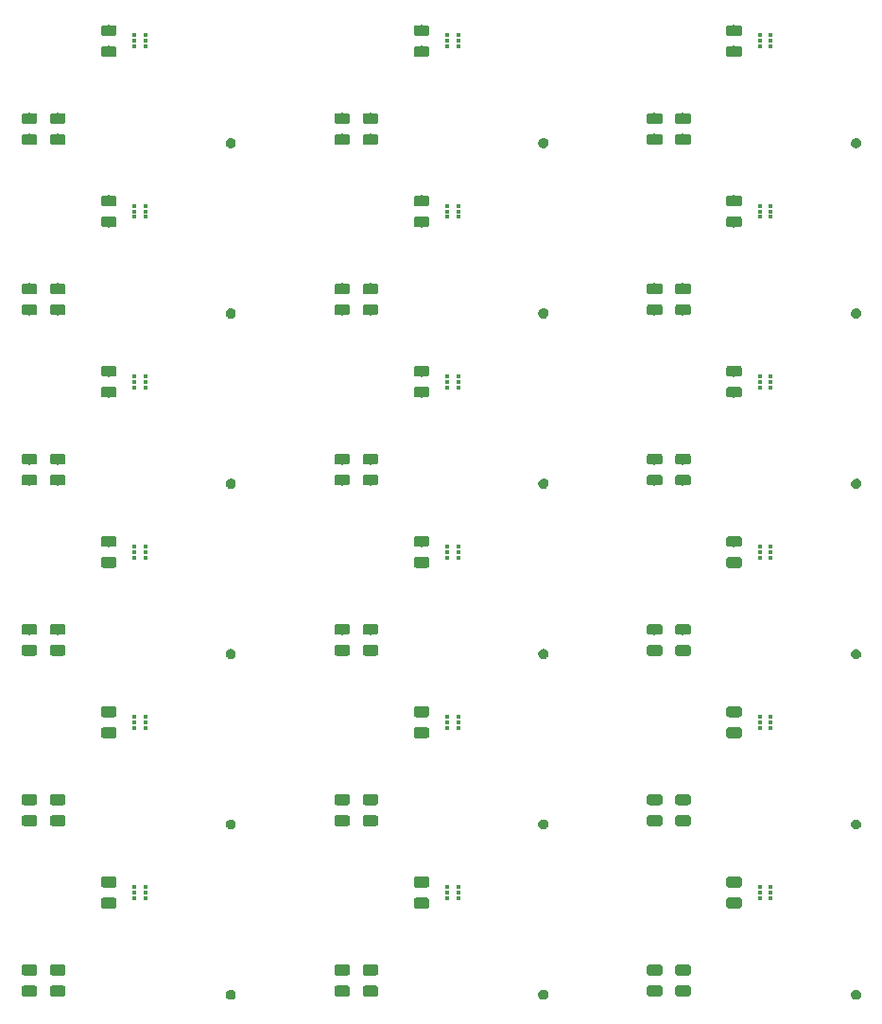
<source format=gbr>
G04 #@! TF.GenerationSoftware,KiCad,Pcbnew,5.0.1*
G04 #@! TF.CreationDate,2019-02-10T16:30:13-05:00*
G04 #@! TF.ProjectId,RevB-Panel,526576422D50616E656C2E6B69636164,rev?*
G04 #@! TF.SameCoordinates,Original*
G04 #@! TF.FileFunction,Paste,Top*
G04 #@! TF.FilePolarity,Positive*
%FSLAX46Y46*%
G04 Gerber Fmt 4.6, Leading zero omitted, Abs format (unit mm)*
G04 Created by KiCad (PCBNEW 5.0.1) date Sun 10 Feb 2019 04:30:13 PM EST*
%MOMM*%
%LPD*%
G01*
G04 APERTURE LIST*
%ADD10C,0.150000*%
%ADD11R,0.300000X0.300000*%
%ADD12C,0.100000*%
%ADD13C,0.975000*%
G04 APERTURE END LIST*
D10*
G36*
X174724000Y-73571700D02*
X174825600Y-73584400D01*
X174914500Y-73622500D01*
X174978000Y-73673300D01*
X175041500Y-73736800D01*
X175079600Y-73838400D01*
X175092300Y-73927300D01*
X175092300Y-74003500D01*
X175066900Y-74092400D01*
X175028800Y-74155900D01*
X174939900Y-74244800D01*
X174876400Y-74282900D01*
X174787500Y-74308300D01*
X174660500Y-74308300D01*
X174571600Y-74282900D01*
X174508100Y-74244800D01*
X174419200Y-74155900D01*
X174368400Y-74054300D01*
X174355700Y-74003500D01*
X174355700Y-73876500D01*
X174393800Y-73762200D01*
X174508100Y-73635200D01*
X174571600Y-73597100D01*
X174660500Y-73571700D01*
X174685900Y-73571700D01*
X174724000Y-73571700D01*
G37*
X174724000Y-73571700D02*
X174825600Y-73584400D01*
X174914500Y-73622500D01*
X174978000Y-73673300D01*
X175041500Y-73736800D01*
X175079600Y-73838400D01*
X175092300Y-73927300D01*
X175092300Y-74003500D01*
X175066900Y-74092400D01*
X175028800Y-74155900D01*
X174939900Y-74244800D01*
X174876400Y-74282900D01*
X174787500Y-74308300D01*
X174660500Y-74308300D01*
X174571600Y-74282900D01*
X174508100Y-74244800D01*
X174419200Y-74155900D01*
X174368400Y-74054300D01*
X174355700Y-74003500D01*
X174355700Y-73876500D01*
X174393800Y-73762200D01*
X174508100Y-73635200D01*
X174571600Y-73597100D01*
X174660500Y-73571700D01*
X174685900Y-73571700D01*
X174724000Y-73571700D01*
G36*
X174724000Y-88821700D02*
X174825600Y-88834400D01*
X174914500Y-88872500D01*
X174978000Y-88923300D01*
X175041500Y-88986800D01*
X175079600Y-89088400D01*
X175092300Y-89177300D01*
X175092300Y-89253500D01*
X175066900Y-89342400D01*
X175028800Y-89405900D01*
X174939900Y-89494800D01*
X174876400Y-89532900D01*
X174787500Y-89558300D01*
X174660500Y-89558300D01*
X174571600Y-89532900D01*
X174508100Y-89494800D01*
X174419200Y-89405900D01*
X174368400Y-89304300D01*
X174355700Y-89253500D01*
X174355700Y-89126500D01*
X174393800Y-89012200D01*
X174508100Y-88885200D01*
X174571600Y-88847100D01*
X174660500Y-88821700D01*
X174685900Y-88821700D01*
X174724000Y-88821700D01*
G37*
X174724000Y-88821700D02*
X174825600Y-88834400D01*
X174914500Y-88872500D01*
X174978000Y-88923300D01*
X175041500Y-88986800D01*
X175079600Y-89088400D01*
X175092300Y-89177300D01*
X175092300Y-89253500D01*
X175066900Y-89342400D01*
X175028800Y-89405900D01*
X174939900Y-89494800D01*
X174876400Y-89532900D01*
X174787500Y-89558300D01*
X174660500Y-89558300D01*
X174571600Y-89532900D01*
X174508100Y-89494800D01*
X174419200Y-89405900D01*
X174368400Y-89304300D01*
X174355700Y-89253500D01*
X174355700Y-89126500D01*
X174393800Y-89012200D01*
X174508100Y-88885200D01*
X174571600Y-88847100D01*
X174660500Y-88821700D01*
X174685900Y-88821700D01*
X174724000Y-88821700D01*
G36*
X174724000Y-104071700D02*
X174825600Y-104084400D01*
X174914500Y-104122500D01*
X174978000Y-104173300D01*
X175041500Y-104236800D01*
X175079600Y-104338400D01*
X175092300Y-104427300D01*
X175092300Y-104503500D01*
X175066900Y-104592400D01*
X175028800Y-104655900D01*
X174939900Y-104744800D01*
X174876400Y-104782900D01*
X174787500Y-104808300D01*
X174660500Y-104808300D01*
X174571600Y-104782900D01*
X174508100Y-104744800D01*
X174419200Y-104655900D01*
X174368400Y-104554300D01*
X174355700Y-104503500D01*
X174355700Y-104376500D01*
X174393800Y-104262200D01*
X174508100Y-104135200D01*
X174571600Y-104097100D01*
X174660500Y-104071700D01*
X174685900Y-104071700D01*
X174724000Y-104071700D01*
G37*
X174724000Y-104071700D02*
X174825600Y-104084400D01*
X174914500Y-104122500D01*
X174978000Y-104173300D01*
X175041500Y-104236800D01*
X175079600Y-104338400D01*
X175092300Y-104427300D01*
X175092300Y-104503500D01*
X175066900Y-104592400D01*
X175028800Y-104655900D01*
X174939900Y-104744800D01*
X174876400Y-104782900D01*
X174787500Y-104808300D01*
X174660500Y-104808300D01*
X174571600Y-104782900D01*
X174508100Y-104744800D01*
X174419200Y-104655900D01*
X174368400Y-104554300D01*
X174355700Y-104503500D01*
X174355700Y-104376500D01*
X174393800Y-104262200D01*
X174508100Y-104135200D01*
X174571600Y-104097100D01*
X174660500Y-104071700D01*
X174685900Y-104071700D01*
X174724000Y-104071700D01*
G36*
X174724000Y-119321700D02*
X174825600Y-119334400D01*
X174914500Y-119372500D01*
X174978000Y-119423300D01*
X175041500Y-119486800D01*
X175079600Y-119588400D01*
X175092300Y-119677300D01*
X175092300Y-119753500D01*
X175066900Y-119842400D01*
X175028800Y-119905900D01*
X174939900Y-119994800D01*
X174876400Y-120032900D01*
X174787500Y-120058300D01*
X174660500Y-120058300D01*
X174571600Y-120032900D01*
X174508100Y-119994800D01*
X174419200Y-119905900D01*
X174368400Y-119804300D01*
X174355700Y-119753500D01*
X174355700Y-119626500D01*
X174393800Y-119512200D01*
X174508100Y-119385200D01*
X174571600Y-119347100D01*
X174660500Y-119321700D01*
X174685900Y-119321700D01*
X174724000Y-119321700D01*
G37*
X174724000Y-119321700D02*
X174825600Y-119334400D01*
X174914500Y-119372500D01*
X174978000Y-119423300D01*
X175041500Y-119486800D01*
X175079600Y-119588400D01*
X175092300Y-119677300D01*
X175092300Y-119753500D01*
X175066900Y-119842400D01*
X175028800Y-119905900D01*
X174939900Y-119994800D01*
X174876400Y-120032900D01*
X174787500Y-120058300D01*
X174660500Y-120058300D01*
X174571600Y-120032900D01*
X174508100Y-119994800D01*
X174419200Y-119905900D01*
X174368400Y-119804300D01*
X174355700Y-119753500D01*
X174355700Y-119626500D01*
X174393800Y-119512200D01*
X174508100Y-119385200D01*
X174571600Y-119347100D01*
X174660500Y-119321700D01*
X174685900Y-119321700D01*
X174724000Y-119321700D01*
G36*
X174724000Y-134571700D02*
X174825600Y-134584400D01*
X174914500Y-134622500D01*
X174978000Y-134673300D01*
X175041500Y-134736800D01*
X175079600Y-134838400D01*
X175092300Y-134927300D01*
X175092300Y-135003500D01*
X175066900Y-135092400D01*
X175028800Y-135155900D01*
X174939900Y-135244800D01*
X174876400Y-135282900D01*
X174787500Y-135308300D01*
X174660500Y-135308300D01*
X174571600Y-135282900D01*
X174508100Y-135244800D01*
X174419200Y-135155900D01*
X174368400Y-135054300D01*
X174355700Y-135003500D01*
X174355700Y-134876500D01*
X174393800Y-134762200D01*
X174508100Y-134635200D01*
X174571600Y-134597100D01*
X174660500Y-134571700D01*
X174685900Y-134571700D01*
X174724000Y-134571700D01*
G37*
X174724000Y-134571700D02*
X174825600Y-134584400D01*
X174914500Y-134622500D01*
X174978000Y-134673300D01*
X175041500Y-134736800D01*
X175079600Y-134838400D01*
X175092300Y-134927300D01*
X175092300Y-135003500D01*
X175066900Y-135092400D01*
X175028800Y-135155900D01*
X174939900Y-135244800D01*
X174876400Y-135282900D01*
X174787500Y-135308300D01*
X174660500Y-135308300D01*
X174571600Y-135282900D01*
X174508100Y-135244800D01*
X174419200Y-135155900D01*
X174368400Y-135054300D01*
X174355700Y-135003500D01*
X174355700Y-134876500D01*
X174393800Y-134762200D01*
X174508100Y-134635200D01*
X174571600Y-134597100D01*
X174660500Y-134571700D01*
X174685900Y-134571700D01*
X174724000Y-134571700D01*
G36*
X174724000Y-149821700D02*
X174825600Y-149834400D01*
X174914500Y-149872500D01*
X174978000Y-149923300D01*
X175041500Y-149986800D01*
X175079600Y-150088400D01*
X175092300Y-150177300D01*
X175092300Y-150253500D01*
X175066900Y-150342400D01*
X175028800Y-150405900D01*
X174939900Y-150494800D01*
X174876400Y-150532900D01*
X174787500Y-150558300D01*
X174660500Y-150558300D01*
X174571600Y-150532900D01*
X174508100Y-150494800D01*
X174419200Y-150405900D01*
X174368400Y-150304300D01*
X174355700Y-150253500D01*
X174355700Y-150126500D01*
X174393800Y-150012200D01*
X174508100Y-149885200D01*
X174571600Y-149847100D01*
X174660500Y-149821700D01*
X174685900Y-149821700D01*
X174724000Y-149821700D01*
G37*
X174724000Y-149821700D02*
X174825600Y-149834400D01*
X174914500Y-149872500D01*
X174978000Y-149923300D01*
X175041500Y-149986800D01*
X175079600Y-150088400D01*
X175092300Y-150177300D01*
X175092300Y-150253500D01*
X175066900Y-150342400D01*
X175028800Y-150405900D01*
X174939900Y-150494800D01*
X174876400Y-150532900D01*
X174787500Y-150558300D01*
X174660500Y-150558300D01*
X174571600Y-150532900D01*
X174508100Y-150494800D01*
X174419200Y-150405900D01*
X174368400Y-150304300D01*
X174355700Y-150253500D01*
X174355700Y-150126500D01*
X174393800Y-150012200D01*
X174508100Y-149885200D01*
X174571600Y-149847100D01*
X174660500Y-149821700D01*
X174685900Y-149821700D01*
X174724000Y-149821700D01*
G36*
X202724000Y-149821700D02*
X202825600Y-149834400D01*
X202914500Y-149872500D01*
X202978000Y-149923300D01*
X203041500Y-149986800D01*
X203079600Y-150088400D01*
X203092300Y-150177300D01*
X203092300Y-150253500D01*
X203066900Y-150342400D01*
X203028800Y-150405900D01*
X202939900Y-150494800D01*
X202876400Y-150532900D01*
X202787500Y-150558300D01*
X202660500Y-150558300D01*
X202571600Y-150532900D01*
X202508100Y-150494800D01*
X202419200Y-150405900D01*
X202368400Y-150304300D01*
X202355700Y-150253500D01*
X202355700Y-150126500D01*
X202393800Y-150012200D01*
X202508100Y-149885200D01*
X202571600Y-149847100D01*
X202660500Y-149821700D01*
X202685900Y-149821700D01*
X202724000Y-149821700D01*
G37*
X202724000Y-149821700D02*
X202825600Y-149834400D01*
X202914500Y-149872500D01*
X202978000Y-149923300D01*
X203041500Y-149986800D01*
X203079600Y-150088400D01*
X203092300Y-150177300D01*
X203092300Y-150253500D01*
X203066900Y-150342400D01*
X203028800Y-150405900D01*
X202939900Y-150494800D01*
X202876400Y-150532900D01*
X202787500Y-150558300D01*
X202660500Y-150558300D01*
X202571600Y-150532900D01*
X202508100Y-150494800D01*
X202419200Y-150405900D01*
X202368400Y-150304300D01*
X202355700Y-150253500D01*
X202355700Y-150126500D01*
X202393800Y-150012200D01*
X202508100Y-149885200D01*
X202571600Y-149847100D01*
X202660500Y-149821700D01*
X202685900Y-149821700D01*
X202724000Y-149821700D01*
G36*
X202724000Y-134571700D02*
X202825600Y-134584400D01*
X202914500Y-134622500D01*
X202978000Y-134673300D01*
X203041500Y-134736800D01*
X203079600Y-134838400D01*
X203092300Y-134927300D01*
X203092300Y-135003500D01*
X203066900Y-135092400D01*
X203028800Y-135155900D01*
X202939900Y-135244800D01*
X202876400Y-135282900D01*
X202787500Y-135308300D01*
X202660500Y-135308300D01*
X202571600Y-135282900D01*
X202508100Y-135244800D01*
X202419200Y-135155900D01*
X202368400Y-135054300D01*
X202355700Y-135003500D01*
X202355700Y-134876500D01*
X202393800Y-134762200D01*
X202508100Y-134635200D01*
X202571600Y-134597100D01*
X202660500Y-134571700D01*
X202685900Y-134571700D01*
X202724000Y-134571700D01*
G37*
X202724000Y-134571700D02*
X202825600Y-134584400D01*
X202914500Y-134622500D01*
X202978000Y-134673300D01*
X203041500Y-134736800D01*
X203079600Y-134838400D01*
X203092300Y-134927300D01*
X203092300Y-135003500D01*
X203066900Y-135092400D01*
X203028800Y-135155900D01*
X202939900Y-135244800D01*
X202876400Y-135282900D01*
X202787500Y-135308300D01*
X202660500Y-135308300D01*
X202571600Y-135282900D01*
X202508100Y-135244800D01*
X202419200Y-135155900D01*
X202368400Y-135054300D01*
X202355700Y-135003500D01*
X202355700Y-134876500D01*
X202393800Y-134762200D01*
X202508100Y-134635200D01*
X202571600Y-134597100D01*
X202660500Y-134571700D01*
X202685900Y-134571700D01*
X202724000Y-134571700D01*
G36*
X202724000Y-119321700D02*
X202825600Y-119334400D01*
X202914500Y-119372500D01*
X202978000Y-119423300D01*
X203041500Y-119486800D01*
X203079600Y-119588400D01*
X203092300Y-119677300D01*
X203092300Y-119753500D01*
X203066900Y-119842400D01*
X203028800Y-119905900D01*
X202939900Y-119994800D01*
X202876400Y-120032900D01*
X202787500Y-120058300D01*
X202660500Y-120058300D01*
X202571600Y-120032900D01*
X202508100Y-119994800D01*
X202419200Y-119905900D01*
X202368400Y-119804300D01*
X202355700Y-119753500D01*
X202355700Y-119626500D01*
X202393800Y-119512200D01*
X202508100Y-119385200D01*
X202571600Y-119347100D01*
X202660500Y-119321700D01*
X202685900Y-119321700D01*
X202724000Y-119321700D01*
G37*
X202724000Y-119321700D02*
X202825600Y-119334400D01*
X202914500Y-119372500D01*
X202978000Y-119423300D01*
X203041500Y-119486800D01*
X203079600Y-119588400D01*
X203092300Y-119677300D01*
X203092300Y-119753500D01*
X203066900Y-119842400D01*
X203028800Y-119905900D01*
X202939900Y-119994800D01*
X202876400Y-120032900D01*
X202787500Y-120058300D01*
X202660500Y-120058300D01*
X202571600Y-120032900D01*
X202508100Y-119994800D01*
X202419200Y-119905900D01*
X202368400Y-119804300D01*
X202355700Y-119753500D01*
X202355700Y-119626500D01*
X202393800Y-119512200D01*
X202508100Y-119385200D01*
X202571600Y-119347100D01*
X202660500Y-119321700D01*
X202685900Y-119321700D01*
X202724000Y-119321700D01*
G36*
X202724000Y-104071700D02*
X202825600Y-104084400D01*
X202914500Y-104122500D01*
X202978000Y-104173300D01*
X203041500Y-104236800D01*
X203079600Y-104338400D01*
X203092300Y-104427300D01*
X203092300Y-104503500D01*
X203066900Y-104592400D01*
X203028800Y-104655900D01*
X202939900Y-104744800D01*
X202876400Y-104782900D01*
X202787500Y-104808300D01*
X202660500Y-104808300D01*
X202571600Y-104782900D01*
X202508100Y-104744800D01*
X202419200Y-104655900D01*
X202368400Y-104554300D01*
X202355700Y-104503500D01*
X202355700Y-104376500D01*
X202393800Y-104262200D01*
X202508100Y-104135200D01*
X202571600Y-104097100D01*
X202660500Y-104071700D01*
X202685900Y-104071700D01*
X202724000Y-104071700D01*
G37*
X202724000Y-104071700D02*
X202825600Y-104084400D01*
X202914500Y-104122500D01*
X202978000Y-104173300D01*
X203041500Y-104236800D01*
X203079600Y-104338400D01*
X203092300Y-104427300D01*
X203092300Y-104503500D01*
X203066900Y-104592400D01*
X203028800Y-104655900D01*
X202939900Y-104744800D01*
X202876400Y-104782900D01*
X202787500Y-104808300D01*
X202660500Y-104808300D01*
X202571600Y-104782900D01*
X202508100Y-104744800D01*
X202419200Y-104655900D01*
X202368400Y-104554300D01*
X202355700Y-104503500D01*
X202355700Y-104376500D01*
X202393800Y-104262200D01*
X202508100Y-104135200D01*
X202571600Y-104097100D01*
X202660500Y-104071700D01*
X202685900Y-104071700D01*
X202724000Y-104071700D01*
G36*
X202724000Y-88821700D02*
X202825600Y-88834400D01*
X202914500Y-88872500D01*
X202978000Y-88923300D01*
X203041500Y-88986800D01*
X203079600Y-89088400D01*
X203092300Y-89177300D01*
X203092300Y-89253500D01*
X203066900Y-89342400D01*
X203028800Y-89405900D01*
X202939900Y-89494800D01*
X202876400Y-89532900D01*
X202787500Y-89558300D01*
X202660500Y-89558300D01*
X202571600Y-89532900D01*
X202508100Y-89494800D01*
X202419200Y-89405900D01*
X202368400Y-89304300D01*
X202355700Y-89253500D01*
X202355700Y-89126500D01*
X202393800Y-89012200D01*
X202508100Y-88885200D01*
X202571600Y-88847100D01*
X202660500Y-88821700D01*
X202685900Y-88821700D01*
X202724000Y-88821700D01*
G37*
X202724000Y-88821700D02*
X202825600Y-88834400D01*
X202914500Y-88872500D01*
X202978000Y-88923300D01*
X203041500Y-88986800D01*
X203079600Y-89088400D01*
X203092300Y-89177300D01*
X203092300Y-89253500D01*
X203066900Y-89342400D01*
X203028800Y-89405900D01*
X202939900Y-89494800D01*
X202876400Y-89532900D01*
X202787500Y-89558300D01*
X202660500Y-89558300D01*
X202571600Y-89532900D01*
X202508100Y-89494800D01*
X202419200Y-89405900D01*
X202368400Y-89304300D01*
X202355700Y-89253500D01*
X202355700Y-89126500D01*
X202393800Y-89012200D01*
X202508100Y-88885200D01*
X202571600Y-88847100D01*
X202660500Y-88821700D01*
X202685900Y-88821700D01*
X202724000Y-88821700D01*
G36*
X202724000Y-73571700D02*
X202825600Y-73584400D01*
X202914500Y-73622500D01*
X202978000Y-73673300D01*
X203041500Y-73736800D01*
X203079600Y-73838400D01*
X203092300Y-73927300D01*
X203092300Y-74003500D01*
X203066900Y-74092400D01*
X203028800Y-74155900D01*
X202939900Y-74244800D01*
X202876400Y-74282900D01*
X202787500Y-74308300D01*
X202660500Y-74308300D01*
X202571600Y-74282900D01*
X202508100Y-74244800D01*
X202419200Y-74155900D01*
X202368400Y-74054300D01*
X202355700Y-74003500D01*
X202355700Y-73876500D01*
X202393800Y-73762200D01*
X202508100Y-73635200D01*
X202571600Y-73597100D01*
X202660500Y-73571700D01*
X202685900Y-73571700D01*
X202724000Y-73571700D01*
G37*
X202724000Y-73571700D02*
X202825600Y-73584400D01*
X202914500Y-73622500D01*
X202978000Y-73673300D01*
X203041500Y-73736800D01*
X203079600Y-73838400D01*
X203092300Y-73927300D01*
X203092300Y-74003500D01*
X203066900Y-74092400D01*
X203028800Y-74155900D01*
X202939900Y-74244800D01*
X202876400Y-74282900D01*
X202787500Y-74308300D01*
X202660500Y-74308300D01*
X202571600Y-74282900D01*
X202508100Y-74244800D01*
X202419200Y-74155900D01*
X202368400Y-74054300D01*
X202355700Y-74003500D01*
X202355700Y-73876500D01*
X202393800Y-73762200D01*
X202508100Y-73635200D01*
X202571600Y-73597100D01*
X202660500Y-73571700D01*
X202685900Y-73571700D01*
X202724000Y-73571700D01*
G36*
X230724000Y-73571700D02*
X230825600Y-73584400D01*
X230914500Y-73622500D01*
X230978000Y-73673300D01*
X231041500Y-73736800D01*
X231079600Y-73838400D01*
X231092300Y-73927300D01*
X231092300Y-74003500D01*
X231066900Y-74092400D01*
X231028800Y-74155900D01*
X230939900Y-74244800D01*
X230876400Y-74282900D01*
X230787500Y-74308300D01*
X230660500Y-74308300D01*
X230571600Y-74282900D01*
X230508100Y-74244800D01*
X230419200Y-74155900D01*
X230368400Y-74054300D01*
X230355700Y-74003500D01*
X230355700Y-73876500D01*
X230393800Y-73762200D01*
X230508100Y-73635200D01*
X230571600Y-73597100D01*
X230660500Y-73571700D01*
X230685900Y-73571700D01*
X230724000Y-73571700D01*
G37*
X230724000Y-73571700D02*
X230825600Y-73584400D01*
X230914500Y-73622500D01*
X230978000Y-73673300D01*
X231041500Y-73736800D01*
X231079600Y-73838400D01*
X231092300Y-73927300D01*
X231092300Y-74003500D01*
X231066900Y-74092400D01*
X231028800Y-74155900D01*
X230939900Y-74244800D01*
X230876400Y-74282900D01*
X230787500Y-74308300D01*
X230660500Y-74308300D01*
X230571600Y-74282900D01*
X230508100Y-74244800D01*
X230419200Y-74155900D01*
X230368400Y-74054300D01*
X230355700Y-74003500D01*
X230355700Y-73876500D01*
X230393800Y-73762200D01*
X230508100Y-73635200D01*
X230571600Y-73597100D01*
X230660500Y-73571700D01*
X230685900Y-73571700D01*
X230724000Y-73571700D01*
G36*
X230724000Y-88821700D02*
X230825600Y-88834400D01*
X230914500Y-88872500D01*
X230978000Y-88923300D01*
X231041500Y-88986800D01*
X231079600Y-89088400D01*
X231092300Y-89177300D01*
X231092300Y-89253500D01*
X231066900Y-89342400D01*
X231028800Y-89405900D01*
X230939900Y-89494800D01*
X230876400Y-89532900D01*
X230787500Y-89558300D01*
X230660500Y-89558300D01*
X230571600Y-89532900D01*
X230508100Y-89494800D01*
X230419200Y-89405900D01*
X230368400Y-89304300D01*
X230355700Y-89253500D01*
X230355700Y-89126500D01*
X230393800Y-89012200D01*
X230508100Y-88885200D01*
X230571600Y-88847100D01*
X230660500Y-88821700D01*
X230685900Y-88821700D01*
X230724000Y-88821700D01*
G37*
X230724000Y-88821700D02*
X230825600Y-88834400D01*
X230914500Y-88872500D01*
X230978000Y-88923300D01*
X231041500Y-88986800D01*
X231079600Y-89088400D01*
X231092300Y-89177300D01*
X231092300Y-89253500D01*
X231066900Y-89342400D01*
X231028800Y-89405900D01*
X230939900Y-89494800D01*
X230876400Y-89532900D01*
X230787500Y-89558300D01*
X230660500Y-89558300D01*
X230571600Y-89532900D01*
X230508100Y-89494800D01*
X230419200Y-89405900D01*
X230368400Y-89304300D01*
X230355700Y-89253500D01*
X230355700Y-89126500D01*
X230393800Y-89012200D01*
X230508100Y-88885200D01*
X230571600Y-88847100D01*
X230660500Y-88821700D01*
X230685900Y-88821700D01*
X230724000Y-88821700D01*
G36*
X230724000Y-149821700D02*
X230825600Y-149834400D01*
X230914500Y-149872500D01*
X230978000Y-149923300D01*
X231041500Y-149986800D01*
X231079600Y-150088400D01*
X231092300Y-150177300D01*
X231092300Y-150253500D01*
X231066900Y-150342400D01*
X231028800Y-150405900D01*
X230939900Y-150494800D01*
X230876400Y-150532900D01*
X230787500Y-150558300D01*
X230660500Y-150558300D01*
X230571600Y-150532900D01*
X230508100Y-150494800D01*
X230419200Y-150405900D01*
X230368400Y-150304300D01*
X230355700Y-150253500D01*
X230355700Y-150126500D01*
X230393800Y-150012200D01*
X230508100Y-149885200D01*
X230571600Y-149847100D01*
X230660500Y-149821700D01*
X230685900Y-149821700D01*
X230724000Y-149821700D01*
G37*
X230724000Y-149821700D02*
X230825600Y-149834400D01*
X230914500Y-149872500D01*
X230978000Y-149923300D01*
X231041500Y-149986800D01*
X231079600Y-150088400D01*
X231092300Y-150177300D01*
X231092300Y-150253500D01*
X231066900Y-150342400D01*
X231028800Y-150405900D01*
X230939900Y-150494800D01*
X230876400Y-150532900D01*
X230787500Y-150558300D01*
X230660500Y-150558300D01*
X230571600Y-150532900D01*
X230508100Y-150494800D01*
X230419200Y-150405900D01*
X230368400Y-150304300D01*
X230355700Y-150253500D01*
X230355700Y-150126500D01*
X230393800Y-150012200D01*
X230508100Y-149885200D01*
X230571600Y-149847100D01*
X230660500Y-149821700D01*
X230685900Y-149821700D01*
X230724000Y-149821700D01*
G36*
X230724000Y-134571700D02*
X230825600Y-134584400D01*
X230914500Y-134622500D01*
X230978000Y-134673300D01*
X231041500Y-134736800D01*
X231079600Y-134838400D01*
X231092300Y-134927300D01*
X231092300Y-135003500D01*
X231066900Y-135092400D01*
X231028800Y-135155900D01*
X230939900Y-135244800D01*
X230876400Y-135282900D01*
X230787500Y-135308300D01*
X230660500Y-135308300D01*
X230571600Y-135282900D01*
X230508100Y-135244800D01*
X230419200Y-135155900D01*
X230368400Y-135054300D01*
X230355700Y-135003500D01*
X230355700Y-134876500D01*
X230393800Y-134762200D01*
X230508100Y-134635200D01*
X230571600Y-134597100D01*
X230660500Y-134571700D01*
X230685900Y-134571700D01*
X230724000Y-134571700D01*
G37*
X230724000Y-134571700D02*
X230825600Y-134584400D01*
X230914500Y-134622500D01*
X230978000Y-134673300D01*
X231041500Y-134736800D01*
X231079600Y-134838400D01*
X231092300Y-134927300D01*
X231092300Y-135003500D01*
X231066900Y-135092400D01*
X231028800Y-135155900D01*
X230939900Y-135244800D01*
X230876400Y-135282900D01*
X230787500Y-135308300D01*
X230660500Y-135308300D01*
X230571600Y-135282900D01*
X230508100Y-135244800D01*
X230419200Y-135155900D01*
X230368400Y-135054300D01*
X230355700Y-135003500D01*
X230355700Y-134876500D01*
X230393800Y-134762200D01*
X230508100Y-134635200D01*
X230571600Y-134597100D01*
X230660500Y-134571700D01*
X230685900Y-134571700D01*
X230724000Y-134571700D01*
G36*
X230724000Y-119321700D02*
X230825600Y-119334400D01*
X230914500Y-119372500D01*
X230978000Y-119423300D01*
X231041500Y-119486800D01*
X231079600Y-119588400D01*
X231092300Y-119677300D01*
X231092300Y-119753500D01*
X231066900Y-119842400D01*
X231028800Y-119905900D01*
X230939900Y-119994800D01*
X230876400Y-120032900D01*
X230787500Y-120058300D01*
X230660500Y-120058300D01*
X230571600Y-120032900D01*
X230508100Y-119994800D01*
X230419200Y-119905900D01*
X230368400Y-119804300D01*
X230355700Y-119753500D01*
X230355700Y-119626500D01*
X230393800Y-119512200D01*
X230508100Y-119385200D01*
X230571600Y-119347100D01*
X230660500Y-119321700D01*
X230685900Y-119321700D01*
X230724000Y-119321700D01*
G37*
X230724000Y-119321700D02*
X230825600Y-119334400D01*
X230914500Y-119372500D01*
X230978000Y-119423300D01*
X231041500Y-119486800D01*
X231079600Y-119588400D01*
X231092300Y-119677300D01*
X231092300Y-119753500D01*
X231066900Y-119842400D01*
X231028800Y-119905900D01*
X230939900Y-119994800D01*
X230876400Y-120032900D01*
X230787500Y-120058300D01*
X230660500Y-120058300D01*
X230571600Y-120032900D01*
X230508100Y-119994800D01*
X230419200Y-119905900D01*
X230368400Y-119804300D01*
X230355700Y-119753500D01*
X230355700Y-119626500D01*
X230393800Y-119512200D01*
X230508100Y-119385200D01*
X230571600Y-119347100D01*
X230660500Y-119321700D01*
X230685900Y-119321700D01*
X230724000Y-119321700D01*
G36*
X230724000Y-104071700D02*
X230825600Y-104084400D01*
X230914500Y-104122500D01*
X230978000Y-104173300D01*
X231041500Y-104236800D01*
X231079600Y-104338400D01*
X231092300Y-104427300D01*
X231092300Y-104503500D01*
X231066900Y-104592400D01*
X231028800Y-104655900D01*
X230939900Y-104744800D01*
X230876400Y-104782900D01*
X230787500Y-104808300D01*
X230660500Y-104808300D01*
X230571600Y-104782900D01*
X230508100Y-104744800D01*
X230419200Y-104655900D01*
X230368400Y-104554300D01*
X230355700Y-104503500D01*
X230355700Y-104376500D01*
X230393800Y-104262200D01*
X230508100Y-104135200D01*
X230571600Y-104097100D01*
X230660500Y-104071700D01*
X230685900Y-104071700D01*
X230724000Y-104071700D01*
G37*
X230724000Y-104071700D02*
X230825600Y-104084400D01*
X230914500Y-104122500D01*
X230978000Y-104173300D01*
X231041500Y-104236800D01*
X231079600Y-104338400D01*
X231092300Y-104427300D01*
X231092300Y-104503500D01*
X231066900Y-104592400D01*
X231028800Y-104655900D01*
X230939900Y-104744800D01*
X230876400Y-104782900D01*
X230787500Y-104808300D01*
X230660500Y-104808300D01*
X230571600Y-104782900D01*
X230508100Y-104744800D01*
X230419200Y-104655900D01*
X230368400Y-104554300D01*
X230355700Y-104503500D01*
X230355700Y-104376500D01*
X230393800Y-104262200D01*
X230508100Y-104135200D01*
X230571600Y-104097100D01*
X230660500Y-104071700D01*
X230685900Y-104071700D01*
X230724000Y-104071700D01*
D11*
G04 #@! TO.C,U1*
X167092000Y-64796000D03*
X166092000Y-64796000D03*
X166092000Y-64296000D03*
X167092000Y-64296000D03*
X167092000Y-65296000D03*
X166092000Y-65296000D03*
G04 #@! TD*
D12*
G04 #@! TO.C,C1*
G36*
X164282142Y-65247174D02*
X164305803Y-65250684D01*
X164329007Y-65256496D01*
X164351529Y-65264554D01*
X164373153Y-65274782D01*
X164393670Y-65287079D01*
X164412883Y-65301329D01*
X164430607Y-65317393D01*
X164446671Y-65335117D01*
X164460921Y-65354330D01*
X164473218Y-65374847D01*
X164483446Y-65396471D01*
X164491504Y-65418993D01*
X164497316Y-65442197D01*
X164500826Y-65465858D01*
X164502000Y-65489750D01*
X164502000Y-65977250D01*
X164500826Y-66001142D01*
X164497316Y-66024803D01*
X164491504Y-66048007D01*
X164483446Y-66070529D01*
X164473218Y-66092153D01*
X164460921Y-66112670D01*
X164446671Y-66131883D01*
X164430607Y-66149607D01*
X164412883Y-66165671D01*
X164393670Y-66179921D01*
X164373153Y-66192218D01*
X164351529Y-66202446D01*
X164329007Y-66210504D01*
X164305803Y-66216316D01*
X164282142Y-66219826D01*
X164258250Y-66221000D01*
X163345750Y-66221000D01*
X163321858Y-66219826D01*
X163298197Y-66216316D01*
X163274993Y-66210504D01*
X163252471Y-66202446D01*
X163230847Y-66192218D01*
X163210330Y-66179921D01*
X163191117Y-66165671D01*
X163173393Y-66149607D01*
X163157329Y-66131883D01*
X163143079Y-66112670D01*
X163130782Y-66092153D01*
X163120554Y-66070529D01*
X163112496Y-66048007D01*
X163106684Y-66024803D01*
X163103174Y-66001142D01*
X163102000Y-65977250D01*
X163102000Y-65489750D01*
X163103174Y-65465858D01*
X163106684Y-65442197D01*
X163112496Y-65418993D01*
X163120554Y-65396471D01*
X163130782Y-65374847D01*
X163143079Y-65354330D01*
X163157329Y-65335117D01*
X163173393Y-65317393D01*
X163191117Y-65301329D01*
X163210330Y-65287079D01*
X163230847Y-65274782D01*
X163252471Y-65264554D01*
X163274993Y-65256496D01*
X163298197Y-65250684D01*
X163321858Y-65247174D01*
X163345750Y-65246000D01*
X164258250Y-65246000D01*
X164282142Y-65247174D01*
X164282142Y-65247174D01*
G37*
D13*
X163802000Y-65733500D03*
D12*
G36*
X164282142Y-63372174D02*
X164305803Y-63375684D01*
X164329007Y-63381496D01*
X164351529Y-63389554D01*
X164373153Y-63399782D01*
X164393670Y-63412079D01*
X164412883Y-63426329D01*
X164430607Y-63442393D01*
X164446671Y-63460117D01*
X164460921Y-63479330D01*
X164473218Y-63499847D01*
X164483446Y-63521471D01*
X164491504Y-63543993D01*
X164497316Y-63567197D01*
X164500826Y-63590858D01*
X164502000Y-63614750D01*
X164502000Y-64102250D01*
X164500826Y-64126142D01*
X164497316Y-64149803D01*
X164491504Y-64173007D01*
X164483446Y-64195529D01*
X164473218Y-64217153D01*
X164460921Y-64237670D01*
X164446671Y-64256883D01*
X164430607Y-64274607D01*
X164412883Y-64290671D01*
X164393670Y-64304921D01*
X164373153Y-64317218D01*
X164351529Y-64327446D01*
X164329007Y-64335504D01*
X164305803Y-64341316D01*
X164282142Y-64344826D01*
X164258250Y-64346000D01*
X163345750Y-64346000D01*
X163321858Y-64344826D01*
X163298197Y-64341316D01*
X163274993Y-64335504D01*
X163252471Y-64327446D01*
X163230847Y-64317218D01*
X163210330Y-64304921D01*
X163191117Y-64290671D01*
X163173393Y-64274607D01*
X163157329Y-64256883D01*
X163143079Y-64237670D01*
X163130782Y-64217153D01*
X163120554Y-64195529D01*
X163112496Y-64173007D01*
X163106684Y-64149803D01*
X163103174Y-64126142D01*
X163102000Y-64102250D01*
X163102000Y-63614750D01*
X163103174Y-63590858D01*
X163106684Y-63567197D01*
X163112496Y-63543993D01*
X163120554Y-63521471D01*
X163130782Y-63499847D01*
X163143079Y-63479330D01*
X163157329Y-63460117D01*
X163173393Y-63442393D01*
X163191117Y-63426329D01*
X163210330Y-63412079D01*
X163230847Y-63399782D01*
X163252471Y-63389554D01*
X163274993Y-63381496D01*
X163298197Y-63375684D01*
X163321858Y-63372174D01*
X163345750Y-63371000D01*
X164258250Y-63371000D01*
X164282142Y-63372174D01*
X164282142Y-63372174D01*
G37*
D13*
X163802000Y-63858500D03*
G04 #@! TD*
D12*
G04 #@! TO.C,R2*
G36*
X159710142Y-73121174D02*
X159733803Y-73124684D01*
X159757007Y-73130496D01*
X159779529Y-73138554D01*
X159801153Y-73148782D01*
X159821670Y-73161079D01*
X159840883Y-73175329D01*
X159858607Y-73191393D01*
X159874671Y-73209117D01*
X159888921Y-73228330D01*
X159901218Y-73248847D01*
X159911446Y-73270471D01*
X159919504Y-73292993D01*
X159925316Y-73316197D01*
X159928826Y-73339858D01*
X159930000Y-73363750D01*
X159930000Y-73851250D01*
X159928826Y-73875142D01*
X159925316Y-73898803D01*
X159919504Y-73922007D01*
X159911446Y-73944529D01*
X159901218Y-73966153D01*
X159888921Y-73986670D01*
X159874671Y-74005883D01*
X159858607Y-74023607D01*
X159840883Y-74039671D01*
X159821670Y-74053921D01*
X159801153Y-74066218D01*
X159779529Y-74076446D01*
X159757007Y-74084504D01*
X159733803Y-74090316D01*
X159710142Y-74093826D01*
X159686250Y-74095000D01*
X158773750Y-74095000D01*
X158749858Y-74093826D01*
X158726197Y-74090316D01*
X158702993Y-74084504D01*
X158680471Y-74076446D01*
X158658847Y-74066218D01*
X158638330Y-74053921D01*
X158619117Y-74039671D01*
X158601393Y-74023607D01*
X158585329Y-74005883D01*
X158571079Y-73986670D01*
X158558782Y-73966153D01*
X158548554Y-73944529D01*
X158540496Y-73922007D01*
X158534684Y-73898803D01*
X158531174Y-73875142D01*
X158530000Y-73851250D01*
X158530000Y-73363750D01*
X158531174Y-73339858D01*
X158534684Y-73316197D01*
X158540496Y-73292993D01*
X158548554Y-73270471D01*
X158558782Y-73248847D01*
X158571079Y-73228330D01*
X158585329Y-73209117D01*
X158601393Y-73191393D01*
X158619117Y-73175329D01*
X158638330Y-73161079D01*
X158658847Y-73148782D01*
X158680471Y-73138554D01*
X158702993Y-73130496D01*
X158726197Y-73124684D01*
X158749858Y-73121174D01*
X158773750Y-73120000D01*
X159686250Y-73120000D01*
X159710142Y-73121174D01*
X159710142Y-73121174D01*
G37*
D13*
X159230000Y-73607500D03*
D12*
G36*
X159710142Y-71246174D02*
X159733803Y-71249684D01*
X159757007Y-71255496D01*
X159779529Y-71263554D01*
X159801153Y-71273782D01*
X159821670Y-71286079D01*
X159840883Y-71300329D01*
X159858607Y-71316393D01*
X159874671Y-71334117D01*
X159888921Y-71353330D01*
X159901218Y-71373847D01*
X159911446Y-71395471D01*
X159919504Y-71417993D01*
X159925316Y-71441197D01*
X159928826Y-71464858D01*
X159930000Y-71488750D01*
X159930000Y-71976250D01*
X159928826Y-72000142D01*
X159925316Y-72023803D01*
X159919504Y-72047007D01*
X159911446Y-72069529D01*
X159901218Y-72091153D01*
X159888921Y-72111670D01*
X159874671Y-72130883D01*
X159858607Y-72148607D01*
X159840883Y-72164671D01*
X159821670Y-72178921D01*
X159801153Y-72191218D01*
X159779529Y-72201446D01*
X159757007Y-72209504D01*
X159733803Y-72215316D01*
X159710142Y-72218826D01*
X159686250Y-72220000D01*
X158773750Y-72220000D01*
X158749858Y-72218826D01*
X158726197Y-72215316D01*
X158702993Y-72209504D01*
X158680471Y-72201446D01*
X158658847Y-72191218D01*
X158638330Y-72178921D01*
X158619117Y-72164671D01*
X158601393Y-72148607D01*
X158585329Y-72130883D01*
X158571079Y-72111670D01*
X158558782Y-72091153D01*
X158548554Y-72069529D01*
X158540496Y-72047007D01*
X158534684Y-72023803D01*
X158531174Y-72000142D01*
X158530000Y-71976250D01*
X158530000Y-71488750D01*
X158531174Y-71464858D01*
X158534684Y-71441197D01*
X158540496Y-71417993D01*
X158548554Y-71395471D01*
X158558782Y-71373847D01*
X158571079Y-71353330D01*
X158585329Y-71334117D01*
X158601393Y-71316393D01*
X158619117Y-71300329D01*
X158638330Y-71286079D01*
X158658847Y-71273782D01*
X158680471Y-71263554D01*
X158702993Y-71255496D01*
X158726197Y-71249684D01*
X158749858Y-71246174D01*
X158773750Y-71245000D01*
X159686250Y-71245000D01*
X159710142Y-71246174D01*
X159710142Y-71246174D01*
G37*
D13*
X159230000Y-71732500D03*
G04 #@! TD*
D12*
G04 #@! TO.C,R1*
G36*
X157170142Y-71246174D02*
X157193803Y-71249684D01*
X157217007Y-71255496D01*
X157239529Y-71263554D01*
X157261153Y-71273782D01*
X157281670Y-71286079D01*
X157300883Y-71300329D01*
X157318607Y-71316393D01*
X157334671Y-71334117D01*
X157348921Y-71353330D01*
X157361218Y-71373847D01*
X157371446Y-71395471D01*
X157379504Y-71417993D01*
X157385316Y-71441197D01*
X157388826Y-71464858D01*
X157390000Y-71488750D01*
X157390000Y-71976250D01*
X157388826Y-72000142D01*
X157385316Y-72023803D01*
X157379504Y-72047007D01*
X157371446Y-72069529D01*
X157361218Y-72091153D01*
X157348921Y-72111670D01*
X157334671Y-72130883D01*
X157318607Y-72148607D01*
X157300883Y-72164671D01*
X157281670Y-72178921D01*
X157261153Y-72191218D01*
X157239529Y-72201446D01*
X157217007Y-72209504D01*
X157193803Y-72215316D01*
X157170142Y-72218826D01*
X157146250Y-72220000D01*
X156233750Y-72220000D01*
X156209858Y-72218826D01*
X156186197Y-72215316D01*
X156162993Y-72209504D01*
X156140471Y-72201446D01*
X156118847Y-72191218D01*
X156098330Y-72178921D01*
X156079117Y-72164671D01*
X156061393Y-72148607D01*
X156045329Y-72130883D01*
X156031079Y-72111670D01*
X156018782Y-72091153D01*
X156008554Y-72069529D01*
X156000496Y-72047007D01*
X155994684Y-72023803D01*
X155991174Y-72000142D01*
X155990000Y-71976250D01*
X155990000Y-71488750D01*
X155991174Y-71464858D01*
X155994684Y-71441197D01*
X156000496Y-71417993D01*
X156008554Y-71395471D01*
X156018782Y-71373847D01*
X156031079Y-71353330D01*
X156045329Y-71334117D01*
X156061393Y-71316393D01*
X156079117Y-71300329D01*
X156098330Y-71286079D01*
X156118847Y-71273782D01*
X156140471Y-71263554D01*
X156162993Y-71255496D01*
X156186197Y-71249684D01*
X156209858Y-71246174D01*
X156233750Y-71245000D01*
X157146250Y-71245000D01*
X157170142Y-71246174D01*
X157170142Y-71246174D01*
G37*
D13*
X156690000Y-71732500D03*
D12*
G36*
X157170142Y-73121174D02*
X157193803Y-73124684D01*
X157217007Y-73130496D01*
X157239529Y-73138554D01*
X157261153Y-73148782D01*
X157281670Y-73161079D01*
X157300883Y-73175329D01*
X157318607Y-73191393D01*
X157334671Y-73209117D01*
X157348921Y-73228330D01*
X157361218Y-73248847D01*
X157371446Y-73270471D01*
X157379504Y-73292993D01*
X157385316Y-73316197D01*
X157388826Y-73339858D01*
X157390000Y-73363750D01*
X157390000Y-73851250D01*
X157388826Y-73875142D01*
X157385316Y-73898803D01*
X157379504Y-73922007D01*
X157371446Y-73944529D01*
X157361218Y-73966153D01*
X157348921Y-73986670D01*
X157334671Y-74005883D01*
X157318607Y-74023607D01*
X157300883Y-74039671D01*
X157281670Y-74053921D01*
X157261153Y-74066218D01*
X157239529Y-74076446D01*
X157217007Y-74084504D01*
X157193803Y-74090316D01*
X157170142Y-74093826D01*
X157146250Y-74095000D01*
X156233750Y-74095000D01*
X156209858Y-74093826D01*
X156186197Y-74090316D01*
X156162993Y-74084504D01*
X156140471Y-74076446D01*
X156118847Y-74066218D01*
X156098330Y-74053921D01*
X156079117Y-74039671D01*
X156061393Y-74023607D01*
X156045329Y-74005883D01*
X156031079Y-73986670D01*
X156018782Y-73966153D01*
X156008554Y-73944529D01*
X156000496Y-73922007D01*
X155994684Y-73898803D01*
X155991174Y-73875142D01*
X155990000Y-73851250D01*
X155990000Y-73363750D01*
X155991174Y-73339858D01*
X155994684Y-73316197D01*
X156000496Y-73292993D01*
X156008554Y-73270471D01*
X156018782Y-73248847D01*
X156031079Y-73228330D01*
X156045329Y-73209117D01*
X156061393Y-73191393D01*
X156079117Y-73175329D01*
X156098330Y-73161079D01*
X156118847Y-73148782D01*
X156140471Y-73138554D01*
X156162993Y-73130496D01*
X156186197Y-73124684D01*
X156209858Y-73121174D01*
X156233750Y-73120000D01*
X157146250Y-73120000D01*
X157170142Y-73121174D01*
X157170142Y-73121174D01*
G37*
D13*
X156690000Y-73607500D03*
G04 #@! TD*
D11*
G04 #@! TO.C,U1*
X167092000Y-80046000D03*
X166092000Y-80046000D03*
X166092000Y-79546000D03*
X167092000Y-79546000D03*
X167092000Y-80546000D03*
X166092000Y-80546000D03*
G04 #@! TD*
D12*
G04 #@! TO.C,C1*
G36*
X164282142Y-80497174D02*
X164305803Y-80500684D01*
X164329007Y-80506496D01*
X164351529Y-80514554D01*
X164373153Y-80524782D01*
X164393670Y-80537079D01*
X164412883Y-80551329D01*
X164430607Y-80567393D01*
X164446671Y-80585117D01*
X164460921Y-80604330D01*
X164473218Y-80624847D01*
X164483446Y-80646471D01*
X164491504Y-80668993D01*
X164497316Y-80692197D01*
X164500826Y-80715858D01*
X164502000Y-80739750D01*
X164502000Y-81227250D01*
X164500826Y-81251142D01*
X164497316Y-81274803D01*
X164491504Y-81298007D01*
X164483446Y-81320529D01*
X164473218Y-81342153D01*
X164460921Y-81362670D01*
X164446671Y-81381883D01*
X164430607Y-81399607D01*
X164412883Y-81415671D01*
X164393670Y-81429921D01*
X164373153Y-81442218D01*
X164351529Y-81452446D01*
X164329007Y-81460504D01*
X164305803Y-81466316D01*
X164282142Y-81469826D01*
X164258250Y-81471000D01*
X163345750Y-81471000D01*
X163321858Y-81469826D01*
X163298197Y-81466316D01*
X163274993Y-81460504D01*
X163252471Y-81452446D01*
X163230847Y-81442218D01*
X163210330Y-81429921D01*
X163191117Y-81415671D01*
X163173393Y-81399607D01*
X163157329Y-81381883D01*
X163143079Y-81362670D01*
X163130782Y-81342153D01*
X163120554Y-81320529D01*
X163112496Y-81298007D01*
X163106684Y-81274803D01*
X163103174Y-81251142D01*
X163102000Y-81227250D01*
X163102000Y-80739750D01*
X163103174Y-80715858D01*
X163106684Y-80692197D01*
X163112496Y-80668993D01*
X163120554Y-80646471D01*
X163130782Y-80624847D01*
X163143079Y-80604330D01*
X163157329Y-80585117D01*
X163173393Y-80567393D01*
X163191117Y-80551329D01*
X163210330Y-80537079D01*
X163230847Y-80524782D01*
X163252471Y-80514554D01*
X163274993Y-80506496D01*
X163298197Y-80500684D01*
X163321858Y-80497174D01*
X163345750Y-80496000D01*
X164258250Y-80496000D01*
X164282142Y-80497174D01*
X164282142Y-80497174D01*
G37*
D13*
X163802000Y-80983500D03*
D12*
G36*
X164282142Y-78622174D02*
X164305803Y-78625684D01*
X164329007Y-78631496D01*
X164351529Y-78639554D01*
X164373153Y-78649782D01*
X164393670Y-78662079D01*
X164412883Y-78676329D01*
X164430607Y-78692393D01*
X164446671Y-78710117D01*
X164460921Y-78729330D01*
X164473218Y-78749847D01*
X164483446Y-78771471D01*
X164491504Y-78793993D01*
X164497316Y-78817197D01*
X164500826Y-78840858D01*
X164502000Y-78864750D01*
X164502000Y-79352250D01*
X164500826Y-79376142D01*
X164497316Y-79399803D01*
X164491504Y-79423007D01*
X164483446Y-79445529D01*
X164473218Y-79467153D01*
X164460921Y-79487670D01*
X164446671Y-79506883D01*
X164430607Y-79524607D01*
X164412883Y-79540671D01*
X164393670Y-79554921D01*
X164373153Y-79567218D01*
X164351529Y-79577446D01*
X164329007Y-79585504D01*
X164305803Y-79591316D01*
X164282142Y-79594826D01*
X164258250Y-79596000D01*
X163345750Y-79596000D01*
X163321858Y-79594826D01*
X163298197Y-79591316D01*
X163274993Y-79585504D01*
X163252471Y-79577446D01*
X163230847Y-79567218D01*
X163210330Y-79554921D01*
X163191117Y-79540671D01*
X163173393Y-79524607D01*
X163157329Y-79506883D01*
X163143079Y-79487670D01*
X163130782Y-79467153D01*
X163120554Y-79445529D01*
X163112496Y-79423007D01*
X163106684Y-79399803D01*
X163103174Y-79376142D01*
X163102000Y-79352250D01*
X163102000Y-78864750D01*
X163103174Y-78840858D01*
X163106684Y-78817197D01*
X163112496Y-78793993D01*
X163120554Y-78771471D01*
X163130782Y-78749847D01*
X163143079Y-78729330D01*
X163157329Y-78710117D01*
X163173393Y-78692393D01*
X163191117Y-78676329D01*
X163210330Y-78662079D01*
X163230847Y-78649782D01*
X163252471Y-78639554D01*
X163274993Y-78631496D01*
X163298197Y-78625684D01*
X163321858Y-78622174D01*
X163345750Y-78621000D01*
X164258250Y-78621000D01*
X164282142Y-78622174D01*
X164282142Y-78622174D01*
G37*
D13*
X163802000Y-79108500D03*
G04 #@! TD*
D12*
G04 #@! TO.C,R2*
G36*
X159710142Y-88371174D02*
X159733803Y-88374684D01*
X159757007Y-88380496D01*
X159779529Y-88388554D01*
X159801153Y-88398782D01*
X159821670Y-88411079D01*
X159840883Y-88425329D01*
X159858607Y-88441393D01*
X159874671Y-88459117D01*
X159888921Y-88478330D01*
X159901218Y-88498847D01*
X159911446Y-88520471D01*
X159919504Y-88542993D01*
X159925316Y-88566197D01*
X159928826Y-88589858D01*
X159930000Y-88613750D01*
X159930000Y-89101250D01*
X159928826Y-89125142D01*
X159925316Y-89148803D01*
X159919504Y-89172007D01*
X159911446Y-89194529D01*
X159901218Y-89216153D01*
X159888921Y-89236670D01*
X159874671Y-89255883D01*
X159858607Y-89273607D01*
X159840883Y-89289671D01*
X159821670Y-89303921D01*
X159801153Y-89316218D01*
X159779529Y-89326446D01*
X159757007Y-89334504D01*
X159733803Y-89340316D01*
X159710142Y-89343826D01*
X159686250Y-89345000D01*
X158773750Y-89345000D01*
X158749858Y-89343826D01*
X158726197Y-89340316D01*
X158702993Y-89334504D01*
X158680471Y-89326446D01*
X158658847Y-89316218D01*
X158638330Y-89303921D01*
X158619117Y-89289671D01*
X158601393Y-89273607D01*
X158585329Y-89255883D01*
X158571079Y-89236670D01*
X158558782Y-89216153D01*
X158548554Y-89194529D01*
X158540496Y-89172007D01*
X158534684Y-89148803D01*
X158531174Y-89125142D01*
X158530000Y-89101250D01*
X158530000Y-88613750D01*
X158531174Y-88589858D01*
X158534684Y-88566197D01*
X158540496Y-88542993D01*
X158548554Y-88520471D01*
X158558782Y-88498847D01*
X158571079Y-88478330D01*
X158585329Y-88459117D01*
X158601393Y-88441393D01*
X158619117Y-88425329D01*
X158638330Y-88411079D01*
X158658847Y-88398782D01*
X158680471Y-88388554D01*
X158702993Y-88380496D01*
X158726197Y-88374684D01*
X158749858Y-88371174D01*
X158773750Y-88370000D01*
X159686250Y-88370000D01*
X159710142Y-88371174D01*
X159710142Y-88371174D01*
G37*
D13*
X159230000Y-88857500D03*
D12*
G36*
X159710142Y-86496174D02*
X159733803Y-86499684D01*
X159757007Y-86505496D01*
X159779529Y-86513554D01*
X159801153Y-86523782D01*
X159821670Y-86536079D01*
X159840883Y-86550329D01*
X159858607Y-86566393D01*
X159874671Y-86584117D01*
X159888921Y-86603330D01*
X159901218Y-86623847D01*
X159911446Y-86645471D01*
X159919504Y-86667993D01*
X159925316Y-86691197D01*
X159928826Y-86714858D01*
X159930000Y-86738750D01*
X159930000Y-87226250D01*
X159928826Y-87250142D01*
X159925316Y-87273803D01*
X159919504Y-87297007D01*
X159911446Y-87319529D01*
X159901218Y-87341153D01*
X159888921Y-87361670D01*
X159874671Y-87380883D01*
X159858607Y-87398607D01*
X159840883Y-87414671D01*
X159821670Y-87428921D01*
X159801153Y-87441218D01*
X159779529Y-87451446D01*
X159757007Y-87459504D01*
X159733803Y-87465316D01*
X159710142Y-87468826D01*
X159686250Y-87470000D01*
X158773750Y-87470000D01*
X158749858Y-87468826D01*
X158726197Y-87465316D01*
X158702993Y-87459504D01*
X158680471Y-87451446D01*
X158658847Y-87441218D01*
X158638330Y-87428921D01*
X158619117Y-87414671D01*
X158601393Y-87398607D01*
X158585329Y-87380883D01*
X158571079Y-87361670D01*
X158558782Y-87341153D01*
X158548554Y-87319529D01*
X158540496Y-87297007D01*
X158534684Y-87273803D01*
X158531174Y-87250142D01*
X158530000Y-87226250D01*
X158530000Y-86738750D01*
X158531174Y-86714858D01*
X158534684Y-86691197D01*
X158540496Y-86667993D01*
X158548554Y-86645471D01*
X158558782Y-86623847D01*
X158571079Y-86603330D01*
X158585329Y-86584117D01*
X158601393Y-86566393D01*
X158619117Y-86550329D01*
X158638330Y-86536079D01*
X158658847Y-86523782D01*
X158680471Y-86513554D01*
X158702993Y-86505496D01*
X158726197Y-86499684D01*
X158749858Y-86496174D01*
X158773750Y-86495000D01*
X159686250Y-86495000D01*
X159710142Y-86496174D01*
X159710142Y-86496174D01*
G37*
D13*
X159230000Y-86982500D03*
G04 #@! TD*
D12*
G04 #@! TO.C,R1*
G36*
X157170142Y-86496174D02*
X157193803Y-86499684D01*
X157217007Y-86505496D01*
X157239529Y-86513554D01*
X157261153Y-86523782D01*
X157281670Y-86536079D01*
X157300883Y-86550329D01*
X157318607Y-86566393D01*
X157334671Y-86584117D01*
X157348921Y-86603330D01*
X157361218Y-86623847D01*
X157371446Y-86645471D01*
X157379504Y-86667993D01*
X157385316Y-86691197D01*
X157388826Y-86714858D01*
X157390000Y-86738750D01*
X157390000Y-87226250D01*
X157388826Y-87250142D01*
X157385316Y-87273803D01*
X157379504Y-87297007D01*
X157371446Y-87319529D01*
X157361218Y-87341153D01*
X157348921Y-87361670D01*
X157334671Y-87380883D01*
X157318607Y-87398607D01*
X157300883Y-87414671D01*
X157281670Y-87428921D01*
X157261153Y-87441218D01*
X157239529Y-87451446D01*
X157217007Y-87459504D01*
X157193803Y-87465316D01*
X157170142Y-87468826D01*
X157146250Y-87470000D01*
X156233750Y-87470000D01*
X156209858Y-87468826D01*
X156186197Y-87465316D01*
X156162993Y-87459504D01*
X156140471Y-87451446D01*
X156118847Y-87441218D01*
X156098330Y-87428921D01*
X156079117Y-87414671D01*
X156061393Y-87398607D01*
X156045329Y-87380883D01*
X156031079Y-87361670D01*
X156018782Y-87341153D01*
X156008554Y-87319529D01*
X156000496Y-87297007D01*
X155994684Y-87273803D01*
X155991174Y-87250142D01*
X155990000Y-87226250D01*
X155990000Y-86738750D01*
X155991174Y-86714858D01*
X155994684Y-86691197D01*
X156000496Y-86667993D01*
X156008554Y-86645471D01*
X156018782Y-86623847D01*
X156031079Y-86603330D01*
X156045329Y-86584117D01*
X156061393Y-86566393D01*
X156079117Y-86550329D01*
X156098330Y-86536079D01*
X156118847Y-86523782D01*
X156140471Y-86513554D01*
X156162993Y-86505496D01*
X156186197Y-86499684D01*
X156209858Y-86496174D01*
X156233750Y-86495000D01*
X157146250Y-86495000D01*
X157170142Y-86496174D01*
X157170142Y-86496174D01*
G37*
D13*
X156690000Y-86982500D03*
D12*
G36*
X157170142Y-88371174D02*
X157193803Y-88374684D01*
X157217007Y-88380496D01*
X157239529Y-88388554D01*
X157261153Y-88398782D01*
X157281670Y-88411079D01*
X157300883Y-88425329D01*
X157318607Y-88441393D01*
X157334671Y-88459117D01*
X157348921Y-88478330D01*
X157361218Y-88498847D01*
X157371446Y-88520471D01*
X157379504Y-88542993D01*
X157385316Y-88566197D01*
X157388826Y-88589858D01*
X157390000Y-88613750D01*
X157390000Y-89101250D01*
X157388826Y-89125142D01*
X157385316Y-89148803D01*
X157379504Y-89172007D01*
X157371446Y-89194529D01*
X157361218Y-89216153D01*
X157348921Y-89236670D01*
X157334671Y-89255883D01*
X157318607Y-89273607D01*
X157300883Y-89289671D01*
X157281670Y-89303921D01*
X157261153Y-89316218D01*
X157239529Y-89326446D01*
X157217007Y-89334504D01*
X157193803Y-89340316D01*
X157170142Y-89343826D01*
X157146250Y-89345000D01*
X156233750Y-89345000D01*
X156209858Y-89343826D01*
X156186197Y-89340316D01*
X156162993Y-89334504D01*
X156140471Y-89326446D01*
X156118847Y-89316218D01*
X156098330Y-89303921D01*
X156079117Y-89289671D01*
X156061393Y-89273607D01*
X156045329Y-89255883D01*
X156031079Y-89236670D01*
X156018782Y-89216153D01*
X156008554Y-89194529D01*
X156000496Y-89172007D01*
X155994684Y-89148803D01*
X155991174Y-89125142D01*
X155990000Y-89101250D01*
X155990000Y-88613750D01*
X155991174Y-88589858D01*
X155994684Y-88566197D01*
X156000496Y-88542993D01*
X156008554Y-88520471D01*
X156018782Y-88498847D01*
X156031079Y-88478330D01*
X156045329Y-88459117D01*
X156061393Y-88441393D01*
X156079117Y-88425329D01*
X156098330Y-88411079D01*
X156118847Y-88398782D01*
X156140471Y-88388554D01*
X156162993Y-88380496D01*
X156186197Y-88374684D01*
X156209858Y-88371174D01*
X156233750Y-88370000D01*
X157146250Y-88370000D01*
X157170142Y-88371174D01*
X157170142Y-88371174D01*
G37*
D13*
X156690000Y-88857500D03*
G04 #@! TD*
D11*
G04 #@! TO.C,U1*
X167092000Y-95296000D03*
X166092000Y-95296000D03*
X166092000Y-94796000D03*
X167092000Y-94796000D03*
X167092000Y-95796000D03*
X166092000Y-95796000D03*
G04 #@! TD*
D12*
G04 #@! TO.C,C1*
G36*
X164282142Y-95747174D02*
X164305803Y-95750684D01*
X164329007Y-95756496D01*
X164351529Y-95764554D01*
X164373153Y-95774782D01*
X164393670Y-95787079D01*
X164412883Y-95801329D01*
X164430607Y-95817393D01*
X164446671Y-95835117D01*
X164460921Y-95854330D01*
X164473218Y-95874847D01*
X164483446Y-95896471D01*
X164491504Y-95918993D01*
X164497316Y-95942197D01*
X164500826Y-95965858D01*
X164502000Y-95989750D01*
X164502000Y-96477250D01*
X164500826Y-96501142D01*
X164497316Y-96524803D01*
X164491504Y-96548007D01*
X164483446Y-96570529D01*
X164473218Y-96592153D01*
X164460921Y-96612670D01*
X164446671Y-96631883D01*
X164430607Y-96649607D01*
X164412883Y-96665671D01*
X164393670Y-96679921D01*
X164373153Y-96692218D01*
X164351529Y-96702446D01*
X164329007Y-96710504D01*
X164305803Y-96716316D01*
X164282142Y-96719826D01*
X164258250Y-96721000D01*
X163345750Y-96721000D01*
X163321858Y-96719826D01*
X163298197Y-96716316D01*
X163274993Y-96710504D01*
X163252471Y-96702446D01*
X163230847Y-96692218D01*
X163210330Y-96679921D01*
X163191117Y-96665671D01*
X163173393Y-96649607D01*
X163157329Y-96631883D01*
X163143079Y-96612670D01*
X163130782Y-96592153D01*
X163120554Y-96570529D01*
X163112496Y-96548007D01*
X163106684Y-96524803D01*
X163103174Y-96501142D01*
X163102000Y-96477250D01*
X163102000Y-95989750D01*
X163103174Y-95965858D01*
X163106684Y-95942197D01*
X163112496Y-95918993D01*
X163120554Y-95896471D01*
X163130782Y-95874847D01*
X163143079Y-95854330D01*
X163157329Y-95835117D01*
X163173393Y-95817393D01*
X163191117Y-95801329D01*
X163210330Y-95787079D01*
X163230847Y-95774782D01*
X163252471Y-95764554D01*
X163274993Y-95756496D01*
X163298197Y-95750684D01*
X163321858Y-95747174D01*
X163345750Y-95746000D01*
X164258250Y-95746000D01*
X164282142Y-95747174D01*
X164282142Y-95747174D01*
G37*
D13*
X163802000Y-96233500D03*
D12*
G36*
X164282142Y-93872174D02*
X164305803Y-93875684D01*
X164329007Y-93881496D01*
X164351529Y-93889554D01*
X164373153Y-93899782D01*
X164393670Y-93912079D01*
X164412883Y-93926329D01*
X164430607Y-93942393D01*
X164446671Y-93960117D01*
X164460921Y-93979330D01*
X164473218Y-93999847D01*
X164483446Y-94021471D01*
X164491504Y-94043993D01*
X164497316Y-94067197D01*
X164500826Y-94090858D01*
X164502000Y-94114750D01*
X164502000Y-94602250D01*
X164500826Y-94626142D01*
X164497316Y-94649803D01*
X164491504Y-94673007D01*
X164483446Y-94695529D01*
X164473218Y-94717153D01*
X164460921Y-94737670D01*
X164446671Y-94756883D01*
X164430607Y-94774607D01*
X164412883Y-94790671D01*
X164393670Y-94804921D01*
X164373153Y-94817218D01*
X164351529Y-94827446D01*
X164329007Y-94835504D01*
X164305803Y-94841316D01*
X164282142Y-94844826D01*
X164258250Y-94846000D01*
X163345750Y-94846000D01*
X163321858Y-94844826D01*
X163298197Y-94841316D01*
X163274993Y-94835504D01*
X163252471Y-94827446D01*
X163230847Y-94817218D01*
X163210330Y-94804921D01*
X163191117Y-94790671D01*
X163173393Y-94774607D01*
X163157329Y-94756883D01*
X163143079Y-94737670D01*
X163130782Y-94717153D01*
X163120554Y-94695529D01*
X163112496Y-94673007D01*
X163106684Y-94649803D01*
X163103174Y-94626142D01*
X163102000Y-94602250D01*
X163102000Y-94114750D01*
X163103174Y-94090858D01*
X163106684Y-94067197D01*
X163112496Y-94043993D01*
X163120554Y-94021471D01*
X163130782Y-93999847D01*
X163143079Y-93979330D01*
X163157329Y-93960117D01*
X163173393Y-93942393D01*
X163191117Y-93926329D01*
X163210330Y-93912079D01*
X163230847Y-93899782D01*
X163252471Y-93889554D01*
X163274993Y-93881496D01*
X163298197Y-93875684D01*
X163321858Y-93872174D01*
X163345750Y-93871000D01*
X164258250Y-93871000D01*
X164282142Y-93872174D01*
X164282142Y-93872174D01*
G37*
D13*
X163802000Y-94358500D03*
G04 #@! TD*
D12*
G04 #@! TO.C,R2*
G36*
X159710142Y-103621174D02*
X159733803Y-103624684D01*
X159757007Y-103630496D01*
X159779529Y-103638554D01*
X159801153Y-103648782D01*
X159821670Y-103661079D01*
X159840883Y-103675329D01*
X159858607Y-103691393D01*
X159874671Y-103709117D01*
X159888921Y-103728330D01*
X159901218Y-103748847D01*
X159911446Y-103770471D01*
X159919504Y-103792993D01*
X159925316Y-103816197D01*
X159928826Y-103839858D01*
X159930000Y-103863750D01*
X159930000Y-104351250D01*
X159928826Y-104375142D01*
X159925316Y-104398803D01*
X159919504Y-104422007D01*
X159911446Y-104444529D01*
X159901218Y-104466153D01*
X159888921Y-104486670D01*
X159874671Y-104505883D01*
X159858607Y-104523607D01*
X159840883Y-104539671D01*
X159821670Y-104553921D01*
X159801153Y-104566218D01*
X159779529Y-104576446D01*
X159757007Y-104584504D01*
X159733803Y-104590316D01*
X159710142Y-104593826D01*
X159686250Y-104595000D01*
X158773750Y-104595000D01*
X158749858Y-104593826D01*
X158726197Y-104590316D01*
X158702993Y-104584504D01*
X158680471Y-104576446D01*
X158658847Y-104566218D01*
X158638330Y-104553921D01*
X158619117Y-104539671D01*
X158601393Y-104523607D01*
X158585329Y-104505883D01*
X158571079Y-104486670D01*
X158558782Y-104466153D01*
X158548554Y-104444529D01*
X158540496Y-104422007D01*
X158534684Y-104398803D01*
X158531174Y-104375142D01*
X158530000Y-104351250D01*
X158530000Y-103863750D01*
X158531174Y-103839858D01*
X158534684Y-103816197D01*
X158540496Y-103792993D01*
X158548554Y-103770471D01*
X158558782Y-103748847D01*
X158571079Y-103728330D01*
X158585329Y-103709117D01*
X158601393Y-103691393D01*
X158619117Y-103675329D01*
X158638330Y-103661079D01*
X158658847Y-103648782D01*
X158680471Y-103638554D01*
X158702993Y-103630496D01*
X158726197Y-103624684D01*
X158749858Y-103621174D01*
X158773750Y-103620000D01*
X159686250Y-103620000D01*
X159710142Y-103621174D01*
X159710142Y-103621174D01*
G37*
D13*
X159230000Y-104107500D03*
D12*
G36*
X159710142Y-101746174D02*
X159733803Y-101749684D01*
X159757007Y-101755496D01*
X159779529Y-101763554D01*
X159801153Y-101773782D01*
X159821670Y-101786079D01*
X159840883Y-101800329D01*
X159858607Y-101816393D01*
X159874671Y-101834117D01*
X159888921Y-101853330D01*
X159901218Y-101873847D01*
X159911446Y-101895471D01*
X159919504Y-101917993D01*
X159925316Y-101941197D01*
X159928826Y-101964858D01*
X159930000Y-101988750D01*
X159930000Y-102476250D01*
X159928826Y-102500142D01*
X159925316Y-102523803D01*
X159919504Y-102547007D01*
X159911446Y-102569529D01*
X159901218Y-102591153D01*
X159888921Y-102611670D01*
X159874671Y-102630883D01*
X159858607Y-102648607D01*
X159840883Y-102664671D01*
X159821670Y-102678921D01*
X159801153Y-102691218D01*
X159779529Y-102701446D01*
X159757007Y-102709504D01*
X159733803Y-102715316D01*
X159710142Y-102718826D01*
X159686250Y-102720000D01*
X158773750Y-102720000D01*
X158749858Y-102718826D01*
X158726197Y-102715316D01*
X158702993Y-102709504D01*
X158680471Y-102701446D01*
X158658847Y-102691218D01*
X158638330Y-102678921D01*
X158619117Y-102664671D01*
X158601393Y-102648607D01*
X158585329Y-102630883D01*
X158571079Y-102611670D01*
X158558782Y-102591153D01*
X158548554Y-102569529D01*
X158540496Y-102547007D01*
X158534684Y-102523803D01*
X158531174Y-102500142D01*
X158530000Y-102476250D01*
X158530000Y-101988750D01*
X158531174Y-101964858D01*
X158534684Y-101941197D01*
X158540496Y-101917993D01*
X158548554Y-101895471D01*
X158558782Y-101873847D01*
X158571079Y-101853330D01*
X158585329Y-101834117D01*
X158601393Y-101816393D01*
X158619117Y-101800329D01*
X158638330Y-101786079D01*
X158658847Y-101773782D01*
X158680471Y-101763554D01*
X158702993Y-101755496D01*
X158726197Y-101749684D01*
X158749858Y-101746174D01*
X158773750Y-101745000D01*
X159686250Y-101745000D01*
X159710142Y-101746174D01*
X159710142Y-101746174D01*
G37*
D13*
X159230000Y-102232500D03*
G04 #@! TD*
D12*
G04 #@! TO.C,R1*
G36*
X157170142Y-101746174D02*
X157193803Y-101749684D01*
X157217007Y-101755496D01*
X157239529Y-101763554D01*
X157261153Y-101773782D01*
X157281670Y-101786079D01*
X157300883Y-101800329D01*
X157318607Y-101816393D01*
X157334671Y-101834117D01*
X157348921Y-101853330D01*
X157361218Y-101873847D01*
X157371446Y-101895471D01*
X157379504Y-101917993D01*
X157385316Y-101941197D01*
X157388826Y-101964858D01*
X157390000Y-101988750D01*
X157390000Y-102476250D01*
X157388826Y-102500142D01*
X157385316Y-102523803D01*
X157379504Y-102547007D01*
X157371446Y-102569529D01*
X157361218Y-102591153D01*
X157348921Y-102611670D01*
X157334671Y-102630883D01*
X157318607Y-102648607D01*
X157300883Y-102664671D01*
X157281670Y-102678921D01*
X157261153Y-102691218D01*
X157239529Y-102701446D01*
X157217007Y-102709504D01*
X157193803Y-102715316D01*
X157170142Y-102718826D01*
X157146250Y-102720000D01*
X156233750Y-102720000D01*
X156209858Y-102718826D01*
X156186197Y-102715316D01*
X156162993Y-102709504D01*
X156140471Y-102701446D01*
X156118847Y-102691218D01*
X156098330Y-102678921D01*
X156079117Y-102664671D01*
X156061393Y-102648607D01*
X156045329Y-102630883D01*
X156031079Y-102611670D01*
X156018782Y-102591153D01*
X156008554Y-102569529D01*
X156000496Y-102547007D01*
X155994684Y-102523803D01*
X155991174Y-102500142D01*
X155990000Y-102476250D01*
X155990000Y-101988750D01*
X155991174Y-101964858D01*
X155994684Y-101941197D01*
X156000496Y-101917993D01*
X156008554Y-101895471D01*
X156018782Y-101873847D01*
X156031079Y-101853330D01*
X156045329Y-101834117D01*
X156061393Y-101816393D01*
X156079117Y-101800329D01*
X156098330Y-101786079D01*
X156118847Y-101773782D01*
X156140471Y-101763554D01*
X156162993Y-101755496D01*
X156186197Y-101749684D01*
X156209858Y-101746174D01*
X156233750Y-101745000D01*
X157146250Y-101745000D01*
X157170142Y-101746174D01*
X157170142Y-101746174D01*
G37*
D13*
X156690000Y-102232500D03*
D12*
G36*
X157170142Y-103621174D02*
X157193803Y-103624684D01*
X157217007Y-103630496D01*
X157239529Y-103638554D01*
X157261153Y-103648782D01*
X157281670Y-103661079D01*
X157300883Y-103675329D01*
X157318607Y-103691393D01*
X157334671Y-103709117D01*
X157348921Y-103728330D01*
X157361218Y-103748847D01*
X157371446Y-103770471D01*
X157379504Y-103792993D01*
X157385316Y-103816197D01*
X157388826Y-103839858D01*
X157390000Y-103863750D01*
X157390000Y-104351250D01*
X157388826Y-104375142D01*
X157385316Y-104398803D01*
X157379504Y-104422007D01*
X157371446Y-104444529D01*
X157361218Y-104466153D01*
X157348921Y-104486670D01*
X157334671Y-104505883D01*
X157318607Y-104523607D01*
X157300883Y-104539671D01*
X157281670Y-104553921D01*
X157261153Y-104566218D01*
X157239529Y-104576446D01*
X157217007Y-104584504D01*
X157193803Y-104590316D01*
X157170142Y-104593826D01*
X157146250Y-104595000D01*
X156233750Y-104595000D01*
X156209858Y-104593826D01*
X156186197Y-104590316D01*
X156162993Y-104584504D01*
X156140471Y-104576446D01*
X156118847Y-104566218D01*
X156098330Y-104553921D01*
X156079117Y-104539671D01*
X156061393Y-104523607D01*
X156045329Y-104505883D01*
X156031079Y-104486670D01*
X156018782Y-104466153D01*
X156008554Y-104444529D01*
X156000496Y-104422007D01*
X155994684Y-104398803D01*
X155991174Y-104375142D01*
X155990000Y-104351250D01*
X155990000Y-103863750D01*
X155991174Y-103839858D01*
X155994684Y-103816197D01*
X156000496Y-103792993D01*
X156008554Y-103770471D01*
X156018782Y-103748847D01*
X156031079Y-103728330D01*
X156045329Y-103709117D01*
X156061393Y-103691393D01*
X156079117Y-103675329D01*
X156098330Y-103661079D01*
X156118847Y-103648782D01*
X156140471Y-103638554D01*
X156162993Y-103630496D01*
X156186197Y-103624684D01*
X156209858Y-103621174D01*
X156233750Y-103620000D01*
X157146250Y-103620000D01*
X157170142Y-103621174D01*
X157170142Y-103621174D01*
G37*
D13*
X156690000Y-104107500D03*
G04 #@! TD*
D11*
G04 #@! TO.C,U1*
X167092000Y-110546000D03*
X166092000Y-110546000D03*
X166092000Y-110046000D03*
X167092000Y-110046000D03*
X167092000Y-111046000D03*
X166092000Y-111046000D03*
G04 #@! TD*
D12*
G04 #@! TO.C,C1*
G36*
X164282142Y-110997174D02*
X164305803Y-111000684D01*
X164329007Y-111006496D01*
X164351529Y-111014554D01*
X164373153Y-111024782D01*
X164393670Y-111037079D01*
X164412883Y-111051329D01*
X164430607Y-111067393D01*
X164446671Y-111085117D01*
X164460921Y-111104330D01*
X164473218Y-111124847D01*
X164483446Y-111146471D01*
X164491504Y-111168993D01*
X164497316Y-111192197D01*
X164500826Y-111215858D01*
X164502000Y-111239750D01*
X164502000Y-111727250D01*
X164500826Y-111751142D01*
X164497316Y-111774803D01*
X164491504Y-111798007D01*
X164483446Y-111820529D01*
X164473218Y-111842153D01*
X164460921Y-111862670D01*
X164446671Y-111881883D01*
X164430607Y-111899607D01*
X164412883Y-111915671D01*
X164393670Y-111929921D01*
X164373153Y-111942218D01*
X164351529Y-111952446D01*
X164329007Y-111960504D01*
X164305803Y-111966316D01*
X164282142Y-111969826D01*
X164258250Y-111971000D01*
X163345750Y-111971000D01*
X163321858Y-111969826D01*
X163298197Y-111966316D01*
X163274993Y-111960504D01*
X163252471Y-111952446D01*
X163230847Y-111942218D01*
X163210330Y-111929921D01*
X163191117Y-111915671D01*
X163173393Y-111899607D01*
X163157329Y-111881883D01*
X163143079Y-111862670D01*
X163130782Y-111842153D01*
X163120554Y-111820529D01*
X163112496Y-111798007D01*
X163106684Y-111774803D01*
X163103174Y-111751142D01*
X163102000Y-111727250D01*
X163102000Y-111239750D01*
X163103174Y-111215858D01*
X163106684Y-111192197D01*
X163112496Y-111168993D01*
X163120554Y-111146471D01*
X163130782Y-111124847D01*
X163143079Y-111104330D01*
X163157329Y-111085117D01*
X163173393Y-111067393D01*
X163191117Y-111051329D01*
X163210330Y-111037079D01*
X163230847Y-111024782D01*
X163252471Y-111014554D01*
X163274993Y-111006496D01*
X163298197Y-111000684D01*
X163321858Y-110997174D01*
X163345750Y-110996000D01*
X164258250Y-110996000D01*
X164282142Y-110997174D01*
X164282142Y-110997174D01*
G37*
D13*
X163802000Y-111483500D03*
D12*
G36*
X164282142Y-109122174D02*
X164305803Y-109125684D01*
X164329007Y-109131496D01*
X164351529Y-109139554D01*
X164373153Y-109149782D01*
X164393670Y-109162079D01*
X164412883Y-109176329D01*
X164430607Y-109192393D01*
X164446671Y-109210117D01*
X164460921Y-109229330D01*
X164473218Y-109249847D01*
X164483446Y-109271471D01*
X164491504Y-109293993D01*
X164497316Y-109317197D01*
X164500826Y-109340858D01*
X164502000Y-109364750D01*
X164502000Y-109852250D01*
X164500826Y-109876142D01*
X164497316Y-109899803D01*
X164491504Y-109923007D01*
X164483446Y-109945529D01*
X164473218Y-109967153D01*
X164460921Y-109987670D01*
X164446671Y-110006883D01*
X164430607Y-110024607D01*
X164412883Y-110040671D01*
X164393670Y-110054921D01*
X164373153Y-110067218D01*
X164351529Y-110077446D01*
X164329007Y-110085504D01*
X164305803Y-110091316D01*
X164282142Y-110094826D01*
X164258250Y-110096000D01*
X163345750Y-110096000D01*
X163321858Y-110094826D01*
X163298197Y-110091316D01*
X163274993Y-110085504D01*
X163252471Y-110077446D01*
X163230847Y-110067218D01*
X163210330Y-110054921D01*
X163191117Y-110040671D01*
X163173393Y-110024607D01*
X163157329Y-110006883D01*
X163143079Y-109987670D01*
X163130782Y-109967153D01*
X163120554Y-109945529D01*
X163112496Y-109923007D01*
X163106684Y-109899803D01*
X163103174Y-109876142D01*
X163102000Y-109852250D01*
X163102000Y-109364750D01*
X163103174Y-109340858D01*
X163106684Y-109317197D01*
X163112496Y-109293993D01*
X163120554Y-109271471D01*
X163130782Y-109249847D01*
X163143079Y-109229330D01*
X163157329Y-109210117D01*
X163173393Y-109192393D01*
X163191117Y-109176329D01*
X163210330Y-109162079D01*
X163230847Y-109149782D01*
X163252471Y-109139554D01*
X163274993Y-109131496D01*
X163298197Y-109125684D01*
X163321858Y-109122174D01*
X163345750Y-109121000D01*
X164258250Y-109121000D01*
X164282142Y-109122174D01*
X164282142Y-109122174D01*
G37*
D13*
X163802000Y-109608500D03*
G04 #@! TD*
D12*
G04 #@! TO.C,R2*
G36*
X159710142Y-118871174D02*
X159733803Y-118874684D01*
X159757007Y-118880496D01*
X159779529Y-118888554D01*
X159801153Y-118898782D01*
X159821670Y-118911079D01*
X159840883Y-118925329D01*
X159858607Y-118941393D01*
X159874671Y-118959117D01*
X159888921Y-118978330D01*
X159901218Y-118998847D01*
X159911446Y-119020471D01*
X159919504Y-119042993D01*
X159925316Y-119066197D01*
X159928826Y-119089858D01*
X159930000Y-119113750D01*
X159930000Y-119601250D01*
X159928826Y-119625142D01*
X159925316Y-119648803D01*
X159919504Y-119672007D01*
X159911446Y-119694529D01*
X159901218Y-119716153D01*
X159888921Y-119736670D01*
X159874671Y-119755883D01*
X159858607Y-119773607D01*
X159840883Y-119789671D01*
X159821670Y-119803921D01*
X159801153Y-119816218D01*
X159779529Y-119826446D01*
X159757007Y-119834504D01*
X159733803Y-119840316D01*
X159710142Y-119843826D01*
X159686250Y-119845000D01*
X158773750Y-119845000D01*
X158749858Y-119843826D01*
X158726197Y-119840316D01*
X158702993Y-119834504D01*
X158680471Y-119826446D01*
X158658847Y-119816218D01*
X158638330Y-119803921D01*
X158619117Y-119789671D01*
X158601393Y-119773607D01*
X158585329Y-119755883D01*
X158571079Y-119736670D01*
X158558782Y-119716153D01*
X158548554Y-119694529D01*
X158540496Y-119672007D01*
X158534684Y-119648803D01*
X158531174Y-119625142D01*
X158530000Y-119601250D01*
X158530000Y-119113750D01*
X158531174Y-119089858D01*
X158534684Y-119066197D01*
X158540496Y-119042993D01*
X158548554Y-119020471D01*
X158558782Y-118998847D01*
X158571079Y-118978330D01*
X158585329Y-118959117D01*
X158601393Y-118941393D01*
X158619117Y-118925329D01*
X158638330Y-118911079D01*
X158658847Y-118898782D01*
X158680471Y-118888554D01*
X158702993Y-118880496D01*
X158726197Y-118874684D01*
X158749858Y-118871174D01*
X158773750Y-118870000D01*
X159686250Y-118870000D01*
X159710142Y-118871174D01*
X159710142Y-118871174D01*
G37*
D13*
X159230000Y-119357500D03*
D12*
G36*
X159710142Y-116996174D02*
X159733803Y-116999684D01*
X159757007Y-117005496D01*
X159779529Y-117013554D01*
X159801153Y-117023782D01*
X159821670Y-117036079D01*
X159840883Y-117050329D01*
X159858607Y-117066393D01*
X159874671Y-117084117D01*
X159888921Y-117103330D01*
X159901218Y-117123847D01*
X159911446Y-117145471D01*
X159919504Y-117167993D01*
X159925316Y-117191197D01*
X159928826Y-117214858D01*
X159930000Y-117238750D01*
X159930000Y-117726250D01*
X159928826Y-117750142D01*
X159925316Y-117773803D01*
X159919504Y-117797007D01*
X159911446Y-117819529D01*
X159901218Y-117841153D01*
X159888921Y-117861670D01*
X159874671Y-117880883D01*
X159858607Y-117898607D01*
X159840883Y-117914671D01*
X159821670Y-117928921D01*
X159801153Y-117941218D01*
X159779529Y-117951446D01*
X159757007Y-117959504D01*
X159733803Y-117965316D01*
X159710142Y-117968826D01*
X159686250Y-117970000D01*
X158773750Y-117970000D01*
X158749858Y-117968826D01*
X158726197Y-117965316D01*
X158702993Y-117959504D01*
X158680471Y-117951446D01*
X158658847Y-117941218D01*
X158638330Y-117928921D01*
X158619117Y-117914671D01*
X158601393Y-117898607D01*
X158585329Y-117880883D01*
X158571079Y-117861670D01*
X158558782Y-117841153D01*
X158548554Y-117819529D01*
X158540496Y-117797007D01*
X158534684Y-117773803D01*
X158531174Y-117750142D01*
X158530000Y-117726250D01*
X158530000Y-117238750D01*
X158531174Y-117214858D01*
X158534684Y-117191197D01*
X158540496Y-117167993D01*
X158548554Y-117145471D01*
X158558782Y-117123847D01*
X158571079Y-117103330D01*
X158585329Y-117084117D01*
X158601393Y-117066393D01*
X158619117Y-117050329D01*
X158638330Y-117036079D01*
X158658847Y-117023782D01*
X158680471Y-117013554D01*
X158702993Y-117005496D01*
X158726197Y-116999684D01*
X158749858Y-116996174D01*
X158773750Y-116995000D01*
X159686250Y-116995000D01*
X159710142Y-116996174D01*
X159710142Y-116996174D01*
G37*
D13*
X159230000Y-117482500D03*
G04 #@! TD*
D12*
G04 #@! TO.C,R1*
G36*
X157170142Y-116996174D02*
X157193803Y-116999684D01*
X157217007Y-117005496D01*
X157239529Y-117013554D01*
X157261153Y-117023782D01*
X157281670Y-117036079D01*
X157300883Y-117050329D01*
X157318607Y-117066393D01*
X157334671Y-117084117D01*
X157348921Y-117103330D01*
X157361218Y-117123847D01*
X157371446Y-117145471D01*
X157379504Y-117167993D01*
X157385316Y-117191197D01*
X157388826Y-117214858D01*
X157390000Y-117238750D01*
X157390000Y-117726250D01*
X157388826Y-117750142D01*
X157385316Y-117773803D01*
X157379504Y-117797007D01*
X157371446Y-117819529D01*
X157361218Y-117841153D01*
X157348921Y-117861670D01*
X157334671Y-117880883D01*
X157318607Y-117898607D01*
X157300883Y-117914671D01*
X157281670Y-117928921D01*
X157261153Y-117941218D01*
X157239529Y-117951446D01*
X157217007Y-117959504D01*
X157193803Y-117965316D01*
X157170142Y-117968826D01*
X157146250Y-117970000D01*
X156233750Y-117970000D01*
X156209858Y-117968826D01*
X156186197Y-117965316D01*
X156162993Y-117959504D01*
X156140471Y-117951446D01*
X156118847Y-117941218D01*
X156098330Y-117928921D01*
X156079117Y-117914671D01*
X156061393Y-117898607D01*
X156045329Y-117880883D01*
X156031079Y-117861670D01*
X156018782Y-117841153D01*
X156008554Y-117819529D01*
X156000496Y-117797007D01*
X155994684Y-117773803D01*
X155991174Y-117750142D01*
X155990000Y-117726250D01*
X155990000Y-117238750D01*
X155991174Y-117214858D01*
X155994684Y-117191197D01*
X156000496Y-117167993D01*
X156008554Y-117145471D01*
X156018782Y-117123847D01*
X156031079Y-117103330D01*
X156045329Y-117084117D01*
X156061393Y-117066393D01*
X156079117Y-117050329D01*
X156098330Y-117036079D01*
X156118847Y-117023782D01*
X156140471Y-117013554D01*
X156162993Y-117005496D01*
X156186197Y-116999684D01*
X156209858Y-116996174D01*
X156233750Y-116995000D01*
X157146250Y-116995000D01*
X157170142Y-116996174D01*
X157170142Y-116996174D01*
G37*
D13*
X156690000Y-117482500D03*
D12*
G36*
X157170142Y-118871174D02*
X157193803Y-118874684D01*
X157217007Y-118880496D01*
X157239529Y-118888554D01*
X157261153Y-118898782D01*
X157281670Y-118911079D01*
X157300883Y-118925329D01*
X157318607Y-118941393D01*
X157334671Y-118959117D01*
X157348921Y-118978330D01*
X157361218Y-118998847D01*
X157371446Y-119020471D01*
X157379504Y-119042993D01*
X157385316Y-119066197D01*
X157388826Y-119089858D01*
X157390000Y-119113750D01*
X157390000Y-119601250D01*
X157388826Y-119625142D01*
X157385316Y-119648803D01*
X157379504Y-119672007D01*
X157371446Y-119694529D01*
X157361218Y-119716153D01*
X157348921Y-119736670D01*
X157334671Y-119755883D01*
X157318607Y-119773607D01*
X157300883Y-119789671D01*
X157281670Y-119803921D01*
X157261153Y-119816218D01*
X157239529Y-119826446D01*
X157217007Y-119834504D01*
X157193803Y-119840316D01*
X157170142Y-119843826D01*
X157146250Y-119845000D01*
X156233750Y-119845000D01*
X156209858Y-119843826D01*
X156186197Y-119840316D01*
X156162993Y-119834504D01*
X156140471Y-119826446D01*
X156118847Y-119816218D01*
X156098330Y-119803921D01*
X156079117Y-119789671D01*
X156061393Y-119773607D01*
X156045329Y-119755883D01*
X156031079Y-119736670D01*
X156018782Y-119716153D01*
X156008554Y-119694529D01*
X156000496Y-119672007D01*
X155994684Y-119648803D01*
X155991174Y-119625142D01*
X155990000Y-119601250D01*
X155990000Y-119113750D01*
X155991174Y-119089858D01*
X155994684Y-119066197D01*
X156000496Y-119042993D01*
X156008554Y-119020471D01*
X156018782Y-118998847D01*
X156031079Y-118978330D01*
X156045329Y-118959117D01*
X156061393Y-118941393D01*
X156079117Y-118925329D01*
X156098330Y-118911079D01*
X156118847Y-118898782D01*
X156140471Y-118888554D01*
X156162993Y-118880496D01*
X156186197Y-118874684D01*
X156209858Y-118871174D01*
X156233750Y-118870000D01*
X157146250Y-118870000D01*
X157170142Y-118871174D01*
X157170142Y-118871174D01*
G37*
D13*
X156690000Y-119357500D03*
G04 #@! TD*
D11*
G04 #@! TO.C,U1*
X167092000Y-125796000D03*
X166092000Y-125796000D03*
X166092000Y-125296000D03*
X167092000Y-125296000D03*
X167092000Y-126296000D03*
X166092000Y-126296000D03*
G04 #@! TD*
D12*
G04 #@! TO.C,C1*
G36*
X164282142Y-126247174D02*
X164305803Y-126250684D01*
X164329007Y-126256496D01*
X164351529Y-126264554D01*
X164373153Y-126274782D01*
X164393670Y-126287079D01*
X164412883Y-126301329D01*
X164430607Y-126317393D01*
X164446671Y-126335117D01*
X164460921Y-126354330D01*
X164473218Y-126374847D01*
X164483446Y-126396471D01*
X164491504Y-126418993D01*
X164497316Y-126442197D01*
X164500826Y-126465858D01*
X164502000Y-126489750D01*
X164502000Y-126977250D01*
X164500826Y-127001142D01*
X164497316Y-127024803D01*
X164491504Y-127048007D01*
X164483446Y-127070529D01*
X164473218Y-127092153D01*
X164460921Y-127112670D01*
X164446671Y-127131883D01*
X164430607Y-127149607D01*
X164412883Y-127165671D01*
X164393670Y-127179921D01*
X164373153Y-127192218D01*
X164351529Y-127202446D01*
X164329007Y-127210504D01*
X164305803Y-127216316D01*
X164282142Y-127219826D01*
X164258250Y-127221000D01*
X163345750Y-127221000D01*
X163321858Y-127219826D01*
X163298197Y-127216316D01*
X163274993Y-127210504D01*
X163252471Y-127202446D01*
X163230847Y-127192218D01*
X163210330Y-127179921D01*
X163191117Y-127165671D01*
X163173393Y-127149607D01*
X163157329Y-127131883D01*
X163143079Y-127112670D01*
X163130782Y-127092153D01*
X163120554Y-127070529D01*
X163112496Y-127048007D01*
X163106684Y-127024803D01*
X163103174Y-127001142D01*
X163102000Y-126977250D01*
X163102000Y-126489750D01*
X163103174Y-126465858D01*
X163106684Y-126442197D01*
X163112496Y-126418993D01*
X163120554Y-126396471D01*
X163130782Y-126374847D01*
X163143079Y-126354330D01*
X163157329Y-126335117D01*
X163173393Y-126317393D01*
X163191117Y-126301329D01*
X163210330Y-126287079D01*
X163230847Y-126274782D01*
X163252471Y-126264554D01*
X163274993Y-126256496D01*
X163298197Y-126250684D01*
X163321858Y-126247174D01*
X163345750Y-126246000D01*
X164258250Y-126246000D01*
X164282142Y-126247174D01*
X164282142Y-126247174D01*
G37*
D13*
X163802000Y-126733500D03*
D12*
G36*
X164282142Y-124372174D02*
X164305803Y-124375684D01*
X164329007Y-124381496D01*
X164351529Y-124389554D01*
X164373153Y-124399782D01*
X164393670Y-124412079D01*
X164412883Y-124426329D01*
X164430607Y-124442393D01*
X164446671Y-124460117D01*
X164460921Y-124479330D01*
X164473218Y-124499847D01*
X164483446Y-124521471D01*
X164491504Y-124543993D01*
X164497316Y-124567197D01*
X164500826Y-124590858D01*
X164502000Y-124614750D01*
X164502000Y-125102250D01*
X164500826Y-125126142D01*
X164497316Y-125149803D01*
X164491504Y-125173007D01*
X164483446Y-125195529D01*
X164473218Y-125217153D01*
X164460921Y-125237670D01*
X164446671Y-125256883D01*
X164430607Y-125274607D01*
X164412883Y-125290671D01*
X164393670Y-125304921D01*
X164373153Y-125317218D01*
X164351529Y-125327446D01*
X164329007Y-125335504D01*
X164305803Y-125341316D01*
X164282142Y-125344826D01*
X164258250Y-125346000D01*
X163345750Y-125346000D01*
X163321858Y-125344826D01*
X163298197Y-125341316D01*
X163274993Y-125335504D01*
X163252471Y-125327446D01*
X163230847Y-125317218D01*
X163210330Y-125304921D01*
X163191117Y-125290671D01*
X163173393Y-125274607D01*
X163157329Y-125256883D01*
X163143079Y-125237670D01*
X163130782Y-125217153D01*
X163120554Y-125195529D01*
X163112496Y-125173007D01*
X163106684Y-125149803D01*
X163103174Y-125126142D01*
X163102000Y-125102250D01*
X163102000Y-124614750D01*
X163103174Y-124590858D01*
X163106684Y-124567197D01*
X163112496Y-124543993D01*
X163120554Y-124521471D01*
X163130782Y-124499847D01*
X163143079Y-124479330D01*
X163157329Y-124460117D01*
X163173393Y-124442393D01*
X163191117Y-124426329D01*
X163210330Y-124412079D01*
X163230847Y-124399782D01*
X163252471Y-124389554D01*
X163274993Y-124381496D01*
X163298197Y-124375684D01*
X163321858Y-124372174D01*
X163345750Y-124371000D01*
X164258250Y-124371000D01*
X164282142Y-124372174D01*
X164282142Y-124372174D01*
G37*
D13*
X163802000Y-124858500D03*
G04 #@! TD*
D12*
G04 #@! TO.C,R2*
G36*
X159710142Y-134121174D02*
X159733803Y-134124684D01*
X159757007Y-134130496D01*
X159779529Y-134138554D01*
X159801153Y-134148782D01*
X159821670Y-134161079D01*
X159840883Y-134175329D01*
X159858607Y-134191393D01*
X159874671Y-134209117D01*
X159888921Y-134228330D01*
X159901218Y-134248847D01*
X159911446Y-134270471D01*
X159919504Y-134292993D01*
X159925316Y-134316197D01*
X159928826Y-134339858D01*
X159930000Y-134363750D01*
X159930000Y-134851250D01*
X159928826Y-134875142D01*
X159925316Y-134898803D01*
X159919504Y-134922007D01*
X159911446Y-134944529D01*
X159901218Y-134966153D01*
X159888921Y-134986670D01*
X159874671Y-135005883D01*
X159858607Y-135023607D01*
X159840883Y-135039671D01*
X159821670Y-135053921D01*
X159801153Y-135066218D01*
X159779529Y-135076446D01*
X159757007Y-135084504D01*
X159733803Y-135090316D01*
X159710142Y-135093826D01*
X159686250Y-135095000D01*
X158773750Y-135095000D01*
X158749858Y-135093826D01*
X158726197Y-135090316D01*
X158702993Y-135084504D01*
X158680471Y-135076446D01*
X158658847Y-135066218D01*
X158638330Y-135053921D01*
X158619117Y-135039671D01*
X158601393Y-135023607D01*
X158585329Y-135005883D01*
X158571079Y-134986670D01*
X158558782Y-134966153D01*
X158548554Y-134944529D01*
X158540496Y-134922007D01*
X158534684Y-134898803D01*
X158531174Y-134875142D01*
X158530000Y-134851250D01*
X158530000Y-134363750D01*
X158531174Y-134339858D01*
X158534684Y-134316197D01*
X158540496Y-134292993D01*
X158548554Y-134270471D01*
X158558782Y-134248847D01*
X158571079Y-134228330D01*
X158585329Y-134209117D01*
X158601393Y-134191393D01*
X158619117Y-134175329D01*
X158638330Y-134161079D01*
X158658847Y-134148782D01*
X158680471Y-134138554D01*
X158702993Y-134130496D01*
X158726197Y-134124684D01*
X158749858Y-134121174D01*
X158773750Y-134120000D01*
X159686250Y-134120000D01*
X159710142Y-134121174D01*
X159710142Y-134121174D01*
G37*
D13*
X159230000Y-134607500D03*
D12*
G36*
X159710142Y-132246174D02*
X159733803Y-132249684D01*
X159757007Y-132255496D01*
X159779529Y-132263554D01*
X159801153Y-132273782D01*
X159821670Y-132286079D01*
X159840883Y-132300329D01*
X159858607Y-132316393D01*
X159874671Y-132334117D01*
X159888921Y-132353330D01*
X159901218Y-132373847D01*
X159911446Y-132395471D01*
X159919504Y-132417993D01*
X159925316Y-132441197D01*
X159928826Y-132464858D01*
X159930000Y-132488750D01*
X159930000Y-132976250D01*
X159928826Y-133000142D01*
X159925316Y-133023803D01*
X159919504Y-133047007D01*
X159911446Y-133069529D01*
X159901218Y-133091153D01*
X159888921Y-133111670D01*
X159874671Y-133130883D01*
X159858607Y-133148607D01*
X159840883Y-133164671D01*
X159821670Y-133178921D01*
X159801153Y-133191218D01*
X159779529Y-133201446D01*
X159757007Y-133209504D01*
X159733803Y-133215316D01*
X159710142Y-133218826D01*
X159686250Y-133220000D01*
X158773750Y-133220000D01*
X158749858Y-133218826D01*
X158726197Y-133215316D01*
X158702993Y-133209504D01*
X158680471Y-133201446D01*
X158658847Y-133191218D01*
X158638330Y-133178921D01*
X158619117Y-133164671D01*
X158601393Y-133148607D01*
X158585329Y-133130883D01*
X158571079Y-133111670D01*
X158558782Y-133091153D01*
X158548554Y-133069529D01*
X158540496Y-133047007D01*
X158534684Y-133023803D01*
X158531174Y-133000142D01*
X158530000Y-132976250D01*
X158530000Y-132488750D01*
X158531174Y-132464858D01*
X158534684Y-132441197D01*
X158540496Y-132417993D01*
X158548554Y-132395471D01*
X158558782Y-132373847D01*
X158571079Y-132353330D01*
X158585329Y-132334117D01*
X158601393Y-132316393D01*
X158619117Y-132300329D01*
X158638330Y-132286079D01*
X158658847Y-132273782D01*
X158680471Y-132263554D01*
X158702993Y-132255496D01*
X158726197Y-132249684D01*
X158749858Y-132246174D01*
X158773750Y-132245000D01*
X159686250Y-132245000D01*
X159710142Y-132246174D01*
X159710142Y-132246174D01*
G37*
D13*
X159230000Y-132732500D03*
G04 #@! TD*
D12*
G04 #@! TO.C,R1*
G36*
X157170142Y-132246174D02*
X157193803Y-132249684D01*
X157217007Y-132255496D01*
X157239529Y-132263554D01*
X157261153Y-132273782D01*
X157281670Y-132286079D01*
X157300883Y-132300329D01*
X157318607Y-132316393D01*
X157334671Y-132334117D01*
X157348921Y-132353330D01*
X157361218Y-132373847D01*
X157371446Y-132395471D01*
X157379504Y-132417993D01*
X157385316Y-132441197D01*
X157388826Y-132464858D01*
X157390000Y-132488750D01*
X157390000Y-132976250D01*
X157388826Y-133000142D01*
X157385316Y-133023803D01*
X157379504Y-133047007D01*
X157371446Y-133069529D01*
X157361218Y-133091153D01*
X157348921Y-133111670D01*
X157334671Y-133130883D01*
X157318607Y-133148607D01*
X157300883Y-133164671D01*
X157281670Y-133178921D01*
X157261153Y-133191218D01*
X157239529Y-133201446D01*
X157217007Y-133209504D01*
X157193803Y-133215316D01*
X157170142Y-133218826D01*
X157146250Y-133220000D01*
X156233750Y-133220000D01*
X156209858Y-133218826D01*
X156186197Y-133215316D01*
X156162993Y-133209504D01*
X156140471Y-133201446D01*
X156118847Y-133191218D01*
X156098330Y-133178921D01*
X156079117Y-133164671D01*
X156061393Y-133148607D01*
X156045329Y-133130883D01*
X156031079Y-133111670D01*
X156018782Y-133091153D01*
X156008554Y-133069529D01*
X156000496Y-133047007D01*
X155994684Y-133023803D01*
X155991174Y-133000142D01*
X155990000Y-132976250D01*
X155990000Y-132488750D01*
X155991174Y-132464858D01*
X155994684Y-132441197D01*
X156000496Y-132417993D01*
X156008554Y-132395471D01*
X156018782Y-132373847D01*
X156031079Y-132353330D01*
X156045329Y-132334117D01*
X156061393Y-132316393D01*
X156079117Y-132300329D01*
X156098330Y-132286079D01*
X156118847Y-132273782D01*
X156140471Y-132263554D01*
X156162993Y-132255496D01*
X156186197Y-132249684D01*
X156209858Y-132246174D01*
X156233750Y-132245000D01*
X157146250Y-132245000D01*
X157170142Y-132246174D01*
X157170142Y-132246174D01*
G37*
D13*
X156690000Y-132732500D03*
D12*
G36*
X157170142Y-134121174D02*
X157193803Y-134124684D01*
X157217007Y-134130496D01*
X157239529Y-134138554D01*
X157261153Y-134148782D01*
X157281670Y-134161079D01*
X157300883Y-134175329D01*
X157318607Y-134191393D01*
X157334671Y-134209117D01*
X157348921Y-134228330D01*
X157361218Y-134248847D01*
X157371446Y-134270471D01*
X157379504Y-134292993D01*
X157385316Y-134316197D01*
X157388826Y-134339858D01*
X157390000Y-134363750D01*
X157390000Y-134851250D01*
X157388826Y-134875142D01*
X157385316Y-134898803D01*
X157379504Y-134922007D01*
X157371446Y-134944529D01*
X157361218Y-134966153D01*
X157348921Y-134986670D01*
X157334671Y-135005883D01*
X157318607Y-135023607D01*
X157300883Y-135039671D01*
X157281670Y-135053921D01*
X157261153Y-135066218D01*
X157239529Y-135076446D01*
X157217007Y-135084504D01*
X157193803Y-135090316D01*
X157170142Y-135093826D01*
X157146250Y-135095000D01*
X156233750Y-135095000D01*
X156209858Y-135093826D01*
X156186197Y-135090316D01*
X156162993Y-135084504D01*
X156140471Y-135076446D01*
X156118847Y-135066218D01*
X156098330Y-135053921D01*
X156079117Y-135039671D01*
X156061393Y-135023607D01*
X156045329Y-135005883D01*
X156031079Y-134986670D01*
X156018782Y-134966153D01*
X156008554Y-134944529D01*
X156000496Y-134922007D01*
X155994684Y-134898803D01*
X155991174Y-134875142D01*
X155990000Y-134851250D01*
X155990000Y-134363750D01*
X155991174Y-134339858D01*
X155994684Y-134316197D01*
X156000496Y-134292993D01*
X156008554Y-134270471D01*
X156018782Y-134248847D01*
X156031079Y-134228330D01*
X156045329Y-134209117D01*
X156061393Y-134191393D01*
X156079117Y-134175329D01*
X156098330Y-134161079D01*
X156118847Y-134148782D01*
X156140471Y-134138554D01*
X156162993Y-134130496D01*
X156186197Y-134124684D01*
X156209858Y-134121174D01*
X156233750Y-134120000D01*
X157146250Y-134120000D01*
X157170142Y-134121174D01*
X157170142Y-134121174D01*
G37*
D13*
X156690000Y-134607500D03*
G04 #@! TD*
D11*
G04 #@! TO.C,U1*
X167092000Y-141046000D03*
X166092000Y-141046000D03*
X166092000Y-140546000D03*
X167092000Y-140546000D03*
X167092000Y-141546000D03*
X166092000Y-141546000D03*
G04 #@! TD*
D12*
G04 #@! TO.C,C1*
G36*
X164282142Y-141497174D02*
X164305803Y-141500684D01*
X164329007Y-141506496D01*
X164351529Y-141514554D01*
X164373153Y-141524782D01*
X164393670Y-141537079D01*
X164412883Y-141551329D01*
X164430607Y-141567393D01*
X164446671Y-141585117D01*
X164460921Y-141604330D01*
X164473218Y-141624847D01*
X164483446Y-141646471D01*
X164491504Y-141668993D01*
X164497316Y-141692197D01*
X164500826Y-141715858D01*
X164502000Y-141739750D01*
X164502000Y-142227250D01*
X164500826Y-142251142D01*
X164497316Y-142274803D01*
X164491504Y-142298007D01*
X164483446Y-142320529D01*
X164473218Y-142342153D01*
X164460921Y-142362670D01*
X164446671Y-142381883D01*
X164430607Y-142399607D01*
X164412883Y-142415671D01*
X164393670Y-142429921D01*
X164373153Y-142442218D01*
X164351529Y-142452446D01*
X164329007Y-142460504D01*
X164305803Y-142466316D01*
X164282142Y-142469826D01*
X164258250Y-142471000D01*
X163345750Y-142471000D01*
X163321858Y-142469826D01*
X163298197Y-142466316D01*
X163274993Y-142460504D01*
X163252471Y-142452446D01*
X163230847Y-142442218D01*
X163210330Y-142429921D01*
X163191117Y-142415671D01*
X163173393Y-142399607D01*
X163157329Y-142381883D01*
X163143079Y-142362670D01*
X163130782Y-142342153D01*
X163120554Y-142320529D01*
X163112496Y-142298007D01*
X163106684Y-142274803D01*
X163103174Y-142251142D01*
X163102000Y-142227250D01*
X163102000Y-141739750D01*
X163103174Y-141715858D01*
X163106684Y-141692197D01*
X163112496Y-141668993D01*
X163120554Y-141646471D01*
X163130782Y-141624847D01*
X163143079Y-141604330D01*
X163157329Y-141585117D01*
X163173393Y-141567393D01*
X163191117Y-141551329D01*
X163210330Y-141537079D01*
X163230847Y-141524782D01*
X163252471Y-141514554D01*
X163274993Y-141506496D01*
X163298197Y-141500684D01*
X163321858Y-141497174D01*
X163345750Y-141496000D01*
X164258250Y-141496000D01*
X164282142Y-141497174D01*
X164282142Y-141497174D01*
G37*
D13*
X163802000Y-141983500D03*
D12*
G36*
X164282142Y-139622174D02*
X164305803Y-139625684D01*
X164329007Y-139631496D01*
X164351529Y-139639554D01*
X164373153Y-139649782D01*
X164393670Y-139662079D01*
X164412883Y-139676329D01*
X164430607Y-139692393D01*
X164446671Y-139710117D01*
X164460921Y-139729330D01*
X164473218Y-139749847D01*
X164483446Y-139771471D01*
X164491504Y-139793993D01*
X164497316Y-139817197D01*
X164500826Y-139840858D01*
X164502000Y-139864750D01*
X164502000Y-140352250D01*
X164500826Y-140376142D01*
X164497316Y-140399803D01*
X164491504Y-140423007D01*
X164483446Y-140445529D01*
X164473218Y-140467153D01*
X164460921Y-140487670D01*
X164446671Y-140506883D01*
X164430607Y-140524607D01*
X164412883Y-140540671D01*
X164393670Y-140554921D01*
X164373153Y-140567218D01*
X164351529Y-140577446D01*
X164329007Y-140585504D01*
X164305803Y-140591316D01*
X164282142Y-140594826D01*
X164258250Y-140596000D01*
X163345750Y-140596000D01*
X163321858Y-140594826D01*
X163298197Y-140591316D01*
X163274993Y-140585504D01*
X163252471Y-140577446D01*
X163230847Y-140567218D01*
X163210330Y-140554921D01*
X163191117Y-140540671D01*
X163173393Y-140524607D01*
X163157329Y-140506883D01*
X163143079Y-140487670D01*
X163130782Y-140467153D01*
X163120554Y-140445529D01*
X163112496Y-140423007D01*
X163106684Y-140399803D01*
X163103174Y-140376142D01*
X163102000Y-140352250D01*
X163102000Y-139864750D01*
X163103174Y-139840858D01*
X163106684Y-139817197D01*
X163112496Y-139793993D01*
X163120554Y-139771471D01*
X163130782Y-139749847D01*
X163143079Y-139729330D01*
X163157329Y-139710117D01*
X163173393Y-139692393D01*
X163191117Y-139676329D01*
X163210330Y-139662079D01*
X163230847Y-139649782D01*
X163252471Y-139639554D01*
X163274993Y-139631496D01*
X163298197Y-139625684D01*
X163321858Y-139622174D01*
X163345750Y-139621000D01*
X164258250Y-139621000D01*
X164282142Y-139622174D01*
X164282142Y-139622174D01*
G37*
D13*
X163802000Y-140108500D03*
G04 #@! TD*
D12*
G04 #@! TO.C,R2*
G36*
X159710142Y-149371174D02*
X159733803Y-149374684D01*
X159757007Y-149380496D01*
X159779529Y-149388554D01*
X159801153Y-149398782D01*
X159821670Y-149411079D01*
X159840883Y-149425329D01*
X159858607Y-149441393D01*
X159874671Y-149459117D01*
X159888921Y-149478330D01*
X159901218Y-149498847D01*
X159911446Y-149520471D01*
X159919504Y-149542993D01*
X159925316Y-149566197D01*
X159928826Y-149589858D01*
X159930000Y-149613750D01*
X159930000Y-150101250D01*
X159928826Y-150125142D01*
X159925316Y-150148803D01*
X159919504Y-150172007D01*
X159911446Y-150194529D01*
X159901218Y-150216153D01*
X159888921Y-150236670D01*
X159874671Y-150255883D01*
X159858607Y-150273607D01*
X159840883Y-150289671D01*
X159821670Y-150303921D01*
X159801153Y-150316218D01*
X159779529Y-150326446D01*
X159757007Y-150334504D01*
X159733803Y-150340316D01*
X159710142Y-150343826D01*
X159686250Y-150345000D01*
X158773750Y-150345000D01*
X158749858Y-150343826D01*
X158726197Y-150340316D01*
X158702993Y-150334504D01*
X158680471Y-150326446D01*
X158658847Y-150316218D01*
X158638330Y-150303921D01*
X158619117Y-150289671D01*
X158601393Y-150273607D01*
X158585329Y-150255883D01*
X158571079Y-150236670D01*
X158558782Y-150216153D01*
X158548554Y-150194529D01*
X158540496Y-150172007D01*
X158534684Y-150148803D01*
X158531174Y-150125142D01*
X158530000Y-150101250D01*
X158530000Y-149613750D01*
X158531174Y-149589858D01*
X158534684Y-149566197D01*
X158540496Y-149542993D01*
X158548554Y-149520471D01*
X158558782Y-149498847D01*
X158571079Y-149478330D01*
X158585329Y-149459117D01*
X158601393Y-149441393D01*
X158619117Y-149425329D01*
X158638330Y-149411079D01*
X158658847Y-149398782D01*
X158680471Y-149388554D01*
X158702993Y-149380496D01*
X158726197Y-149374684D01*
X158749858Y-149371174D01*
X158773750Y-149370000D01*
X159686250Y-149370000D01*
X159710142Y-149371174D01*
X159710142Y-149371174D01*
G37*
D13*
X159230000Y-149857500D03*
D12*
G36*
X159710142Y-147496174D02*
X159733803Y-147499684D01*
X159757007Y-147505496D01*
X159779529Y-147513554D01*
X159801153Y-147523782D01*
X159821670Y-147536079D01*
X159840883Y-147550329D01*
X159858607Y-147566393D01*
X159874671Y-147584117D01*
X159888921Y-147603330D01*
X159901218Y-147623847D01*
X159911446Y-147645471D01*
X159919504Y-147667993D01*
X159925316Y-147691197D01*
X159928826Y-147714858D01*
X159930000Y-147738750D01*
X159930000Y-148226250D01*
X159928826Y-148250142D01*
X159925316Y-148273803D01*
X159919504Y-148297007D01*
X159911446Y-148319529D01*
X159901218Y-148341153D01*
X159888921Y-148361670D01*
X159874671Y-148380883D01*
X159858607Y-148398607D01*
X159840883Y-148414671D01*
X159821670Y-148428921D01*
X159801153Y-148441218D01*
X159779529Y-148451446D01*
X159757007Y-148459504D01*
X159733803Y-148465316D01*
X159710142Y-148468826D01*
X159686250Y-148470000D01*
X158773750Y-148470000D01*
X158749858Y-148468826D01*
X158726197Y-148465316D01*
X158702993Y-148459504D01*
X158680471Y-148451446D01*
X158658847Y-148441218D01*
X158638330Y-148428921D01*
X158619117Y-148414671D01*
X158601393Y-148398607D01*
X158585329Y-148380883D01*
X158571079Y-148361670D01*
X158558782Y-148341153D01*
X158548554Y-148319529D01*
X158540496Y-148297007D01*
X158534684Y-148273803D01*
X158531174Y-148250142D01*
X158530000Y-148226250D01*
X158530000Y-147738750D01*
X158531174Y-147714858D01*
X158534684Y-147691197D01*
X158540496Y-147667993D01*
X158548554Y-147645471D01*
X158558782Y-147623847D01*
X158571079Y-147603330D01*
X158585329Y-147584117D01*
X158601393Y-147566393D01*
X158619117Y-147550329D01*
X158638330Y-147536079D01*
X158658847Y-147523782D01*
X158680471Y-147513554D01*
X158702993Y-147505496D01*
X158726197Y-147499684D01*
X158749858Y-147496174D01*
X158773750Y-147495000D01*
X159686250Y-147495000D01*
X159710142Y-147496174D01*
X159710142Y-147496174D01*
G37*
D13*
X159230000Y-147982500D03*
G04 #@! TD*
D12*
G04 #@! TO.C,R1*
G36*
X157170142Y-147496174D02*
X157193803Y-147499684D01*
X157217007Y-147505496D01*
X157239529Y-147513554D01*
X157261153Y-147523782D01*
X157281670Y-147536079D01*
X157300883Y-147550329D01*
X157318607Y-147566393D01*
X157334671Y-147584117D01*
X157348921Y-147603330D01*
X157361218Y-147623847D01*
X157371446Y-147645471D01*
X157379504Y-147667993D01*
X157385316Y-147691197D01*
X157388826Y-147714858D01*
X157390000Y-147738750D01*
X157390000Y-148226250D01*
X157388826Y-148250142D01*
X157385316Y-148273803D01*
X157379504Y-148297007D01*
X157371446Y-148319529D01*
X157361218Y-148341153D01*
X157348921Y-148361670D01*
X157334671Y-148380883D01*
X157318607Y-148398607D01*
X157300883Y-148414671D01*
X157281670Y-148428921D01*
X157261153Y-148441218D01*
X157239529Y-148451446D01*
X157217007Y-148459504D01*
X157193803Y-148465316D01*
X157170142Y-148468826D01*
X157146250Y-148470000D01*
X156233750Y-148470000D01*
X156209858Y-148468826D01*
X156186197Y-148465316D01*
X156162993Y-148459504D01*
X156140471Y-148451446D01*
X156118847Y-148441218D01*
X156098330Y-148428921D01*
X156079117Y-148414671D01*
X156061393Y-148398607D01*
X156045329Y-148380883D01*
X156031079Y-148361670D01*
X156018782Y-148341153D01*
X156008554Y-148319529D01*
X156000496Y-148297007D01*
X155994684Y-148273803D01*
X155991174Y-148250142D01*
X155990000Y-148226250D01*
X155990000Y-147738750D01*
X155991174Y-147714858D01*
X155994684Y-147691197D01*
X156000496Y-147667993D01*
X156008554Y-147645471D01*
X156018782Y-147623847D01*
X156031079Y-147603330D01*
X156045329Y-147584117D01*
X156061393Y-147566393D01*
X156079117Y-147550329D01*
X156098330Y-147536079D01*
X156118847Y-147523782D01*
X156140471Y-147513554D01*
X156162993Y-147505496D01*
X156186197Y-147499684D01*
X156209858Y-147496174D01*
X156233750Y-147495000D01*
X157146250Y-147495000D01*
X157170142Y-147496174D01*
X157170142Y-147496174D01*
G37*
D13*
X156690000Y-147982500D03*
D12*
G36*
X157170142Y-149371174D02*
X157193803Y-149374684D01*
X157217007Y-149380496D01*
X157239529Y-149388554D01*
X157261153Y-149398782D01*
X157281670Y-149411079D01*
X157300883Y-149425329D01*
X157318607Y-149441393D01*
X157334671Y-149459117D01*
X157348921Y-149478330D01*
X157361218Y-149498847D01*
X157371446Y-149520471D01*
X157379504Y-149542993D01*
X157385316Y-149566197D01*
X157388826Y-149589858D01*
X157390000Y-149613750D01*
X157390000Y-150101250D01*
X157388826Y-150125142D01*
X157385316Y-150148803D01*
X157379504Y-150172007D01*
X157371446Y-150194529D01*
X157361218Y-150216153D01*
X157348921Y-150236670D01*
X157334671Y-150255883D01*
X157318607Y-150273607D01*
X157300883Y-150289671D01*
X157281670Y-150303921D01*
X157261153Y-150316218D01*
X157239529Y-150326446D01*
X157217007Y-150334504D01*
X157193803Y-150340316D01*
X157170142Y-150343826D01*
X157146250Y-150345000D01*
X156233750Y-150345000D01*
X156209858Y-150343826D01*
X156186197Y-150340316D01*
X156162993Y-150334504D01*
X156140471Y-150326446D01*
X156118847Y-150316218D01*
X156098330Y-150303921D01*
X156079117Y-150289671D01*
X156061393Y-150273607D01*
X156045329Y-150255883D01*
X156031079Y-150236670D01*
X156018782Y-150216153D01*
X156008554Y-150194529D01*
X156000496Y-150172007D01*
X155994684Y-150148803D01*
X155991174Y-150125142D01*
X155990000Y-150101250D01*
X155990000Y-149613750D01*
X155991174Y-149589858D01*
X155994684Y-149566197D01*
X156000496Y-149542993D01*
X156008554Y-149520471D01*
X156018782Y-149498847D01*
X156031079Y-149478330D01*
X156045329Y-149459117D01*
X156061393Y-149441393D01*
X156079117Y-149425329D01*
X156098330Y-149411079D01*
X156118847Y-149398782D01*
X156140471Y-149388554D01*
X156162993Y-149380496D01*
X156186197Y-149374684D01*
X156209858Y-149371174D01*
X156233750Y-149370000D01*
X157146250Y-149370000D01*
X157170142Y-149371174D01*
X157170142Y-149371174D01*
G37*
D13*
X156690000Y-149857500D03*
G04 #@! TD*
D11*
G04 #@! TO.C,U1*
X195092000Y-141046000D03*
X194092000Y-141046000D03*
X194092000Y-140546000D03*
X195092000Y-140546000D03*
X195092000Y-141546000D03*
X194092000Y-141546000D03*
G04 #@! TD*
D12*
G04 #@! TO.C,C1*
G36*
X192282142Y-141497174D02*
X192305803Y-141500684D01*
X192329007Y-141506496D01*
X192351529Y-141514554D01*
X192373153Y-141524782D01*
X192393670Y-141537079D01*
X192412883Y-141551329D01*
X192430607Y-141567393D01*
X192446671Y-141585117D01*
X192460921Y-141604330D01*
X192473218Y-141624847D01*
X192483446Y-141646471D01*
X192491504Y-141668993D01*
X192497316Y-141692197D01*
X192500826Y-141715858D01*
X192502000Y-141739750D01*
X192502000Y-142227250D01*
X192500826Y-142251142D01*
X192497316Y-142274803D01*
X192491504Y-142298007D01*
X192483446Y-142320529D01*
X192473218Y-142342153D01*
X192460921Y-142362670D01*
X192446671Y-142381883D01*
X192430607Y-142399607D01*
X192412883Y-142415671D01*
X192393670Y-142429921D01*
X192373153Y-142442218D01*
X192351529Y-142452446D01*
X192329007Y-142460504D01*
X192305803Y-142466316D01*
X192282142Y-142469826D01*
X192258250Y-142471000D01*
X191345750Y-142471000D01*
X191321858Y-142469826D01*
X191298197Y-142466316D01*
X191274993Y-142460504D01*
X191252471Y-142452446D01*
X191230847Y-142442218D01*
X191210330Y-142429921D01*
X191191117Y-142415671D01*
X191173393Y-142399607D01*
X191157329Y-142381883D01*
X191143079Y-142362670D01*
X191130782Y-142342153D01*
X191120554Y-142320529D01*
X191112496Y-142298007D01*
X191106684Y-142274803D01*
X191103174Y-142251142D01*
X191102000Y-142227250D01*
X191102000Y-141739750D01*
X191103174Y-141715858D01*
X191106684Y-141692197D01*
X191112496Y-141668993D01*
X191120554Y-141646471D01*
X191130782Y-141624847D01*
X191143079Y-141604330D01*
X191157329Y-141585117D01*
X191173393Y-141567393D01*
X191191117Y-141551329D01*
X191210330Y-141537079D01*
X191230847Y-141524782D01*
X191252471Y-141514554D01*
X191274993Y-141506496D01*
X191298197Y-141500684D01*
X191321858Y-141497174D01*
X191345750Y-141496000D01*
X192258250Y-141496000D01*
X192282142Y-141497174D01*
X192282142Y-141497174D01*
G37*
D13*
X191802000Y-141983500D03*
D12*
G36*
X192282142Y-139622174D02*
X192305803Y-139625684D01*
X192329007Y-139631496D01*
X192351529Y-139639554D01*
X192373153Y-139649782D01*
X192393670Y-139662079D01*
X192412883Y-139676329D01*
X192430607Y-139692393D01*
X192446671Y-139710117D01*
X192460921Y-139729330D01*
X192473218Y-139749847D01*
X192483446Y-139771471D01*
X192491504Y-139793993D01*
X192497316Y-139817197D01*
X192500826Y-139840858D01*
X192502000Y-139864750D01*
X192502000Y-140352250D01*
X192500826Y-140376142D01*
X192497316Y-140399803D01*
X192491504Y-140423007D01*
X192483446Y-140445529D01*
X192473218Y-140467153D01*
X192460921Y-140487670D01*
X192446671Y-140506883D01*
X192430607Y-140524607D01*
X192412883Y-140540671D01*
X192393670Y-140554921D01*
X192373153Y-140567218D01*
X192351529Y-140577446D01*
X192329007Y-140585504D01*
X192305803Y-140591316D01*
X192282142Y-140594826D01*
X192258250Y-140596000D01*
X191345750Y-140596000D01*
X191321858Y-140594826D01*
X191298197Y-140591316D01*
X191274993Y-140585504D01*
X191252471Y-140577446D01*
X191230847Y-140567218D01*
X191210330Y-140554921D01*
X191191117Y-140540671D01*
X191173393Y-140524607D01*
X191157329Y-140506883D01*
X191143079Y-140487670D01*
X191130782Y-140467153D01*
X191120554Y-140445529D01*
X191112496Y-140423007D01*
X191106684Y-140399803D01*
X191103174Y-140376142D01*
X191102000Y-140352250D01*
X191102000Y-139864750D01*
X191103174Y-139840858D01*
X191106684Y-139817197D01*
X191112496Y-139793993D01*
X191120554Y-139771471D01*
X191130782Y-139749847D01*
X191143079Y-139729330D01*
X191157329Y-139710117D01*
X191173393Y-139692393D01*
X191191117Y-139676329D01*
X191210330Y-139662079D01*
X191230847Y-139649782D01*
X191252471Y-139639554D01*
X191274993Y-139631496D01*
X191298197Y-139625684D01*
X191321858Y-139622174D01*
X191345750Y-139621000D01*
X192258250Y-139621000D01*
X192282142Y-139622174D01*
X192282142Y-139622174D01*
G37*
D13*
X191802000Y-140108500D03*
G04 #@! TD*
D12*
G04 #@! TO.C,R2*
G36*
X187710142Y-149371174D02*
X187733803Y-149374684D01*
X187757007Y-149380496D01*
X187779529Y-149388554D01*
X187801153Y-149398782D01*
X187821670Y-149411079D01*
X187840883Y-149425329D01*
X187858607Y-149441393D01*
X187874671Y-149459117D01*
X187888921Y-149478330D01*
X187901218Y-149498847D01*
X187911446Y-149520471D01*
X187919504Y-149542993D01*
X187925316Y-149566197D01*
X187928826Y-149589858D01*
X187930000Y-149613750D01*
X187930000Y-150101250D01*
X187928826Y-150125142D01*
X187925316Y-150148803D01*
X187919504Y-150172007D01*
X187911446Y-150194529D01*
X187901218Y-150216153D01*
X187888921Y-150236670D01*
X187874671Y-150255883D01*
X187858607Y-150273607D01*
X187840883Y-150289671D01*
X187821670Y-150303921D01*
X187801153Y-150316218D01*
X187779529Y-150326446D01*
X187757007Y-150334504D01*
X187733803Y-150340316D01*
X187710142Y-150343826D01*
X187686250Y-150345000D01*
X186773750Y-150345000D01*
X186749858Y-150343826D01*
X186726197Y-150340316D01*
X186702993Y-150334504D01*
X186680471Y-150326446D01*
X186658847Y-150316218D01*
X186638330Y-150303921D01*
X186619117Y-150289671D01*
X186601393Y-150273607D01*
X186585329Y-150255883D01*
X186571079Y-150236670D01*
X186558782Y-150216153D01*
X186548554Y-150194529D01*
X186540496Y-150172007D01*
X186534684Y-150148803D01*
X186531174Y-150125142D01*
X186530000Y-150101250D01*
X186530000Y-149613750D01*
X186531174Y-149589858D01*
X186534684Y-149566197D01*
X186540496Y-149542993D01*
X186548554Y-149520471D01*
X186558782Y-149498847D01*
X186571079Y-149478330D01*
X186585329Y-149459117D01*
X186601393Y-149441393D01*
X186619117Y-149425329D01*
X186638330Y-149411079D01*
X186658847Y-149398782D01*
X186680471Y-149388554D01*
X186702993Y-149380496D01*
X186726197Y-149374684D01*
X186749858Y-149371174D01*
X186773750Y-149370000D01*
X187686250Y-149370000D01*
X187710142Y-149371174D01*
X187710142Y-149371174D01*
G37*
D13*
X187230000Y-149857500D03*
D12*
G36*
X187710142Y-147496174D02*
X187733803Y-147499684D01*
X187757007Y-147505496D01*
X187779529Y-147513554D01*
X187801153Y-147523782D01*
X187821670Y-147536079D01*
X187840883Y-147550329D01*
X187858607Y-147566393D01*
X187874671Y-147584117D01*
X187888921Y-147603330D01*
X187901218Y-147623847D01*
X187911446Y-147645471D01*
X187919504Y-147667993D01*
X187925316Y-147691197D01*
X187928826Y-147714858D01*
X187930000Y-147738750D01*
X187930000Y-148226250D01*
X187928826Y-148250142D01*
X187925316Y-148273803D01*
X187919504Y-148297007D01*
X187911446Y-148319529D01*
X187901218Y-148341153D01*
X187888921Y-148361670D01*
X187874671Y-148380883D01*
X187858607Y-148398607D01*
X187840883Y-148414671D01*
X187821670Y-148428921D01*
X187801153Y-148441218D01*
X187779529Y-148451446D01*
X187757007Y-148459504D01*
X187733803Y-148465316D01*
X187710142Y-148468826D01*
X187686250Y-148470000D01*
X186773750Y-148470000D01*
X186749858Y-148468826D01*
X186726197Y-148465316D01*
X186702993Y-148459504D01*
X186680471Y-148451446D01*
X186658847Y-148441218D01*
X186638330Y-148428921D01*
X186619117Y-148414671D01*
X186601393Y-148398607D01*
X186585329Y-148380883D01*
X186571079Y-148361670D01*
X186558782Y-148341153D01*
X186548554Y-148319529D01*
X186540496Y-148297007D01*
X186534684Y-148273803D01*
X186531174Y-148250142D01*
X186530000Y-148226250D01*
X186530000Y-147738750D01*
X186531174Y-147714858D01*
X186534684Y-147691197D01*
X186540496Y-147667993D01*
X186548554Y-147645471D01*
X186558782Y-147623847D01*
X186571079Y-147603330D01*
X186585329Y-147584117D01*
X186601393Y-147566393D01*
X186619117Y-147550329D01*
X186638330Y-147536079D01*
X186658847Y-147523782D01*
X186680471Y-147513554D01*
X186702993Y-147505496D01*
X186726197Y-147499684D01*
X186749858Y-147496174D01*
X186773750Y-147495000D01*
X187686250Y-147495000D01*
X187710142Y-147496174D01*
X187710142Y-147496174D01*
G37*
D13*
X187230000Y-147982500D03*
G04 #@! TD*
D12*
G04 #@! TO.C,R1*
G36*
X185170142Y-147496174D02*
X185193803Y-147499684D01*
X185217007Y-147505496D01*
X185239529Y-147513554D01*
X185261153Y-147523782D01*
X185281670Y-147536079D01*
X185300883Y-147550329D01*
X185318607Y-147566393D01*
X185334671Y-147584117D01*
X185348921Y-147603330D01*
X185361218Y-147623847D01*
X185371446Y-147645471D01*
X185379504Y-147667993D01*
X185385316Y-147691197D01*
X185388826Y-147714858D01*
X185390000Y-147738750D01*
X185390000Y-148226250D01*
X185388826Y-148250142D01*
X185385316Y-148273803D01*
X185379504Y-148297007D01*
X185371446Y-148319529D01*
X185361218Y-148341153D01*
X185348921Y-148361670D01*
X185334671Y-148380883D01*
X185318607Y-148398607D01*
X185300883Y-148414671D01*
X185281670Y-148428921D01*
X185261153Y-148441218D01*
X185239529Y-148451446D01*
X185217007Y-148459504D01*
X185193803Y-148465316D01*
X185170142Y-148468826D01*
X185146250Y-148470000D01*
X184233750Y-148470000D01*
X184209858Y-148468826D01*
X184186197Y-148465316D01*
X184162993Y-148459504D01*
X184140471Y-148451446D01*
X184118847Y-148441218D01*
X184098330Y-148428921D01*
X184079117Y-148414671D01*
X184061393Y-148398607D01*
X184045329Y-148380883D01*
X184031079Y-148361670D01*
X184018782Y-148341153D01*
X184008554Y-148319529D01*
X184000496Y-148297007D01*
X183994684Y-148273803D01*
X183991174Y-148250142D01*
X183990000Y-148226250D01*
X183990000Y-147738750D01*
X183991174Y-147714858D01*
X183994684Y-147691197D01*
X184000496Y-147667993D01*
X184008554Y-147645471D01*
X184018782Y-147623847D01*
X184031079Y-147603330D01*
X184045329Y-147584117D01*
X184061393Y-147566393D01*
X184079117Y-147550329D01*
X184098330Y-147536079D01*
X184118847Y-147523782D01*
X184140471Y-147513554D01*
X184162993Y-147505496D01*
X184186197Y-147499684D01*
X184209858Y-147496174D01*
X184233750Y-147495000D01*
X185146250Y-147495000D01*
X185170142Y-147496174D01*
X185170142Y-147496174D01*
G37*
D13*
X184690000Y-147982500D03*
D12*
G36*
X185170142Y-149371174D02*
X185193803Y-149374684D01*
X185217007Y-149380496D01*
X185239529Y-149388554D01*
X185261153Y-149398782D01*
X185281670Y-149411079D01*
X185300883Y-149425329D01*
X185318607Y-149441393D01*
X185334671Y-149459117D01*
X185348921Y-149478330D01*
X185361218Y-149498847D01*
X185371446Y-149520471D01*
X185379504Y-149542993D01*
X185385316Y-149566197D01*
X185388826Y-149589858D01*
X185390000Y-149613750D01*
X185390000Y-150101250D01*
X185388826Y-150125142D01*
X185385316Y-150148803D01*
X185379504Y-150172007D01*
X185371446Y-150194529D01*
X185361218Y-150216153D01*
X185348921Y-150236670D01*
X185334671Y-150255883D01*
X185318607Y-150273607D01*
X185300883Y-150289671D01*
X185281670Y-150303921D01*
X185261153Y-150316218D01*
X185239529Y-150326446D01*
X185217007Y-150334504D01*
X185193803Y-150340316D01*
X185170142Y-150343826D01*
X185146250Y-150345000D01*
X184233750Y-150345000D01*
X184209858Y-150343826D01*
X184186197Y-150340316D01*
X184162993Y-150334504D01*
X184140471Y-150326446D01*
X184118847Y-150316218D01*
X184098330Y-150303921D01*
X184079117Y-150289671D01*
X184061393Y-150273607D01*
X184045329Y-150255883D01*
X184031079Y-150236670D01*
X184018782Y-150216153D01*
X184008554Y-150194529D01*
X184000496Y-150172007D01*
X183994684Y-150148803D01*
X183991174Y-150125142D01*
X183990000Y-150101250D01*
X183990000Y-149613750D01*
X183991174Y-149589858D01*
X183994684Y-149566197D01*
X184000496Y-149542993D01*
X184008554Y-149520471D01*
X184018782Y-149498847D01*
X184031079Y-149478330D01*
X184045329Y-149459117D01*
X184061393Y-149441393D01*
X184079117Y-149425329D01*
X184098330Y-149411079D01*
X184118847Y-149398782D01*
X184140471Y-149388554D01*
X184162993Y-149380496D01*
X184186197Y-149374684D01*
X184209858Y-149371174D01*
X184233750Y-149370000D01*
X185146250Y-149370000D01*
X185170142Y-149371174D01*
X185170142Y-149371174D01*
G37*
D13*
X184690000Y-149857500D03*
G04 #@! TD*
D11*
G04 #@! TO.C,U1*
X195092000Y-125796000D03*
X194092000Y-125796000D03*
X194092000Y-125296000D03*
X195092000Y-125296000D03*
X195092000Y-126296000D03*
X194092000Y-126296000D03*
G04 #@! TD*
D12*
G04 #@! TO.C,C1*
G36*
X192282142Y-126247174D02*
X192305803Y-126250684D01*
X192329007Y-126256496D01*
X192351529Y-126264554D01*
X192373153Y-126274782D01*
X192393670Y-126287079D01*
X192412883Y-126301329D01*
X192430607Y-126317393D01*
X192446671Y-126335117D01*
X192460921Y-126354330D01*
X192473218Y-126374847D01*
X192483446Y-126396471D01*
X192491504Y-126418993D01*
X192497316Y-126442197D01*
X192500826Y-126465858D01*
X192502000Y-126489750D01*
X192502000Y-126977250D01*
X192500826Y-127001142D01*
X192497316Y-127024803D01*
X192491504Y-127048007D01*
X192483446Y-127070529D01*
X192473218Y-127092153D01*
X192460921Y-127112670D01*
X192446671Y-127131883D01*
X192430607Y-127149607D01*
X192412883Y-127165671D01*
X192393670Y-127179921D01*
X192373153Y-127192218D01*
X192351529Y-127202446D01*
X192329007Y-127210504D01*
X192305803Y-127216316D01*
X192282142Y-127219826D01*
X192258250Y-127221000D01*
X191345750Y-127221000D01*
X191321858Y-127219826D01*
X191298197Y-127216316D01*
X191274993Y-127210504D01*
X191252471Y-127202446D01*
X191230847Y-127192218D01*
X191210330Y-127179921D01*
X191191117Y-127165671D01*
X191173393Y-127149607D01*
X191157329Y-127131883D01*
X191143079Y-127112670D01*
X191130782Y-127092153D01*
X191120554Y-127070529D01*
X191112496Y-127048007D01*
X191106684Y-127024803D01*
X191103174Y-127001142D01*
X191102000Y-126977250D01*
X191102000Y-126489750D01*
X191103174Y-126465858D01*
X191106684Y-126442197D01*
X191112496Y-126418993D01*
X191120554Y-126396471D01*
X191130782Y-126374847D01*
X191143079Y-126354330D01*
X191157329Y-126335117D01*
X191173393Y-126317393D01*
X191191117Y-126301329D01*
X191210330Y-126287079D01*
X191230847Y-126274782D01*
X191252471Y-126264554D01*
X191274993Y-126256496D01*
X191298197Y-126250684D01*
X191321858Y-126247174D01*
X191345750Y-126246000D01*
X192258250Y-126246000D01*
X192282142Y-126247174D01*
X192282142Y-126247174D01*
G37*
D13*
X191802000Y-126733500D03*
D12*
G36*
X192282142Y-124372174D02*
X192305803Y-124375684D01*
X192329007Y-124381496D01*
X192351529Y-124389554D01*
X192373153Y-124399782D01*
X192393670Y-124412079D01*
X192412883Y-124426329D01*
X192430607Y-124442393D01*
X192446671Y-124460117D01*
X192460921Y-124479330D01*
X192473218Y-124499847D01*
X192483446Y-124521471D01*
X192491504Y-124543993D01*
X192497316Y-124567197D01*
X192500826Y-124590858D01*
X192502000Y-124614750D01*
X192502000Y-125102250D01*
X192500826Y-125126142D01*
X192497316Y-125149803D01*
X192491504Y-125173007D01*
X192483446Y-125195529D01*
X192473218Y-125217153D01*
X192460921Y-125237670D01*
X192446671Y-125256883D01*
X192430607Y-125274607D01*
X192412883Y-125290671D01*
X192393670Y-125304921D01*
X192373153Y-125317218D01*
X192351529Y-125327446D01*
X192329007Y-125335504D01*
X192305803Y-125341316D01*
X192282142Y-125344826D01*
X192258250Y-125346000D01*
X191345750Y-125346000D01*
X191321858Y-125344826D01*
X191298197Y-125341316D01*
X191274993Y-125335504D01*
X191252471Y-125327446D01*
X191230847Y-125317218D01*
X191210330Y-125304921D01*
X191191117Y-125290671D01*
X191173393Y-125274607D01*
X191157329Y-125256883D01*
X191143079Y-125237670D01*
X191130782Y-125217153D01*
X191120554Y-125195529D01*
X191112496Y-125173007D01*
X191106684Y-125149803D01*
X191103174Y-125126142D01*
X191102000Y-125102250D01*
X191102000Y-124614750D01*
X191103174Y-124590858D01*
X191106684Y-124567197D01*
X191112496Y-124543993D01*
X191120554Y-124521471D01*
X191130782Y-124499847D01*
X191143079Y-124479330D01*
X191157329Y-124460117D01*
X191173393Y-124442393D01*
X191191117Y-124426329D01*
X191210330Y-124412079D01*
X191230847Y-124399782D01*
X191252471Y-124389554D01*
X191274993Y-124381496D01*
X191298197Y-124375684D01*
X191321858Y-124372174D01*
X191345750Y-124371000D01*
X192258250Y-124371000D01*
X192282142Y-124372174D01*
X192282142Y-124372174D01*
G37*
D13*
X191802000Y-124858500D03*
G04 #@! TD*
D12*
G04 #@! TO.C,R2*
G36*
X187710142Y-134121174D02*
X187733803Y-134124684D01*
X187757007Y-134130496D01*
X187779529Y-134138554D01*
X187801153Y-134148782D01*
X187821670Y-134161079D01*
X187840883Y-134175329D01*
X187858607Y-134191393D01*
X187874671Y-134209117D01*
X187888921Y-134228330D01*
X187901218Y-134248847D01*
X187911446Y-134270471D01*
X187919504Y-134292993D01*
X187925316Y-134316197D01*
X187928826Y-134339858D01*
X187930000Y-134363750D01*
X187930000Y-134851250D01*
X187928826Y-134875142D01*
X187925316Y-134898803D01*
X187919504Y-134922007D01*
X187911446Y-134944529D01*
X187901218Y-134966153D01*
X187888921Y-134986670D01*
X187874671Y-135005883D01*
X187858607Y-135023607D01*
X187840883Y-135039671D01*
X187821670Y-135053921D01*
X187801153Y-135066218D01*
X187779529Y-135076446D01*
X187757007Y-135084504D01*
X187733803Y-135090316D01*
X187710142Y-135093826D01*
X187686250Y-135095000D01*
X186773750Y-135095000D01*
X186749858Y-135093826D01*
X186726197Y-135090316D01*
X186702993Y-135084504D01*
X186680471Y-135076446D01*
X186658847Y-135066218D01*
X186638330Y-135053921D01*
X186619117Y-135039671D01*
X186601393Y-135023607D01*
X186585329Y-135005883D01*
X186571079Y-134986670D01*
X186558782Y-134966153D01*
X186548554Y-134944529D01*
X186540496Y-134922007D01*
X186534684Y-134898803D01*
X186531174Y-134875142D01*
X186530000Y-134851250D01*
X186530000Y-134363750D01*
X186531174Y-134339858D01*
X186534684Y-134316197D01*
X186540496Y-134292993D01*
X186548554Y-134270471D01*
X186558782Y-134248847D01*
X186571079Y-134228330D01*
X186585329Y-134209117D01*
X186601393Y-134191393D01*
X186619117Y-134175329D01*
X186638330Y-134161079D01*
X186658847Y-134148782D01*
X186680471Y-134138554D01*
X186702993Y-134130496D01*
X186726197Y-134124684D01*
X186749858Y-134121174D01*
X186773750Y-134120000D01*
X187686250Y-134120000D01*
X187710142Y-134121174D01*
X187710142Y-134121174D01*
G37*
D13*
X187230000Y-134607500D03*
D12*
G36*
X187710142Y-132246174D02*
X187733803Y-132249684D01*
X187757007Y-132255496D01*
X187779529Y-132263554D01*
X187801153Y-132273782D01*
X187821670Y-132286079D01*
X187840883Y-132300329D01*
X187858607Y-132316393D01*
X187874671Y-132334117D01*
X187888921Y-132353330D01*
X187901218Y-132373847D01*
X187911446Y-132395471D01*
X187919504Y-132417993D01*
X187925316Y-132441197D01*
X187928826Y-132464858D01*
X187930000Y-132488750D01*
X187930000Y-132976250D01*
X187928826Y-133000142D01*
X187925316Y-133023803D01*
X187919504Y-133047007D01*
X187911446Y-133069529D01*
X187901218Y-133091153D01*
X187888921Y-133111670D01*
X187874671Y-133130883D01*
X187858607Y-133148607D01*
X187840883Y-133164671D01*
X187821670Y-133178921D01*
X187801153Y-133191218D01*
X187779529Y-133201446D01*
X187757007Y-133209504D01*
X187733803Y-133215316D01*
X187710142Y-133218826D01*
X187686250Y-133220000D01*
X186773750Y-133220000D01*
X186749858Y-133218826D01*
X186726197Y-133215316D01*
X186702993Y-133209504D01*
X186680471Y-133201446D01*
X186658847Y-133191218D01*
X186638330Y-133178921D01*
X186619117Y-133164671D01*
X186601393Y-133148607D01*
X186585329Y-133130883D01*
X186571079Y-133111670D01*
X186558782Y-133091153D01*
X186548554Y-133069529D01*
X186540496Y-133047007D01*
X186534684Y-133023803D01*
X186531174Y-133000142D01*
X186530000Y-132976250D01*
X186530000Y-132488750D01*
X186531174Y-132464858D01*
X186534684Y-132441197D01*
X186540496Y-132417993D01*
X186548554Y-132395471D01*
X186558782Y-132373847D01*
X186571079Y-132353330D01*
X186585329Y-132334117D01*
X186601393Y-132316393D01*
X186619117Y-132300329D01*
X186638330Y-132286079D01*
X186658847Y-132273782D01*
X186680471Y-132263554D01*
X186702993Y-132255496D01*
X186726197Y-132249684D01*
X186749858Y-132246174D01*
X186773750Y-132245000D01*
X187686250Y-132245000D01*
X187710142Y-132246174D01*
X187710142Y-132246174D01*
G37*
D13*
X187230000Y-132732500D03*
G04 #@! TD*
D12*
G04 #@! TO.C,R1*
G36*
X185170142Y-132246174D02*
X185193803Y-132249684D01*
X185217007Y-132255496D01*
X185239529Y-132263554D01*
X185261153Y-132273782D01*
X185281670Y-132286079D01*
X185300883Y-132300329D01*
X185318607Y-132316393D01*
X185334671Y-132334117D01*
X185348921Y-132353330D01*
X185361218Y-132373847D01*
X185371446Y-132395471D01*
X185379504Y-132417993D01*
X185385316Y-132441197D01*
X185388826Y-132464858D01*
X185390000Y-132488750D01*
X185390000Y-132976250D01*
X185388826Y-133000142D01*
X185385316Y-133023803D01*
X185379504Y-133047007D01*
X185371446Y-133069529D01*
X185361218Y-133091153D01*
X185348921Y-133111670D01*
X185334671Y-133130883D01*
X185318607Y-133148607D01*
X185300883Y-133164671D01*
X185281670Y-133178921D01*
X185261153Y-133191218D01*
X185239529Y-133201446D01*
X185217007Y-133209504D01*
X185193803Y-133215316D01*
X185170142Y-133218826D01*
X185146250Y-133220000D01*
X184233750Y-133220000D01*
X184209858Y-133218826D01*
X184186197Y-133215316D01*
X184162993Y-133209504D01*
X184140471Y-133201446D01*
X184118847Y-133191218D01*
X184098330Y-133178921D01*
X184079117Y-133164671D01*
X184061393Y-133148607D01*
X184045329Y-133130883D01*
X184031079Y-133111670D01*
X184018782Y-133091153D01*
X184008554Y-133069529D01*
X184000496Y-133047007D01*
X183994684Y-133023803D01*
X183991174Y-133000142D01*
X183990000Y-132976250D01*
X183990000Y-132488750D01*
X183991174Y-132464858D01*
X183994684Y-132441197D01*
X184000496Y-132417993D01*
X184008554Y-132395471D01*
X184018782Y-132373847D01*
X184031079Y-132353330D01*
X184045329Y-132334117D01*
X184061393Y-132316393D01*
X184079117Y-132300329D01*
X184098330Y-132286079D01*
X184118847Y-132273782D01*
X184140471Y-132263554D01*
X184162993Y-132255496D01*
X184186197Y-132249684D01*
X184209858Y-132246174D01*
X184233750Y-132245000D01*
X185146250Y-132245000D01*
X185170142Y-132246174D01*
X185170142Y-132246174D01*
G37*
D13*
X184690000Y-132732500D03*
D12*
G36*
X185170142Y-134121174D02*
X185193803Y-134124684D01*
X185217007Y-134130496D01*
X185239529Y-134138554D01*
X185261153Y-134148782D01*
X185281670Y-134161079D01*
X185300883Y-134175329D01*
X185318607Y-134191393D01*
X185334671Y-134209117D01*
X185348921Y-134228330D01*
X185361218Y-134248847D01*
X185371446Y-134270471D01*
X185379504Y-134292993D01*
X185385316Y-134316197D01*
X185388826Y-134339858D01*
X185390000Y-134363750D01*
X185390000Y-134851250D01*
X185388826Y-134875142D01*
X185385316Y-134898803D01*
X185379504Y-134922007D01*
X185371446Y-134944529D01*
X185361218Y-134966153D01*
X185348921Y-134986670D01*
X185334671Y-135005883D01*
X185318607Y-135023607D01*
X185300883Y-135039671D01*
X185281670Y-135053921D01*
X185261153Y-135066218D01*
X185239529Y-135076446D01*
X185217007Y-135084504D01*
X185193803Y-135090316D01*
X185170142Y-135093826D01*
X185146250Y-135095000D01*
X184233750Y-135095000D01*
X184209858Y-135093826D01*
X184186197Y-135090316D01*
X184162993Y-135084504D01*
X184140471Y-135076446D01*
X184118847Y-135066218D01*
X184098330Y-135053921D01*
X184079117Y-135039671D01*
X184061393Y-135023607D01*
X184045329Y-135005883D01*
X184031079Y-134986670D01*
X184018782Y-134966153D01*
X184008554Y-134944529D01*
X184000496Y-134922007D01*
X183994684Y-134898803D01*
X183991174Y-134875142D01*
X183990000Y-134851250D01*
X183990000Y-134363750D01*
X183991174Y-134339858D01*
X183994684Y-134316197D01*
X184000496Y-134292993D01*
X184008554Y-134270471D01*
X184018782Y-134248847D01*
X184031079Y-134228330D01*
X184045329Y-134209117D01*
X184061393Y-134191393D01*
X184079117Y-134175329D01*
X184098330Y-134161079D01*
X184118847Y-134148782D01*
X184140471Y-134138554D01*
X184162993Y-134130496D01*
X184186197Y-134124684D01*
X184209858Y-134121174D01*
X184233750Y-134120000D01*
X185146250Y-134120000D01*
X185170142Y-134121174D01*
X185170142Y-134121174D01*
G37*
D13*
X184690000Y-134607500D03*
G04 #@! TD*
D11*
G04 #@! TO.C,U1*
X195092000Y-110546000D03*
X194092000Y-110546000D03*
X194092000Y-110046000D03*
X195092000Y-110046000D03*
X195092000Y-111046000D03*
X194092000Y-111046000D03*
G04 #@! TD*
D12*
G04 #@! TO.C,C1*
G36*
X192282142Y-110997174D02*
X192305803Y-111000684D01*
X192329007Y-111006496D01*
X192351529Y-111014554D01*
X192373153Y-111024782D01*
X192393670Y-111037079D01*
X192412883Y-111051329D01*
X192430607Y-111067393D01*
X192446671Y-111085117D01*
X192460921Y-111104330D01*
X192473218Y-111124847D01*
X192483446Y-111146471D01*
X192491504Y-111168993D01*
X192497316Y-111192197D01*
X192500826Y-111215858D01*
X192502000Y-111239750D01*
X192502000Y-111727250D01*
X192500826Y-111751142D01*
X192497316Y-111774803D01*
X192491504Y-111798007D01*
X192483446Y-111820529D01*
X192473218Y-111842153D01*
X192460921Y-111862670D01*
X192446671Y-111881883D01*
X192430607Y-111899607D01*
X192412883Y-111915671D01*
X192393670Y-111929921D01*
X192373153Y-111942218D01*
X192351529Y-111952446D01*
X192329007Y-111960504D01*
X192305803Y-111966316D01*
X192282142Y-111969826D01*
X192258250Y-111971000D01*
X191345750Y-111971000D01*
X191321858Y-111969826D01*
X191298197Y-111966316D01*
X191274993Y-111960504D01*
X191252471Y-111952446D01*
X191230847Y-111942218D01*
X191210330Y-111929921D01*
X191191117Y-111915671D01*
X191173393Y-111899607D01*
X191157329Y-111881883D01*
X191143079Y-111862670D01*
X191130782Y-111842153D01*
X191120554Y-111820529D01*
X191112496Y-111798007D01*
X191106684Y-111774803D01*
X191103174Y-111751142D01*
X191102000Y-111727250D01*
X191102000Y-111239750D01*
X191103174Y-111215858D01*
X191106684Y-111192197D01*
X191112496Y-111168993D01*
X191120554Y-111146471D01*
X191130782Y-111124847D01*
X191143079Y-111104330D01*
X191157329Y-111085117D01*
X191173393Y-111067393D01*
X191191117Y-111051329D01*
X191210330Y-111037079D01*
X191230847Y-111024782D01*
X191252471Y-111014554D01*
X191274993Y-111006496D01*
X191298197Y-111000684D01*
X191321858Y-110997174D01*
X191345750Y-110996000D01*
X192258250Y-110996000D01*
X192282142Y-110997174D01*
X192282142Y-110997174D01*
G37*
D13*
X191802000Y-111483500D03*
D12*
G36*
X192282142Y-109122174D02*
X192305803Y-109125684D01*
X192329007Y-109131496D01*
X192351529Y-109139554D01*
X192373153Y-109149782D01*
X192393670Y-109162079D01*
X192412883Y-109176329D01*
X192430607Y-109192393D01*
X192446671Y-109210117D01*
X192460921Y-109229330D01*
X192473218Y-109249847D01*
X192483446Y-109271471D01*
X192491504Y-109293993D01*
X192497316Y-109317197D01*
X192500826Y-109340858D01*
X192502000Y-109364750D01*
X192502000Y-109852250D01*
X192500826Y-109876142D01*
X192497316Y-109899803D01*
X192491504Y-109923007D01*
X192483446Y-109945529D01*
X192473218Y-109967153D01*
X192460921Y-109987670D01*
X192446671Y-110006883D01*
X192430607Y-110024607D01*
X192412883Y-110040671D01*
X192393670Y-110054921D01*
X192373153Y-110067218D01*
X192351529Y-110077446D01*
X192329007Y-110085504D01*
X192305803Y-110091316D01*
X192282142Y-110094826D01*
X192258250Y-110096000D01*
X191345750Y-110096000D01*
X191321858Y-110094826D01*
X191298197Y-110091316D01*
X191274993Y-110085504D01*
X191252471Y-110077446D01*
X191230847Y-110067218D01*
X191210330Y-110054921D01*
X191191117Y-110040671D01*
X191173393Y-110024607D01*
X191157329Y-110006883D01*
X191143079Y-109987670D01*
X191130782Y-109967153D01*
X191120554Y-109945529D01*
X191112496Y-109923007D01*
X191106684Y-109899803D01*
X191103174Y-109876142D01*
X191102000Y-109852250D01*
X191102000Y-109364750D01*
X191103174Y-109340858D01*
X191106684Y-109317197D01*
X191112496Y-109293993D01*
X191120554Y-109271471D01*
X191130782Y-109249847D01*
X191143079Y-109229330D01*
X191157329Y-109210117D01*
X191173393Y-109192393D01*
X191191117Y-109176329D01*
X191210330Y-109162079D01*
X191230847Y-109149782D01*
X191252471Y-109139554D01*
X191274993Y-109131496D01*
X191298197Y-109125684D01*
X191321858Y-109122174D01*
X191345750Y-109121000D01*
X192258250Y-109121000D01*
X192282142Y-109122174D01*
X192282142Y-109122174D01*
G37*
D13*
X191802000Y-109608500D03*
G04 #@! TD*
D12*
G04 #@! TO.C,R2*
G36*
X187710142Y-118871174D02*
X187733803Y-118874684D01*
X187757007Y-118880496D01*
X187779529Y-118888554D01*
X187801153Y-118898782D01*
X187821670Y-118911079D01*
X187840883Y-118925329D01*
X187858607Y-118941393D01*
X187874671Y-118959117D01*
X187888921Y-118978330D01*
X187901218Y-118998847D01*
X187911446Y-119020471D01*
X187919504Y-119042993D01*
X187925316Y-119066197D01*
X187928826Y-119089858D01*
X187930000Y-119113750D01*
X187930000Y-119601250D01*
X187928826Y-119625142D01*
X187925316Y-119648803D01*
X187919504Y-119672007D01*
X187911446Y-119694529D01*
X187901218Y-119716153D01*
X187888921Y-119736670D01*
X187874671Y-119755883D01*
X187858607Y-119773607D01*
X187840883Y-119789671D01*
X187821670Y-119803921D01*
X187801153Y-119816218D01*
X187779529Y-119826446D01*
X187757007Y-119834504D01*
X187733803Y-119840316D01*
X187710142Y-119843826D01*
X187686250Y-119845000D01*
X186773750Y-119845000D01*
X186749858Y-119843826D01*
X186726197Y-119840316D01*
X186702993Y-119834504D01*
X186680471Y-119826446D01*
X186658847Y-119816218D01*
X186638330Y-119803921D01*
X186619117Y-119789671D01*
X186601393Y-119773607D01*
X186585329Y-119755883D01*
X186571079Y-119736670D01*
X186558782Y-119716153D01*
X186548554Y-119694529D01*
X186540496Y-119672007D01*
X186534684Y-119648803D01*
X186531174Y-119625142D01*
X186530000Y-119601250D01*
X186530000Y-119113750D01*
X186531174Y-119089858D01*
X186534684Y-119066197D01*
X186540496Y-119042993D01*
X186548554Y-119020471D01*
X186558782Y-118998847D01*
X186571079Y-118978330D01*
X186585329Y-118959117D01*
X186601393Y-118941393D01*
X186619117Y-118925329D01*
X186638330Y-118911079D01*
X186658847Y-118898782D01*
X186680471Y-118888554D01*
X186702993Y-118880496D01*
X186726197Y-118874684D01*
X186749858Y-118871174D01*
X186773750Y-118870000D01*
X187686250Y-118870000D01*
X187710142Y-118871174D01*
X187710142Y-118871174D01*
G37*
D13*
X187230000Y-119357500D03*
D12*
G36*
X187710142Y-116996174D02*
X187733803Y-116999684D01*
X187757007Y-117005496D01*
X187779529Y-117013554D01*
X187801153Y-117023782D01*
X187821670Y-117036079D01*
X187840883Y-117050329D01*
X187858607Y-117066393D01*
X187874671Y-117084117D01*
X187888921Y-117103330D01*
X187901218Y-117123847D01*
X187911446Y-117145471D01*
X187919504Y-117167993D01*
X187925316Y-117191197D01*
X187928826Y-117214858D01*
X187930000Y-117238750D01*
X187930000Y-117726250D01*
X187928826Y-117750142D01*
X187925316Y-117773803D01*
X187919504Y-117797007D01*
X187911446Y-117819529D01*
X187901218Y-117841153D01*
X187888921Y-117861670D01*
X187874671Y-117880883D01*
X187858607Y-117898607D01*
X187840883Y-117914671D01*
X187821670Y-117928921D01*
X187801153Y-117941218D01*
X187779529Y-117951446D01*
X187757007Y-117959504D01*
X187733803Y-117965316D01*
X187710142Y-117968826D01*
X187686250Y-117970000D01*
X186773750Y-117970000D01*
X186749858Y-117968826D01*
X186726197Y-117965316D01*
X186702993Y-117959504D01*
X186680471Y-117951446D01*
X186658847Y-117941218D01*
X186638330Y-117928921D01*
X186619117Y-117914671D01*
X186601393Y-117898607D01*
X186585329Y-117880883D01*
X186571079Y-117861670D01*
X186558782Y-117841153D01*
X186548554Y-117819529D01*
X186540496Y-117797007D01*
X186534684Y-117773803D01*
X186531174Y-117750142D01*
X186530000Y-117726250D01*
X186530000Y-117238750D01*
X186531174Y-117214858D01*
X186534684Y-117191197D01*
X186540496Y-117167993D01*
X186548554Y-117145471D01*
X186558782Y-117123847D01*
X186571079Y-117103330D01*
X186585329Y-117084117D01*
X186601393Y-117066393D01*
X186619117Y-117050329D01*
X186638330Y-117036079D01*
X186658847Y-117023782D01*
X186680471Y-117013554D01*
X186702993Y-117005496D01*
X186726197Y-116999684D01*
X186749858Y-116996174D01*
X186773750Y-116995000D01*
X187686250Y-116995000D01*
X187710142Y-116996174D01*
X187710142Y-116996174D01*
G37*
D13*
X187230000Y-117482500D03*
G04 #@! TD*
D12*
G04 #@! TO.C,R1*
G36*
X185170142Y-116996174D02*
X185193803Y-116999684D01*
X185217007Y-117005496D01*
X185239529Y-117013554D01*
X185261153Y-117023782D01*
X185281670Y-117036079D01*
X185300883Y-117050329D01*
X185318607Y-117066393D01*
X185334671Y-117084117D01*
X185348921Y-117103330D01*
X185361218Y-117123847D01*
X185371446Y-117145471D01*
X185379504Y-117167993D01*
X185385316Y-117191197D01*
X185388826Y-117214858D01*
X185390000Y-117238750D01*
X185390000Y-117726250D01*
X185388826Y-117750142D01*
X185385316Y-117773803D01*
X185379504Y-117797007D01*
X185371446Y-117819529D01*
X185361218Y-117841153D01*
X185348921Y-117861670D01*
X185334671Y-117880883D01*
X185318607Y-117898607D01*
X185300883Y-117914671D01*
X185281670Y-117928921D01*
X185261153Y-117941218D01*
X185239529Y-117951446D01*
X185217007Y-117959504D01*
X185193803Y-117965316D01*
X185170142Y-117968826D01*
X185146250Y-117970000D01*
X184233750Y-117970000D01*
X184209858Y-117968826D01*
X184186197Y-117965316D01*
X184162993Y-117959504D01*
X184140471Y-117951446D01*
X184118847Y-117941218D01*
X184098330Y-117928921D01*
X184079117Y-117914671D01*
X184061393Y-117898607D01*
X184045329Y-117880883D01*
X184031079Y-117861670D01*
X184018782Y-117841153D01*
X184008554Y-117819529D01*
X184000496Y-117797007D01*
X183994684Y-117773803D01*
X183991174Y-117750142D01*
X183990000Y-117726250D01*
X183990000Y-117238750D01*
X183991174Y-117214858D01*
X183994684Y-117191197D01*
X184000496Y-117167993D01*
X184008554Y-117145471D01*
X184018782Y-117123847D01*
X184031079Y-117103330D01*
X184045329Y-117084117D01*
X184061393Y-117066393D01*
X184079117Y-117050329D01*
X184098330Y-117036079D01*
X184118847Y-117023782D01*
X184140471Y-117013554D01*
X184162993Y-117005496D01*
X184186197Y-116999684D01*
X184209858Y-116996174D01*
X184233750Y-116995000D01*
X185146250Y-116995000D01*
X185170142Y-116996174D01*
X185170142Y-116996174D01*
G37*
D13*
X184690000Y-117482500D03*
D12*
G36*
X185170142Y-118871174D02*
X185193803Y-118874684D01*
X185217007Y-118880496D01*
X185239529Y-118888554D01*
X185261153Y-118898782D01*
X185281670Y-118911079D01*
X185300883Y-118925329D01*
X185318607Y-118941393D01*
X185334671Y-118959117D01*
X185348921Y-118978330D01*
X185361218Y-118998847D01*
X185371446Y-119020471D01*
X185379504Y-119042993D01*
X185385316Y-119066197D01*
X185388826Y-119089858D01*
X185390000Y-119113750D01*
X185390000Y-119601250D01*
X185388826Y-119625142D01*
X185385316Y-119648803D01*
X185379504Y-119672007D01*
X185371446Y-119694529D01*
X185361218Y-119716153D01*
X185348921Y-119736670D01*
X185334671Y-119755883D01*
X185318607Y-119773607D01*
X185300883Y-119789671D01*
X185281670Y-119803921D01*
X185261153Y-119816218D01*
X185239529Y-119826446D01*
X185217007Y-119834504D01*
X185193803Y-119840316D01*
X185170142Y-119843826D01*
X185146250Y-119845000D01*
X184233750Y-119845000D01*
X184209858Y-119843826D01*
X184186197Y-119840316D01*
X184162993Y-119834504D01*
X184140471Y-119826446D01*
X184118847Y-119816218D01*
X184098330Y-119803921D01*
X184079117Y-119789671D01*
X184061393Y-119773607D01*
X184045329Y-119755883D01*
X184031079Y-119736670D01*
X184018782Y-119716153D01*
X184008554Y-119694529D01*
X184000496Y-119672007D01*
X183994684Y-119648803D01*
X183991174Y-119625142D01*
X183990000Y-119601250D01*
X183990000Y-119113750D01*
X183991174Y-119089858D01*
X183994684Y-119066197D01*
X184000496Y-119042993D01*
X184008554Y-119020471D01*
X184018782Y-118998847D01*
X184031079Y-118978330D01*
X184045329Y-118959117D01*
X184061393Y-118941393D01*
X184079117Y-118925329D01*
X184098330Y-118911079D01*
X184118847Y-118898782D01*
X184140471Y-118888554D01*
X184162993Y-118880496D01*
X184186197Y-118874684D01*
X184209858Y-118871174D01*
X184233750Y-118870000D01*
X185146250Y-118870000D01*
X185170142Y-118871174D01*
X185170142Y-118871174D01*
G37*
D13*
X184690000Y-119357500D03*
G04 #@! TD*
D11*
G04 #@! TO.C,U1*
X195092000Y-95296000D03*
X194092000Y-95296000D03*
X194092000Y-94796000D03*
X195092000Y-94796000D03*
X195092000Y-95796000D03*
X194092000Y-95796000D03*
G04 #@! TD*
D12*
G04 #@! TO.C,C1*
G36*
X192282142Y-95747174D02*
X192305803Y-95750684D01*
X192329007Y-95756496D01*
X192351529Y-95764554D01*
X192373153Y-95774782D01*
X192393670Y-95787079D01*
X192412883Y-95801329D01*
X192430607Y-95817393D01*
X192446671Y-95835117D01*
X192460921Y-95854330D01*
X192473218Y-95874847D01*
X192483446Y-95896471D01*
X192491504Y-95918993D01*
X192497316Y-95942197D01*
X192500826Y-95965858D01*
X192502000Y-95989750D01*
X192502000Y-96477250D01*
X192500826Y-96501142D01*
X192497316Y-96524803D01*
X192491504Y-96548007D01*
X192483446Y-96570529D01*
X192473218Y-96592153D01*
X192460921Y-96612670D01*
X192446671Y-96631883D01*
X192430607Y-96649607D01*
X192412883Y-96665671D01*
X192393670Y-96679921D01*
X192373153Y-96692218D01*
X192351529Y-96702446D01*
X192329007Y-96710504D01*
X192305803Y-96716316D01*
X192282142Y-96719826D01*
X192258250Y-96721000D01*
X191345750Y-96721000D01*
X191321858Y-96719826D01*
X191298197Y-96716316D01*
X191274993Y-96710504D01*
X191252471Y-96702446D01*
X191230847Y-96692218D01*
X191210330Y-96679921D01*
X191191117Y-96665671D01*
X191173393Y-96649607D01*
X191157329Y-96631883D01*
X191143079Y-96612670D01*
X191130782Y-96592153D01*
X191120554Y-96570529D01*
X191112496Y-96548007D01*
X191106684Y-96524803D01*
X191103174Y-96501142D01*
X191102000Y-96477250D01*
X191102000Y-95989750D01*
X191103174Y-95965858D01*
X191106684Y-95942197D01*
X191112496Y-95918993D01*
X191120554Y-95896471D01*
X191130782Y-95874847D01*
X191143079Y-95854330D01*
X191157329Y-95835117D01*
X191173393Y-95817393D01*
X191191117Y-95801329D01*
X191210330Y-95787079D01*
X191230847Y-95774782D01*
X191252471Y-95764554D01*
X191274993Y-95756496D01*
X191298197Y-95750684D01*
X191321858Y-95747174D01*
X191345750Y-95746000D01*
X192258250Y-95746000D01*
X192282142Y-95747174D01*
X192282142Y-95747174D01*
G37*
D13*
X191802000Y-96233500D03*
D12*
G36*
X192282142Y-93872174D02*
X192305803Y-93875684D01*
X192329007Y-93881496D01*
X192351529Y-93889554D01*
X192373153Y-93899782D01*
X192393670Y-93912079D01*
X192412883Y-93926329D01*
X192430607Y-93942393D01*
X192446671Y-93960117D01*
X192460921Y-93979330D01*
X192473218Y-93999847D01*
X192483446Y-94021471D01*
X192491504Y-94043993D01*
X192497316Y-94067197D01*
X192500826Y-94090858D01*
X192502000Y-94114750D01*
X192502000Y-94602250D01*
X192500826Y-94626142D01*
X192497316Y-94649803D01*
X192491504Y-94673007D01*
X192483446Y-94695529D01*
X192473218Y-94717153D01*
X192460921Y-94737670D01*
X192446671Y-94756883D01*
X192430607Y-94774607D01*
X192412883Y-94790671D01*
X192393670Y-94804921D01*
X192373153Y-94817218D01*
X192351529Y-94827446D01*
X192329007Y-94835504D01*
X192305803Y-94841316D01*
X192282142Y-94844826D01*
X192258250Y-94846000D01*
X191345750Y-94846000D01*
X191321858Y-94844826D01*
X191298197Y-94841316D01*
X191274993Y-94835504D01*
X191252471Y-94827446D01*
X191230847Y-94817218D01*
X191210330Y-94804921D01*
X191191117Y-94790671D01*
X191173393Y-94774607D01*
X191157329Y-94756883D01*
X191143079Y-94737670D01*
X191130782Y-94717153D01*
X191120554Y-94695529D01*
X191112496Y-94673007D01*
X191106684Y-94649803D01*
X191103174Y-94626142D01*
X191102000Y-94602250D01*
X191102000Y-94114750D01*
X191103174Y-94090858D01*
X191106684Y-94067197D01*
X191112496Y-94043993D01*
X191120554Y-94021471D01*
X191130782Y-93999847D01*
X191143079Y-93979330D01*
X191157329Y-93960117D01*
X191173393Y-93942393D01*
X191191117Y-93926329D01*
X191210330Y-93912079D01*
X191230847Y-93899782D01*
X191252471Y-93889554D01*
X191274993Y-93881496D01*
X191298197Y-93875684D01*
X191321858Y-93872174D01*
X191345750Y-93871000D01*
X192258250Y-93871000D01*
X192282142Y-93872174D01*
X192282142Y-93872174D01*
G37*
D13*
X191802000Y-94358500D03*
G04 #@! TD*
D12*
G04 #@! TO.C,R2*
G36*
X187710142Y-103621174D02*
X187733803Y-103624684D01*
X187757007Y-103630496D01*
X187779529Y-103638554D01*
X187801153Y-103648782D01*
X187821670Y-103661079D01*
X187840883Y-103675329D01*
X187858607Y-103691393D01*
X187874671Y-103709117D01*
X187888921Y-103728330D01*
X187901218Y-103748847D01*
X187911446Y-103770471D01*
X187919504Y-103792993D01*
X187925316Y-103816197D01*
X187928826Y-103839858D01*
X187930000Y-103863750D01*
X187930000Y-104351250D01*
X187928826Y-104375142D01*
X187925316Y-104398803D01*
X187919504Y-104422007D01*
X187911446Y-104444529D01*
X187901218Y-104466153D01*
X187888921Y-104486670D01*
X187874671Y-104505883D01*
X187858607Y-104523607D01*
X187840883Y-104539671D01*
X187821670Y-104553921D01*
X187801153Y-104566218D01*
X187779529Y-104576446D01*
X187757007Y-104584504D01*
X187733803Y-104590316D01*
X187710142Y-104593826D01*
X187686250Y-104595000D01*
X186773750Y-104595000D01*
X186749858Y-104593826D01*
X186726197Y-104590316D01*
X186702993Y-104584504D01*
X186680471Y-104576446D01*
X186658847Y-104566218D01*
X186638330Y-104553921D01*
X186619117Y-104539671D01*
X186601393Y-104523607D01*
X186585329Y-104505883D01*
X186571079Y-104486670D01*
X186558782Y-104466153D01*
X186548554Y-104444529D01*
X186540496Y-104422007D01*
X186534684Y-104398803D01*
X186531174Y-104375142D01*
X186530000Y-104351250D01*
X186530000Y-103863750D01*
X186531174Y-103839858D01*
X186534684Y-103816197D01*
X186540496Y-103792993D01*
X186548554Y-103770471D01*
X186558782Y-103748847D01*
X186571079Y-103728330D01*
X186585329Y-103709117D01*
X186601393Y-103691393D01*
X186619117Y-103675329D01*
X186638330Y-103661079D01*
X186658847Y-103648782D01*
X186680471Y-103638554D01*
X186702993Y-103630496D01*
X186726197Y-103624684D01*
X186749858Y-103621174D01*
X186773750Y-103620000D01*
X187686250Y-103620000D01*
X187710142Y-103621174D01*
X187710142Y-103621174D01*
G37*
D13*
X187230000Y-104107500D03*
D12*
G36*
X187710142Y-101746174D02*
X187733803Y-101749684D01*
X187757007Y-101755496D01*
X187779529Y-101763554D01*
X187801153Y-101773782D01*
X187821670Y-101786079D01*
X187840883Y-101800329D01*
X187858607Y-101816393D01*
X187874671Y-101834117D01*
X187888921Y-101853330D01*
X187901218Y-101873847D01*
X187911446Y-101895471D01*
X187919504Y-101917993D01*
X187925316Y-101941197D01*
X187928826Y-101964858D01*
X187930000Y-101988750D01*
X187930000Y-102476250D01*
X187928826Y-102500142D01*
X187925316Y-102523803D01*
X187919504Y-102547007D01*
X187911446Y-102569529D01*
X187901218Y-102591153D01*
X187888921Y-102611670D01*
X187874671Y-102630883D01*
X187858607Y-102648607D01*
X187840883Y-102664671D01*
X187821670Y-102678921D01*
X187801153Y-102691218D01*
X187779529Y-102701446D01*
X187757007Y-102709504D01*
X187733803Y-102715316D01*
X187710142Y-102718826D01*
X187686250Y-102720000D01*
X186773750Y-102720000D01*
X186749858Y-102718826D01*
X186726197Y-102715316D01*
X186702993Y-102709504D01*
X186680471Y-102701446D01*
X186658847Y-102691218D01*
X186638330Y-102678921D01*
X186619117Y-102664671D01*
X186601393Y-102648607D01*
X186585329Y-102630883D01*
X186571079Y-102611670D01*
X186558782Y-102591153D01*
X186548554Y-102569529D01*
X186540496Y-102547007D01*
X186534684Y-102523803D01*
X186531174Y-102500142D01*
X186530000Y-102476250D01*
X186530000Y-101988750D01*
X186531174Y-101964858D01*
X186534684Y-101941197D01*
X186540496Y-101917993D01*
X186548554Y-101895471D01*
X186558782Y-101873847D01*
X186571079Y-101853330D01*
X186585329Y-101834117D01*
X186601393Y-101816393D01*
X186619117Y-101800329D01*
X186638330Y-101786079D01*
X186658847Y-101773782D01*
X186680471Y-101763554D01*
X186702993Y-101755496D01*
X186726197Y-101749684D01*
X186749858Y-101746174D01*
X186773750Y-101745000D01*
X187686250Y-101745000D01*
X187710142Y-101746174D01*
X187710142Y-101746174D01*
G37*
D13*
X187230000Y-102232500D03*
G04 #@! TD*
D12*
G04 #@! TO.C,R1*
G36*
X185170142Y-101746174D02*
X185193803Y-101749684D01*
X185217007Y-101755496D01*
X185239529Y-101763554D01*
X185261153Y-101773782D01*
X185281670Y-101786079D01*
X185300883Y-101800329D01*
X185318607Y-101816393D01*
X185334671Y-101834117D01*
X185348921Y-101853330D01*
X185361218Y-101873847D01*
X185371446Y-101895471D01*
X185379504Y-101917993D01*
X185385316Y-101941197D01*
X185388826Y-101964858D01*
X185390000Y-101988750D01*
X185390000Y-102476250D01*
X185388826Y-102500142D01*
X185385316Y-102523803D01*
X185379504Y-102547007D01*
X185371446Y-102569529D01*
X185361218Y-102591153D01*
X185348921Y-102611670D01*
X185334671Y-102630883D01*
X185318607Y-102648607D01*
X185300883Y-102664671D01*
X185281670Y-102678921D01*
X185261153Y-102691218D01*
X185239529Y-102701446D01*
X185217007Y-102709504D01*
X185193803Y-102715316D01*
X185170142Y-102718826D01*
X185146250Y-102720000D01*
X184233750Y-102720000D01*
X184209858Y-102718826D01*
X184186197Y-102715316D01*
X184162993Y-102709504D01*
X184140471Y-102701446D01*
X184118847Y-102691218D01*
X184098330Y-102678921D01*
X184079117Y-102664671D01*
X184061393Y-102648607D01*
X184045329Y-102630883D01*
X184031079Y-102611670D01*
X184018782Y-102591153D01*
X184008554Y-102569529D01*
X184000496Y-102547007D01*
X183994684Y-102523803D01*
X183991174Y-102500142D01*
X183990000Y-102476250D01*
X183990000Y-101988750D01*
X183991174Y-101964858D01*
X183994684Y-101941197D01*
X184000496Y-101917993D01*
X184008554Y-101895471D01*
X184018782Y-101873847D01*
X184031079Y-101853330D01*
X184045329Y-101834117D01*
X184061393Y-101816393D01*
X184079117Y-101800329D01*
X184098330Y-101786079D01*
X184118847Y-101773782D01*
X184140471Y-101763554D01*
X184162993Y-101755496D01*
X184186197Y-101749684D01*
X184209858Y-101746174D01*
X184233750Y-101745000D01*
X185146250Y-101745000D01*
X185170142Y-101746174D01*
X185170142Y-101746174D01*
G37*
D13*
X184690000Y-102232500D03*
D12*
G36*
X185170142Y-103621174D02*
X185193803Y-103624684D01*
X185217007Y-103630496D01*
X185239529Y-103638554D01*
X185261153Y-103648782D01*
X185281670Y-103661079D01*
X185300883Y-103675329D01*
X185318607Y-103691393D01*
X185334671Y-103709117D01*
X185348921Y-103728330D01*
X185361218Y-103748847D01*
X185371446Y-103770471D01*
X185379504Y-103792993D01*
X185385316Y-103816197D01*
X185388826Y-103839858D01*
X185390000Y-103863750D01*
X185390000Y-104351250D01*
X185388826Y-104375142D01*
X185385316Y-104398803D01*
X185379504Y-104422007D01*
X185371446Y-104444529D01*
X185361218Y-104466153D01*
X185348921Y-104486670D01*
X185334671Y-104505883D01*
X185318607Y-104523607D01*
X185300883Y-104539671D01*
X185281670Y-104553921D01*
X185261153Y-104566218D01*
X185239529Y-104576446D01*
X185217007Y-104584504D01*
X185193803Y-104590316D01*
X185170142Y-104593826D01*
X185146250Y-104595000D01*
X184233750Y-104595000D01*
X184209858Y-104593826D01*
X184186197Y-104590316D01*
X184162993Y-104584504D01*
X184140471Y-104576446D01*
X184118847Y-104566218D01*
X184098330Y-104553921D01*
X184079117Y-104539671D01*
X184061393Y-104523607D01*
X184045329Y-104505883D01*
X184031079Y-104486670D01*
X184018782Y-104466153D01*
X184008554Y-104444529D01*
X184000496Y-104422007D01*
X183994684Y-104398803D01*
X183991174Y-104375142D01*
X183990000Y-104351250D01*
X183990000Y-103863750D01*
X183991174Y-103839858D01*
X183994684Y-103816197D01*
X184000496Y-103792993D01*
X184008554Y-103770471D01*
X184018782Y-103748847D01*
X184031079Y-103728330D01*
X184045329Y-103709117D01*
X184061393Y-103691393D01*
X184079117Y-103675329D01*
X184098330Y-103661079D01*
X184118847Y-103648782D01*
X184140471Y-103638554D01*
X184162993Y-103630496D01*
X184186197Y-103624684D01*
X184209858Y-103621174D01*
X184233750Y-103620000D01*
X185146250Y-103620000D01*
X185170142Y-103621174D01*
X185170142Y-103621174D01*
G37*
D13*
X184690000Y-104107500D03*
G04 #@! TD*
D11*
G04 #@! TO.C,U1*
X195092000Y-80046000D03*
X194092000Y-80046000D03*
X194092000Y-79546000D03*
X195092000Y-79546000D03*
X195092000Y-80546000D03*
X194092000Y-80546000D03*
G04 #@! TD*
D12*
G04 #@! TO.C,C1*
G36*
X192282142Y-80497174D02*
X192305803Y-80500684D01*
X192329007Y-80506496D01*
X192351529Y-80514554D01*
X192373153Y-80524782D01*
X192393670Y-80537079D01*
X192412883Y-80551329D01*
X192430607Y-80567393D01*
X192446671Y-80585117D01*
X192460921Y-80604330D01*
X192473218Y-80624847D01*
X192483446Y-80646471D01*
X192491504Y-80668993D01*
X192497316Y-80692197D01*
X192500826Y-80715858D01*
X192502000Y-80739750D01*
X192502000Y-81227250D01*
X192500826Y-81251142D01*
X192497316Y-81274803D01*
X192491504Y-81298007D01*
X192483446Y-81320529D01*
X192473218Y-81342153D01*
X192460921Y-81362670D01*
X192446671Y-81381883D01*
X192430607Y-81399607D01*
X192412883Y-81415671D01*
X192393670Y-81429921D01*
X192373153Y-81442218D01*
X192351529Y-81452446D01*
X192329007Y-81460504D01*
X192305803Y-81466316D01*
X192282142Y-81469826D01*
X192258250Y-81471000D01*
X191345750Y-81471000D01*
X191321858Y-81469826D01*
X191298197Y-81466316D01*
X191274993Y-81460504D01*
X191252471Y-81452446D01*
X191230847Y-81442218D01*
X191210330Y-81429921D01*
X191191117Y-81415671D01*
X191173393Y-81399607D01*
X191157329Y-81381883D01*
X191143079Y-81362670D01*
X191130782Y-81342153D01*
X191120554Y-81320529D01*
X191112496Y-81298007D01*
X191106684Y-81274803D01*
X191103174Y-81251142D01*
X191102000Y-81227250D01*
X191102000Y-80739750D01*
X191103174Y-80715858D01*
X191106684Y-80692197D01*
X191112496Y-80668993D01*
X191120554Y-80646471D01*
X191130782Y-80624847D01*
X191143079Y-80604330D01*
X191157329Y-80585117D01*
X191173393Y-80567393D01*
X191191117Y-80551329D01*
X191210330Y-80537079D01*
X191230847Y-80524782D01*
X191252471Y-80514554D01*
X191274993Y-80506496D01*
X191298197Y-80500684D01*
X191321858Y-80497174D01*
X191345750Y-80496000D01*
X192258250Y-80496000D01*
X192282142Y-80497174D01*
X192282142Y-80497174D01*
G37*
D13*
X191802000Y-80983500D03*
D12*
G36*
X192282142Y-78622174D02*
X192305803Y-78625684D01*
X192329007Y-78631496D01*
X192351529Y-78639554D01*
X192373153Y-78649782D01*
X192393670Y-78662079D01*
X192412883Y-78676329D01*
X192430607Y-78692393D01*
X192446671Y-78710117D01*
X192460921Y-78729330D01*
X192473218Y-78749847D01*
X192483446Y-78771471D01*
X192491504Y-78793993D01*
X192497316Y-78817197D01*
X192500826Y-78840858D01*
X192502000Y-78864750D01*
X192502000Y-79352250D01*
X192500826Y-79376142D01*
X192497316Y-79399803D01*
X192491504Y-79423007D01*
X192483446Y-79445529D01*
X192473218Y-79467153D01*
X192460921Y-79487670D01*
X192446671Y-79506883D01*
X192430607Y-79524607D01*
X192412883Y-79540671D01*
X192393670Y-79554921D01*
X192373153Y-79567218D01*
X192351529Y-79577446D01*
X192329007Y-79585504D01*
X192305803Y-79591316D01*
X192282142Y-79594826D01*
X192258250Y-79596000D01*
X191345750Y-79596000D01*
X191321858Y-79594826D01*
X191298197Y-79591316D01*
X191274993Y-79585504D01*
X191252471Y-79577446D01*
X191230847Y-79567218D01*
X191210330Y-79554921D01*
X191191117Y-79540671D01*
X191173393Y-79524607D01*
X191157329Y-79506883D01*
X191143079Y-79487670D01*
X191130782Y-79467153D01*
X191120554Y-79445529D01*
X191112496Y-79423007D01*
X191106684Y-79399803D01*
X191103174Y-79376142D01*
X191102000Y-79352250D01*
X191102000Y-78864750D01*
X191103174Y-78840858D01*
X191106684Y-78817197D01*
X191112496Y-78793993D01*
X191120554Y-78771471D01*
X191130782Y-78749847D01*
X191143079Y-78729330D01*
X191157329Y-78710117D01*
X191173393Y-78692393D01*
X191191117Y-78676329D01*
X191210330Y-78662079D01*
X191230847Y-78649782D01*
X191252471Y-78639554D01*
X191274993Y-78631496D01*
X191298197Y-78625684D01*
X191321858Y-78622174D01*
X191345750Y-78621000D01*
X192258250Y-78621000D01*
X192282142Y-78622174D01*
X192282142Y-78622174D01*
G37*
D13*
X191802000Y-79108500D03*
G04 #@! TD*
D12*
G04 #@! TO.C,R2*
G36*
X187710142Y-88371174D02*
X187733803Y-88374684D01*
X187757007Y-88380496D01*
X187779529Y-88388554D01*
X187801153Y-88398782D01*
X187821670Y-88411079D01*
X187840883Y-88425329D01*
X187858607Y-88441393D01*
X187874671Y-88459117D01*
X187888921Y-88478330D01*
X187901218Y-88498847D01*
X187911446Y-88520471D01*
X187919504Y-88542993D01*
X187925316Y-88566197D01*
X187928826Y-88589858D01*
X187930000Y-88613750D01*
X187930000Y-89101250D01*
X187928826Y-89125142D01*
X187925316Y-89148803D01*
X187919504Y-89172007D01*
X187911446Y-89194529D01*
X187901218Y-89216153D01*
X187888921Y-89236670D01*
X187874671Y-89255883D01*
X187858607Y-89273607D01*
X187840883Y-89289671D01*
X187821670Y-89303921D01*
X187801153Y-89316218D01*
X187779529Y-89326446D01*
X187757007Y-89334504D01*
X187733803Y-89340316D01*
X187710142Y-89343826D01*
X187686250Y-89345000D01*
X186773750Y-89345000D01*
X186749858Y-89343826D01*
X186726197Y-89340316D01*
X186702993Y-89334504D01*
X186680471Y-89326446D01*
X186658847Y-89316218D01*
X186638330Y-89303921D01*
X186619117Y-89289671D01*
X186601393Y-89273607D01*
X186585329Y-89255883D01*
X186571079Y-89236670D01*
X186558782Y-89216153D01*
X186548554Y-89194529D01*
X186540496Y-89172007D01*
X186534684Y-89148803D01*
X186531174Y-89125142D01*
X186530000Y-89101250D01*
X186530000Y-88613750D01*
X186531174Y-88589858D01*
X186534684Y-88566197D01*
X186540496Y-88542993D01*
X186548554Y-88520471D01*
X186558782Y-88498847D01*
X186571079Y-88478330D01*
X186585329Y-88459117D01*
X186601393Y-88441393D01*
X186619117Y-88425329D01*
X186638330Y-88411079D01*
X186658847Y-88398782D01*
X186680471Y-88388554D01*
X186702993Y-88380496D01*
X186726197Y-88374684D01*
X186749858Y-88371174D01*
X186773750Y-88370000D01*
X187686250Y-88370000D01*
X187710142Y-88371174D01*
X187710142Y-88371174D01*
G37*
D13*
X187230000Y-88857500D03*
D12*
G36*
X187710142Y-86496174D02*
X187733803Y-86499684D01*
X187757007Y-86505496D01*
X187779529Y-86513554D01*
X187801153Y-86523782D01*
X187821670Y-86536079D01*
X187840883Y-86550329D01*
X187858607Y-86566393D01*
X187874671Y-86584117D01*
X187888921Y-86603330D01*
X187901218Y-86623847D01*
X187911446Y-86645471D01*
X187919504Y-86667993D01*
X187925316Y-86691197D01*
X187928826Y-86714858D01*
X187930000Y-86738750D01*
X187930000Y-87226250D01*
X187928826Y-87250142D01*
X187925316Y-87273803D01*
X187919504Y-87297007D01*
X187911446Y-87319529D01*
X187901218Y-87341153D01*
X187888921Y-87361670D01*
X187874671Y-87380883D01*
X187858607Y-87398607D01*
X187840883Y-87414671D01*
X187821670Y-87428921D01*
X187801153Y-87441218D01*
X187779529Y-87451446D01*
X187757007Y-87459504D01*
X187733803Y-87465316D01*
X187710142Y-87468826D01*
X187686250Y-87470000D01*
X186773750Y-87470000D01*
X186749858Y-87468826D01*
X186726197Y-87465316D01*
X186702993Y-87459504D01*
X186680471Y-87451446D01*
X186658847Y-87441218D01*
X186638330Y-87428921D01*
X186619117Y-87414671D01*
X186601393Y-87398607D01*
X186585329Y-87380883D01*
X186571079Y-87361670D01*
X186558782Y-87341153D01*
X186548554Y-87319529D01*
X186540496Y-87297007D01*
X186534684Y-87273803D01*
X186531174Y-87250142D01*
X186530000Y-87226250D01*
X186530000Y-86738750D01*
X186531174Y-86714858D01*
X186534684Y-86691197D01*
X186540496Y-86667993D01*
X186548554Y-86645471D01*
X186558782Y-86623847D01*
X186571079Y-86603330D01*
X186585329Y-86584117D01*
X186601393Y-86566393D01*
X186619117Y-86550329D01*
X186638330Y-86536079D01*
X186658847Y-86523782D01*
X186680471Y-86513554D01*
X186702993Y-86505496D01*
X186726197Y-86499684D01*
X186749858Y-86496174D01*
X186773750Y-86495000D01*
X187686250Y-86495000D01*
X187710142Y-86496174D01*
X187710142Y-86496174D01*
G37*
D13*
X187230000Y-86982500D03*
G04 #@! TD*
D12*
G04 #@! TO.C,R1*
G36*
X185170142Y-86496174D02*
X185193803Y-86499684D01*
X185217007Y-86505496D01*
X185239529Y-86513554D01*
X185261153Y-86523782D01*
X185281670Y-86536079D01*
X185300883Y-86550329D01*
X185318607Y-86566393D01*
X185334671Y-86584117D01*
X185348921Y-86603330D01*
X185361218Y-86623847D01*
X185371446Y-86645471D01*
X185379504Y-86667993D01*
X185385316Y-86691197D01*
X185388826Y-86714858D01*
X185390000Y-86738750D01*
X185390000Y-87226250D01*
X185388826Y-87250142D01*
X185385316Y-87273803D01*
X185379504Y-87297007D01*
X185371446Y-87319529D01*
X185361218Y-87341153D01*
X185348921Y-87361670D01*
X185334671Y-87380883D01*
X185318607Y-87398607D01*
X185300883Y-87414671D01*
X185281670Y-87428921D01*
X185261153Y-87441218D01*
X185239529Y-87451446D01*
X185217007Y-87459504D01*
X185193803Y-87465316D01*
X185170142Y-87468826D01*
X185146250Y-87470000D01*
X184233750Y-87470000D01*
X184209858Y-87468826D01*
X184186197Y-87465316D01*
X184162993Y-87459504D01*
X184140471Y-87451446D01*
X184118847Y-87441218D01*
X184098330Y-87428921D01*
X184079117Y-87414671D01*
X184061393Y-87398607D01*
X184045329Y-87380883D01*
X184031079Y-87361670D01*
X184018782Y-87341153D01*
X184008554Y-87319529D01*
X184000496Y-87297007D01*
X183994684Y-87273803D01*
X183991174Y-87250142D01*
X183990000Y-87226250D01*
X183990000Y-86738750D01*
X183991174Y-86714858D01*
X183994684Y-86691197D01*
X184000496Y-86667993D01*
X184008554Y-86645471D01*
X184018782Y-86623847D01*
X184031079Y-86603330D01*
X184045329Y-86584117D01*
X184061393Y-86566393D01*
X184079117Y-86550329D01*
X184098330Y-86536079D01*
X184118847Y-86523782D01*
X184140471Y-86513554D01*
X184162993Y-86505496D01*
X184186197Y-86499684D01*
X184209858Y-86496174D01*
X184233750Y-86495000D01*
X185146250Y-86495000D01*
X185170142Y-86496174D01*
X185170142Y-86496174D01*
G37*
D13*
X184690000Y-86982500D03*
D12*
G36*
X185170142Y-88371174D02*
X185193803Y-88374684D01*
X185217007Y-88380496D01*
X185239529Y-88388554D01*
X185261153Y-88398782D01*
X185281670Y-88411079D01*
X185300883Y-88425329D01*
X185318607Y-88441393D01*
X185334671Y-88459117D01*
X185348921Y-88478330D01*
X185361218Y-88498847D01*
X185371446Y-88520471D01*
X185379504Y-88542993D01*
X185385316Y-88566197D01*
X185388826Y-88589858D01*
X185390000Y-88613750D01*
X185390000Y-89101250D01*
X185388826Y-89125142D01*
X185385316Y-89148803D01*
X185379504Y-89172007D01*
X185371446Y-89194529D01*
X185361218Y-89216153D01*
X185348921Y-89236670D01*
X185334671Y-89255883D01*
X185318607Y-89273607D01*
X185300883Y-89289671D01*
X185281670Y-89303921D01*
X185261153Y-89316218D01*
X185239529Y-89326446D01*
X185217007Y-89334504D01*
X185193803Y-89340316D01*
X185170142Y-89343826D01*
X185146250Y-89345000D01*
X184233750Y-89345000D01*
X184209858Y-89343826D01*
X184186197Y-89340316D01*
X184162993Y-89334504D01*
X184140471Y-89326446D01*
X184118847Y-89316218D01*
X184098330Y-89303921D01*
X184079117Y-89289671D01*
X184061393Y-89273607D01*
X184045329Y-89255883D01*
X184031079Y-89236670D01*
X184018782Y-89216153D01*
X184008554Y-89194529D01*
X184000496Y-89172007D01*
X183994684Y-89148803D01*
X183991174Y-89125142D01*
X183990000Y-89101250D01*
X183990000Y-88613750D01*
X183991174Y-88589858D01*
X183994684Y-88566197D01*
X184000496Y-88542993D01*
X184008554Y-88520471D01*
X184018782Y-88498847D01*
X184031079Y-88478330D01*
X184045329Y-88459117D01*
X184061393Y-88441393D01*
X184079117Y-88425329D01*
X184098330Y-88411079D01*
X184118847Y-88398782D01*
X184140471Y-88388554D01*
X184162993Y-88380496D01*
X184186197Y-88374684D01*
X184209858Y-88371174D01*
X184233750Y-88370000D01*
X185146250Y-88370000D01*
X185170142Y-88371174D01*
X185170142Y-88371174D01*
G37*
D13*
X184690000Y-88857500D03*
G04 #@! TD*
D11*
G04 #@! TO.C,U1*
X195092000Y-64796000D03*
X194092000Y-64796000D03*
X194092000Y-64296000D03*
X195092000Y-64296000D03*
X195092000Y-65296000D03*
X194092000Y-65296000D03*
G04 #@! TD*
D12*
G04 #@! TO.C,C1*
G36*
X192282142Y-65247174D02*
X192305803Y-65250684D01*
X192329007Y-65256496D01*
X192351529Y-65264554D01*
X192373153Y-65274782D01*
X192393670Y-65287079D01*
X192412883Y-65301329D01*
X192430607Y-65317393D01*
X192446671Y-65335117D01*
X192460921Y-65354330D01*
X192473218Y-65374847D01*
X192483446Y-65396471D01*
X192491504Y-65418993D01*
X192497316Y-65442197D01*
X192500826Y-65465858D01*
X192502000Y-65489750D01*
X192502000Y-65977250D01*
X192500826Y-66001142D01*
X192497316Y-66024803D01*
X192491504Y-66048007D01*
X192483446Y-66070529D01*
X192473218Y-66092153D01*
X192460921Y-66112670D01*
X192446671Y-66131883D01*
X192430607Y-66149607D01*
X192412883Y-66165671D01*
X192393670Y-66179921D01*
X192373153Y-66192218D01*
X192351529Y-66202446D01*
X192329007Y-66210504D01*
X192305803Y-66216316D01*
X192282142Y-66219826D01*
X192258250Y-66221000D01*
X191345750Y-66221000D01*
X191321858Y-66219826D01*
X191298197Y-66216316D01*
X191274993Y-66210504D01*
X191252471Y-66202446D01*
X191230847Y-66192218D01*
X191210330Y-66179921D01*
X191191117Y-66165671D01*
X191173393Y-66149607D01*
X191157329Y-66131883D01*
X191143079Y-66112670D01*
X191130782Y-66092153D01*
X191120554Y-66070529D01*
X191112496Y-66048007D01*
X191106684Y-66024803D01*
X191103174Y-66001142D01*
X191102000Y-65977250D01*
X191102000Y-65489750D01*
X191103174Y-65465858D01*
X191106684Y-65442197D01*
X191112496Y-65418993D01*
X191120554Y-65396471D01*
X191130782Y-65374847D01*
X191143079Y-65354330D01*
X191157329Y-65335117D01*
X191173393Y-65317393D01*
X191191117Y-65301329D01*
X191210330Y-65287079D01*
X191230847Y-65274782D01*
X191252471Y-65264554D01*
X191274993Y-65256496D01*
X191298197Y-65250684D01*
X191321858Y-65247174D01*
X191345750Y-65246000D01*
X192258250Y-65246000D01*
X192282142Y-65247174D01*
X192282142Y-65247174D01*
G37*
D13*
X191802000Y-65733500D03*
D12*
G36*
X192282142Y-63372174D02*
X192305803Y-63375684D01*
X192329007Y-63381496D01*
X192351529Y-63389554D01*
X192373153Y-63399782D01*
X192393670Y-63412079D01*
X192412883Y-63426329D01*
X192430607Y-63442393D01*
X192446671Y-63460117D01*
X192460921Y-63479330D01*
X192473218Y-63499847D01*
X192483446Y-63521471D01*
X192491504Y-63543993D01*
X192497316Y-63567197D01*
X192500826Y-63590858D01*
X192502000Y-63614750D01*
X192502000Y-64102250D01*
X192500826Y-64126142D01*
X192497316Y-64149803D01*
X192491504Y-64173007D01*
X192483446Y-64195529D01*
X192473218Y-64217153D01*
X192460921Y-64237670D01*
X192446671Y-64256883D01*
X192430607Y-64274607D01*
X192412883Y-64290671D01*
X192393670Y-64304921D01*
X192373153Y-64317218D01*
X192351529Y-64327446D01*
X192329007Y-64335504D01*
X192305803Y-64341316D01*
X192282142Y-64344826D01*
X192258250Y-64346000D01*
X191345750Y-64346000D01*
X191321858Y-64344826D01*
X191298197Y-64341316D01*
X191274993Y-64335504D01*
X191252471Y-64327446D01*
X191230847Y-64317218D01*
X191210330Y-64304921D01*
X191191117Y-64290671D01*
X191173393Y-64274607D01*
X191157329Y-64256883D01*
X191143079Y-64237670D01*
X191130782Y-64217153D01*
X191120554Y-64195529D01*
X191112496Y-64173007D01*
X191106684Y-64149803D01*
X191103174Y-64126142D01*
X191102000Y-64102250D01*
X191102000Y-63614750D01*
X191103174Y-63590858D01*
X191106684Y-63567197D01*
X191112496Y-63543993D01*
X191120554Y-63521471D01*
X191130782Y-63499847D01*
X191143079Y-63479330D01*
X191157329Y-63460117D01*
X191173393Y-63442393D01*
X191191117Y-63426329D01*
X191210330Y-63412079D01*
X191230847Y-63399782D01*
X191252471Y-63389554D01*
X191274993Y-63381496D01*
X191298197Y-63375684D01*
X191321858Y-63372174D01*
X191345750Y-63371000D01*
X192258250Y-63371000D01*
X192282142Y-63372174D01*
X192282142Y-63372174D01*
G37*
D13*
X191802000Y-63858500D03*
G04 #@! TD*
D12*
G04 #@! TO.C,R2*
G36*
X187710142Y-73121174D02*
X187733803Y-73124684D01*
X187757007Y-73130496D01*
X187779529Y-73138554D01*
X187801153Y-73148782D01*
X187821670Y-73161079D01*
X187840883Y-73175329D01*
X187858607Y-73191393D01*
X187874671Y-73209117D01*
X187888921Y-73228330D01*
X187901218Y-73248847D01*
X187911446Y-73270471D01*
X187919504Y-73292993D01*
X187925316Y-73316197D01*
X187928826Y-73339858D01*
X187930000Y-73363750D01*
X187930000Y-73851250D01*
X187928826Y-73875142D01*
X187925316Y-73898803D01*
X187919504Y-73922007D01*
X187911446Y-73944529D01*
X187901218Y-73966153D01*
X187888921Y-73986670D01*
X187874671Y-74005883D01*
X187858607Y-74023607D01*
X187840883Y-74039671D01*
X187821670Y-74053921D01*
X187801153Y-74066218D01*
X187779529Y-74076446D01*
X187757007Y-74084504D01*
X187733803Y-74090316D01*
X187710142Y-74093826D01*
X187686250Y-74095000D01*
X186773750Y-74095000D01*
X186749858Y-74093826D01*
X186726197Y-74090316D01*
X186702993Y-74084504D01*
X186680471Y-74076446D01*
X186658847Y-74066218D01*
X186638330Y-74053921D01*
X186619117Y-74039671D01*
X186601393Y-74023607D01*
X186585329Y-74005883D01*
X186571079Y-73986670D01*
X186558782Y-73966153D01*
X186548554Y-73944529D01*
X186540496Y-73922007D01*
X186534684Y-73898803D01*
X186531174Y-73875142D01*
X186530000Y-73851250D01*
X186530000Y-73363750D01*
X186531174Y-73339858D01*
X186534684Y-73316197D01*
X186540496Y-73292993D01*
X186548554Y-73270471D01*
X186558782Y-73248847D01*
X186571079Y-73228330D01*
X186585329Y-73209117D01*
X186601393Y-73191393D01*
X186619117Y-73175329D01*
X186638330Y-73161079D01*
X186658847Y-73148782D01*
X186680471Y-73138554D01*
X186702993Y-73130496D01*
X186726197Y-73124684D01*
X186749858Y-73121174D01*
X186773750Y-73120000D01*
X187686250Y-73120000D01*
X187710142Y-73121174D01*
X187710142Y-73121174D01*
G37*
D13*
X187230000Y-73607500D03*
D12*
G36*
X187710142Y-71246174D02*
X187733803Y-71249684D01*
X187757007Y-71255496D01*
X187779529Y-71263554D01*
X187801153Y-71273782D01*
X187821670Y-71286079D01*
X187840883Y-71300329D01*
X187858607Y-71316393D01*
X187874671Y-71334117D01*
X187888921Y-71353330D01*
X187901218Y-71373847D01*
X187911446Y-71395471D01*
X187919504Y-71417993D01*
X187925316Y-71441197D01*
X187928826Y-71464858D01*
X187930000Y-71488750D01*
X187930000Y-71976250D01*
X187928826Y-72000142D01*
X187925316Y-72023803D01*
X187919504Y-72047007D01*
X187911446Y-72069529D01*
X187901218Y-72091153D01*
X187888921Y-72111670D01*
X187874671Y-72130883D01*
X187858607Y-72148607D01*
X187840883Y-72164671D01*
X187821670Y-72178921D01*
X187801153Y-72191218D01*
X187779529Y-72201446D01*
X187757007Y-72209504D01*
X187733803Y-72215316D01*
X187710142Y-72218826D01*
X187686250Y-72220000D01*
X186773750Y-72220000D01*
X186749858Y-72218826D01*
X186726197Y-72215316D01*
X186702993Y-72209504D01*
X186680471Y-72201446D01*
X186658847Y-72191218D01*
X186638330Y-72178921D01*
X186619117Y-72164671D01*
X186601393Y-72148607D01*
X186585329Y-72130883D01*
X186571079Y-72111670D01*
X186558782Y-72091153D01*
X186548554Y-72069529D01*
X186540496Y-72047007D01*
X186534684Y-72023803D01*
X186531174Y-72000142D01*
X186530000Y-71976250D01*
X186530000Y-71488750D01*
X186531174Y-71464858D01*
X186534684Y-71441197D01*
X186540496Y-71417993D01*
X186548554Y-71395471D01*
X186558782Y-71373847D01*
X186571079Y-71353330D01*
X186585329Y-71334117D01*
X186601393Y-71316393D01*
X186619117Y-71300329D01*
X186638330Y-71286079D01*
X186658847Y-71273782D01*
X186680471Y-71263554D01*
X186702993Y-71255496D01*
X186726197Y-71249684D01*
X186749858Y-71246174D01*
X186773750Y-71245000D01*
X187686250Y-71245000D01*
X187710142Y-71246174D01*
X187710142Y-71246174D01*
G37*
D13*
X187230000Y-71732500D03*
G04 #@! TD*
D12*
G04 #@! TO.C,R1*
G36*
X185170142Y-71246174D02*
X185193803Y-71249684D01*
X185217007Y-71255496D01*
X185239529Y-71263554D01*
X185261153Y-71273782D01*
X185281670Y-71286079D01*
X185300883Y-71300329D01*
X185318607Y-71316393D01*
X185334671Y-71334117D01*
X185348921Y-71353330D01*
X185361218Y-71373847D01*
X185371446Y-71395471D01*
X185379504Y-71417993D01*
X185385316Y-71441197D01*
X185388826Y-71464858D01*
X185390000Y-71488750D01*
X185390000Y-71976250D01*
X185388826Y-72000142D01*
X185385316Y-72023803D01*
X185379504Y-72047007D01*
X185371446Y-72069529D01*
X185361218Y-72091153D01*
X185348921Y-72111670D01*
X185334671Y-72130883D01*
X185318607Y-72148607D01*
X185300883Y-72164671D01*
X185281670Y-72178921D01*
X185261153Y-72191218D01*
X185239529Y-72201446D01*
X185217007Y-72209504D01*
X185193803Y-72215316D01*
X185170142Y-72218826D01*
X185146250Y-72220000D01*
X184233750Y-72220000D01*
X184209858Y-72218826D01*
X184186197Y-72215316D01*
X184162993Y-72209504D01*
X184140471Y-72201446D01*
X184118847Y-72191218D01*
X184098330Y-72178921D01*
X184079117Y-72164671D01*
X184061393Y-72148607D01*
X184045329Y-72130883D01*
X184031079Y-72111670D01*
X184018782Y-72091153D01*
X184008554Y-72069529D01*
X184000496Y-72047007D01*
X183994684Y-72023803D01*
X183991174Y-72000142D01*
X183990000Y-71976250D01*
X183990000Y-71488750D01*
X183991174Y-71464858D01*
X183994684Y-71441197D01*
X184000496Y-71417993D01*
X184008554Y-71395471D01*
X184018782Y-71373847D01*
X184031079Y-71353330D01*
X184045329Y-71334117D01*
X184061393Y-71316393D01*
X184079117Y-71300329D01*
X184098330Y-71286079D01*
X184118847Y-71273782D01*
X184140471Y-71263554D01*
X184162993Y-71255496D01*
X184186197Y-71249684D01*
X184209858Y-71246174D01*
X184233750Y-71245000D01*
X185146250Y-71245000D01*
X185170142Y-71246174D01*
X185170142Y-71246174D01*
G37*
D13*
X184690000Y-71732500D03*
D12*
G36*
X185170142Y-73121174D02*
X185193803Y-73124684D01*
X185217007Y-73130496D01*
X185239529Y-73138554D01*
X185261153Y-73148782D01*
X185281670Y-73161079D01*
X185300883Y-73175329D01*
X185318607Y-73191393D01*
X185334671Y-73209117D01*
X185348921Y-73228330D01*
X185361218Y-73248847D01*
X185371446Y-73270471D01*
X185379504Y-73292993D01*
X185385316Y-73316197D01*
X185388826Y-73339858D01*
X185390000Y-73363750D01*
X185390000Y-73851250D01*
X185388826Y-73875142D01*
X185385316Y-73898803D01*
X185379504Y-73922007D01*
X185371446Y-73944529D01*
X185361218Y-73966153D01*
X185348921Y-73986670D01*
X185334671Y-74005883D01*
X185318607Y-74023607D01*
X185300883Y-74039671D01*
X185281670Y-74053921D01*
X185261153Y-74066218D01*
X185239529Y-74076446D01*
X185217007Y-74084504D01*
X185193803Y-74090316D01*
X185170142Y-74093826D01*
X185146250Y-74095000D01*
X184233750Y-74095000D01*
X184209858Y-74093826D01*
X184186197Y-74090316D01*
X184162993Y-74084504D01*
X184140471Y-74076446D01*
X184118847Y-74066218D01*
X184098330Y-74053921D01*
X184079117Y-74039671D01*
X184061393Y-74023607D01*
X184045329Y-74005883D01*
X184031079Y-73986670D01*
X184018782Y-73966153D01*
X184008554Y-73944529D01*
X184000496Y-73922007D01*
X183994684Y-73898803D01*
X183991174Y-73875142D01*
X183990000Y-73851250D01*
X183990000Y-73363750D01*
X183991174Y-73339858D01*
X183994684Y-73316197D01*
X184000496Y-73292993D01*
X184008554Y-73270471D01*
X184018782Y-73248847D01*
X184031079Y-73228330D01*
X184045329Y-73209117D01*
X184061393Y-73191393D01*
X184079117Y-73175329D01*
X184098330Y-73161079D01*
X184118847Y-73148782D01*
X184140471Y-73138554D01*
X184162993Y-73130496D01*
X184186197Y-73124684D01*
X184209858Y-73121174D01*
X184233750Y-73120000D01*
X185146250Y-73120000D01*
X185170142Y-73121174D01*
X185170142Y-73121174D01*
G37*
D13*
X184690000Y-73607500D03*
G04 #@! TD*
D11*
G04 #@! TO.C,U1*
X223092000Y-64796000D03*
X222092000Y-64796000D03*
X222092000Y-64296000D03*
X223092000Y-64296000D03*
X223092000Y-65296000D03*
X222092000Y-65296000D03*
G04 #@! TD*
D12*
G04 #@! TO.C,C1*
G36*
X220282142Y-65247174D02*
X220305803Y-65250684D01*
X220329007Y-65256496D01*
X220351529Y-65264554D01*
X220373153Y-65274782D01*
X220393670Y-65287079D01*
X220412883Y-65301329D01*
X220430607Y-65317393D01*
X220446671Y-65335117D01*
X220460921Y-65354330D01*
X220473218Y-65374847D01*
X220483446Y-65396471D01*
X220491504Y-65418993D01*
X220497316Y-65442197D01*
X220500826Y-65465858D01*
X220502000Y-65489750D01*
X220502000Y-65977250D01*
X220500826Y-66001142D01*
X220497316Y-66024803D01*
X220491504Y-66048007D01*
X220483446Y-66070529D01*
X220473218Y-66092153D01*
X220460921Y-66112670D01*
X220446671Y-66131883D01*
X220430607Y-66149607D01*
X220412883Y-66165671D01*
X220393670Y-66179921D01*
X220373153Y-66192218D01*
X220351529Y-66202446D01*
X220329007Y-66210504D01*
X220305803Y-66216316D01*
X220282142Y-66219826D01*
X220258250Y-66221000D01*
X219345750Y-66221000D01*
X219321858Y-66219826D01*
X219298197Y-66216316D01*
X219274993Y-66210504D01*
X219252471Y-66202446D01*
X219230847Y-66192218D01*
X219210330Y-66179921D01*
X219191117Y-66165671D01*
X219173393Y-66149607D01*
X219157329Y-66131883D01*
X219143079Y-66112670D01*
X219130782Y-66092153D01*
X219120554Y-66070529D01*
X219112496Y-66048007D01*
X219106684Y-66024803D01*
X219103174Y-66001142D01*
X219102000Y-65977250D01*
X219102000Y-65489750D01*
X219103174Y-65465858D01*
X219106684Y-65442197D01*
X219112496Y-65418993D01*
X219120554Y-65396471D01*
X219130782Y-65374847D01*
X219143079Y-65354330D01*
X219157329Y-65335117D01*
X219173393Y-65317393D01*
X219191117Y-65301329D01*
X219210330Y-65287079D01*
X219230847Y-65274782D01*
X219252471Y-65264554D01*
X219274993Y-65256496D01*
X219298197Y-65250684D01*
X219321858Y-65247174D01*
X219345750Y-65246000D01*
X220258250Y-65246000D01*
X220282142Y-65247174D01*
X220282142Y-65247174D01*
G37*
D13*
X219802000Y-65733500D03*
D12*
G36*
X220282142Y-63372174D02*
X220305803Y-63375684D01*
X220329007Y-63381496D01*
X220351529Y-63389554D01*
X220373153Y-63399782D01*
X220393670Y-63412079D01*
X220412883Y-63426329D01*
X220430607Y-63442393D01*
X220446671Y-63460117D01*
X220460921Y-63479330D01*
X220473218Y-63499847D01*
X220483446Y-63521471D01*
X220491504Y-63543993D01*
X220497316Y-63567197D01*
X220500826Y-63590858D01*
X220502000Y-63614750D01*
X220502000Y-64102250D01*
X220500826Y-64126142D01*
X220497316Y-64149803D01*
X220491504Y-64173007D01*
X220483446Y-64195529D01*
X220473218Y-64217153D01*
X220460921Y-64237670D01*
X220446671Y-64256883D01*
X220430607Y-64274607D01*
X220412883Y-64290671D01*
X220393670Y-64304921D01*
X220373153Y-64317218D01*
X220351529Y-64327446D01*
X220329007Y-64335504D01*
X220305803Y-64341316D01*
X220282142Y-64344826D01*
X220258250Y-64346000D01*
X219345750Y-64346000D01*
X219321858Y-64344826D01*
X219298197Y-64341316D01*
X219274993Y-64335504D01*
X219252471Y-64327446D01*
X219230847Y-64317218D01*
X219210330Y-64304921D01*
X219191117Y-64290671D01*
X219173393Y-64274607D01*
X219157329Y-64256883D01*
X219143079Y-64237670D01*
X219130782Y-64217153D01*
X219120554Y-64195529D01*
X219112496Y-64173007D01*
X219106684Y-64149803D01*
X219103174Y-64126142D01*
X219102000Y-64102250D01*
X219102000Y-63614750D01*
X219103174Y-63590858D01*
X219106684Y-63567197D01*
X219112496Y-63543993D01*
X219120554Y-63521471D01*
X219130782Y-63499847D01*
X219143079Y-63479330D01*
X219157329Y-63460117D01*
X219173393Y-63442393D01*
X219191117Y-63426329D01*
X219210330Y-63412079D01*
X219230847Y-63399782D01*
X219252471Y-63389554D01*
X219274993Y-63381496D01*
X219298197Y-63375684D01*
X219321858Y-63372174D01*
X219345750Y-63371000D01*
X220258250Y-63371000D01*
X220282142Y-63372174D01*
X220282142Y-63372174D01*
G37*
D13*
X219802000Y-63858500D03*
G04 #@! TD*
D12*
G04 #@! TO.C,R2*
G36*
X215710142Y-73121174D02*
X215733803Y-73124684D01*
X215757007Y-73130496D01*
X215779529Y-73138554D01*
X215801153Y-73148782D01*
X215821670Y-73161079D01*
X215840883Y-73175329D01*
X215858607Y-73191393D01*
X215874671Y-73209117D01*
X215888921Y-73228330D01*
X215901218Y-73248847D01*
X215911446Y-73270471D01*
X215919504Y-73292993D01*
X215925316Y-73316197D01*
X215928826Y-73339858D01*
X215930000Y-73363750D01*
X215930000Y-73851250D01*
X215928826Y-73875142D01*
X215925316Y-73898803D01*
X215919504Y-73922007D01*
X215911446Y-73944529D01*
X215901218Y-73966153D01*
X215888921Y-73986670D01*
X215874671Y-74005883D01*
X215858607Y-74023607D01*
X215840883Y-74039671D01*
X215821670Y-74053921D01*
X215801153Y-74066218D01*
X215779529Y-74076446D01*
X215757007Y-74084504D01*
X215733803Y-74090316D01*
X215710142Y-74093826D01*
X215686250Y-74095000D01*
X214773750Y-74095000D01*
X214749858Y-74093826D01*
X214726197Y-74090316D01*
X214702993Y-74084504D01*
X214680471Y-74076446D01*
X214658847Y-74066218D01*
X214638330Y-74053921D01*
X214619117Y-74039671D01*
X214601393Y-74023607D01*
X214585329Y-74005883D01*
X214571079Y-73986670D01*
X214558782Y-73966153D01*
X214548554Y-73944529D01*
X214540496Y-73922007D01*
X214534684Y-73898803D01*
X214531174Y-73875142D01*
X214530000Y-73851250D01*
X214530000Y-73363750D01*
X214531174Y-73339858D01*
X214534684Y-73316197D01*
X214540496Y-73292993D01*
X214548554Y-73270471D01*
X214558782Y-73248847D01*
X214571079Y-73228330D01*
X214585329Y-73209117D01*
X214601393Y-73191393D01*
X214619117Y-73175329D01*
X214638330Y-73161079D01*
X214658847Y-73148782D01*
X214680471Y-73138554D01*
X214702993Y-73130496D01*
X214726197Y-73124684D01*
X214749858Y-73121174D01*
X214773750Y-73120000D01*
X215686250Y-73120000D01*
X215710142Y-73121174D01*
X215710142Y-73121174D01*
G37*
D13*
X215230000Y-73607500D03*
D12*
G36*
X215710142Y-71246174D02*
X215733803Y-71249684D01*
X215757007Y-71255496D01*
X215779529Y-71263554D01*
X215801153Y-71273782D01*
X215821670Y-71286079D01*
X215840883Y-71300329D01*
X215858607Y-71316393D01*
X215874671Y-71334117D01*
X215888921Y-71353330D01*
X215901218Y-71373847D01*
X215911446Y-71395471D01*
X215919504Y-71417993D01*
X215925316Y-71441197D01*
X215928826Y-71464858D01*
X215930000Y-71488750D01*
X215930000Y-71976250D01*
X215928826Y-72000142D01*
X215925316Y-72023803D01*
X215919504Y-72047007D01*
X215911446Y-72069529D01*
X215901218Y-72091153D01*
X215888921Y-72111670D01*
X215874671Y-72130883D01*
X215858607Y-72148607D01*
X215840883Y-72164671D01*
X215821670Y-72178921D01*
X215801153Y-72191218D01*
X215779529Y-72201446D01*
X215757007Y-72209504D01*
X215733803Y-72215316D01*
X215710142Y-72218826D01*
X215686250Y-72220000D01*
X214773750Y-72220000D01*
X214749858Y-72218826D01*
X214726197Y-72215316D01*
X214702993Y-72209504D01*
X214680471Y-72201446D01*
X214658847Y-72191218D01*
X214638330Y-72178921D01*
X214619117Y-72164671D01*
X214601393Y-72148607D01*
X214585329Y-72130883D01*
X214571079Y-72111670D01*
X214558782Y-72091153D01*
X214548554Y-72069529D01*
X214540496Y-72047007D01*
X214534684Y-72023803D01*
X214531174Y-72000142D01*
X214530000Y-71976250D01*
X214530000Y-71488750D01*
X214531174Y-71464858D01*
X214534684Y-71441197D01*
X214540496Y-71417993D01*
X214548554Y-71395471D01*
X214558782Y-71373847D01*
X214571079Y-71353330D01*
X214585329Y-71334117D01*
X214601393Y-71316393D01*
X214619117Y-71300329D01*
X214638330Y-71286079D01*
X214658847Y-71273782D01*
X214680471Y-71263554D01*
X214702993Y-71255496D01*
X214726197Y-71249684D01*
X214749858Y-71246174D01*
X214773750Y-71245000D01*
X215686250Y-71245000D01*
X215710142Y-71246174D01*
X215710142Y-71246174D01*
G37*
D13*
X215230000Y-71732500D03*
G04 #@! TD*
D12*
G04 #@! TO.C,R1*
G36*
X213170142Y-71246174D02*
X213193803Y-71249684D01*
X213217007Y-71255496D01*
X213239529Y-71263554D01*
X213261153Y-71273782D01*
X213281670Y-71286079D01*
X213300883Y-71300329D01*
X213318607Y-71316393D01*
X213334671Y-71334117D01*
X213348921Y-71353330D01*
X213361218Y-71373847D01*
X213371446Y-71395471D01*
X213379504Y-71417993D01*
X213385316Y-71441197D01*
X213388826Y-71464858D01*
X213390000Y-71488750D01*
X213390000Y-71976250D01*
X213388826Y-72000142D01*
X213385316Y-72023803D01*
X213379504Y-72047007D01*
X213371446Y-72069529D01*
X213361218Y-72091153D01*
X213348921Y-72111670D01*
X213334671Y-72130883D01*
X213318607Y-72148607D01*
X213300883Y-72164671D01*
X213281670Y-72178921D01*
X213261153Y-72191218D01*
X213239529Y-72201446D01*
X213217007Y-72209504D01*
X213193803Y-72215316D01*
X213170142Y-72218826D01*
X213146250Y-72220000D01*
X212233750Y-72220000D01*
X212209858Y-72218826D01*
X212186197Y-72215316D01*
X212162993Y-72209504D01*
X212140471Y-72201446D01*
X212118847Y-72191218D01*
X212098330Y-72178921D01*
X212079117Y-72164671D01*
X212061393Y-72148607D01*
X212045329Y-72130883D01*
X212031079Y-72111670D01*
X212018782Y-72091153D01*
X212008554Y-72069529D01*
X212000496Y-72047007D01*
X211994684Y-72023803D01*
X211991174Y-72000142D01*
X211990000Y-71976250D01*
X211990000Y-71488750D01*
X211991174Y-71464858D01*
X211994684Y-71441197D01*
X212000496Y-71417993D01*
X212008554Y-71395471D01*
X212018782Y-71373847D01*
X212031079Y-71353330D01*
X212045329Y-71334117D01*
X212061393Y-71316393D01*
X212079117Y-71300329D01*
X212098330Y-71286079D01*
X212118847Y-71273782D01*
X212140471Y-71263554D01*
X212162993Y-71255496D01*
X212186197Y-71249684D01*
X212209858Y-71246174D01*
X212233750Y-71245000D01*
X213146250Y-71245000D01*
X213170142Y-71246174D01*
X213170142Y-71246174D01*
G37*
D13*
X212690000Y-71732500D03*
D12*
G36*
X213170142Y-73121174D02*
X213193803Y-73124684D01*
X213217007Y-73130496D01*
X213239529Y-73138554D01*
X213261153Y-73148782D01*
X213281670Y-73161079D01*
X213300883Y-73175329D01*
X213318607Y-73191393D01*
X213334671Y-73209117D01*
X213348921Y-73228330D01*
X213361218Y-73248847D01*
X213371446Y-73270471D01*
X213379504Y-73292993D01*
X213385316Y-73316197D01*
X213388826Y-73339858D01*
X213390000Y-73363750D01*
X213390000Y-73851250D01*
X213388826Y-73875142D01*
X213385316Y-73898803D01*
X213379504Y-73922007D01*
X213371446Y-73944529D01*
X213361218Y-73966153D01*
X213348921Y-73986670D01*
X213334671Y-74005883D01*
X213318607Y-74023607D01*
X213300883Y-74039671D01*
X213281670Y-74053921D01*
X213261153Y-74066218D01*
X213239529Y-74076446D01*
X213217007Y-74084504D01*
X213193803Y-74090316D01*
X213170142Y-74093826D01*
X213146250Y-74095000D01*
X212233750Y-74095000D01*
X212209858Y-74093826D01*
X212186197Y-74090316D01*
X212162993Y-74084504D01*
X212140471Y-74076446D01*
X212118847Y-74066218D01*
X212098330Y-74053921D01*
X212079117Y-74039671D01*
X212061393Y-74023607D01*
X212045329Y-74005883D01*
X212031079Y-73986670D01*
X212018782Y-73966153D01*
X212008554Y-73944529D01*
X212000496Y-73922007D01*
X211994684Y-73898803D01*
X211991174Y-73875142D01*
X211990000Y-73851250D01*
X211990000Y-73363750D01*
X211991174Y-73339858D01*
X211994684Y-73316197D01*
X212000496Y-73292993D01*
X212008554Y-73270471D01*
X212018782Y-73248847D01*
X212031079Y-73228330D01*
X212045329Y-73209117D01*
X212061393Y-73191393D01*
X212079117Y-73175329D01*
X212098330Y-73161079D01*
X212118847Y-73148782D01*
X212140471Y-73138554D01*
X212162993Y-73130496D01*
X212186197Y-73124684D01*
X212209858Y-73121174D01*
X212233750Y-73120000D01*
X213146250Y-73120000D01*
X213170142Y-73121174D01*
X213170142Y-73121174D01*
G37*
D13*
X212690000Y-73607500D03*
G04 #@! TD*
D11*
G04 #@! TO.C,U1*
X223092000Y-80046000D03*
X222092000Y-80046000D03*
X222092000Y-79546000D03*
X223092000Y-79546000D03*
X223092000Y-80546000D03*
X222092000Y-80546000D03*
G04 #@! TD*
D12*
G04 #@! TO.C,C1*
G36*
X220282142Y-80497174D02*
X220305803Y-80500684D01*
X220329007Y-80506496D01*
X220351529Y-80514554D01*
X220373153Y-80524782D01*
X220393670Y-80537079D01*
X220412883Y-80551329D01*
X220430607Y-80567393D01*
X220446671Y-80585117D01*
X220460921Y-80604330D01*
X220473218Y-80624847D01*
X220483446Y-80646471D01*
X220491504Y-80668993D01*
X220497316Y-80692197D01*
X220500826Y-80715858D01*
X220502000Y-80739750D01*
X220502000Y-81227250D01*
X220500826Y-81251142D01*
X220497316Y-81274803D01*
X220491504Y-81298007D01*
X220483446Y-81320529D01*
X220473218Y-81342153D01*
X220460921Y-81362670D01*
X220446671Y-81381883D01*
X220430607Y-81399607D01*
X220412883Y-81415671D01*
X220393670Y-81429921D01*
X220373153Y-81442218D01*
X220351529Y-81452446D01*
X220329007Y-81460504D01*
X220305803Y-81466316D01*
X220282142Y-81469826D01*
X220258250Y-81471000D01*
X219345750Y-81471000D01*
X219321858Y-81469826D01*
X219298197Y-81466316D01*
X219274993Y-81460504D01*
X219252471Y-81452446D01*
X219230847Y-81442218D01*
X219210330Y-81429921D01*
X219191117Y-81415671D01*
X219173393Y-81399607D01*
X219157329Y-81381883D01*
X219143079Y-81362670D01*
X219130782Y-81342153D01*
X219120554Y-81320529D01*
X219112496Y-81298007D01*
X219106684Y-81274803D01*
X219103174Y-81251142D01*
X219102000Y-81227250D01*
X219102000Y-80739750D01*
X219103174Y-80715858D01*
X219106684Y-80692197D01*
X219112496Y-80668993D01*
X219120554Y-80646471D01*
X219130782Y-80624847D01*
X219143079Y-80604330D01*
X219157329Y-80585117D01*
X219173393Y-80567393D01*
X219191117Y-80551329D01*
X219210330Y-80537079D01*
X219230847Y-80524782D01*
X219252471Y-80514554D01*
X219274993Y-80506496D01*
X219298197Y-80500684D01*
X219321858Y-80497174D01*
X219345750Y-80496000D01*
X220258250Y-80496000D01*
X220282142Y-80497174D01*
X220282142Y-80497174D01*
G37*
D13*
X219802000Y-80983500D03*
D12*
G36*
X220282142Y-78622174D02*
X220305803Y-78625684D01*
X220329007Y-78631496D01*
X220351529Y-78639554D01*
X220373153Y-78649782D01*
X220393670Y-78662079D01*
X220412883Y-78676329D01*
X220430607Y-78692393D01*
X220446671Y-78710117D01*
X220460921Y-78729330D01*
X220473218Y-78749847D01*
X220483446Y-78771471D01*
X220491504Y-78793993D01*
X220497316Y-78817197D01*
X220500826Y-78840858D01*
X220502000Y-78864750D01*
X220502000Y-79352250D01*
X220500826Y-79376142D01*
X220497316Y-79399803D01*
X220491504Y-79423007D01*
X220483446Y-79445529D01*
X220473218Y-79467153D01*
X220460921Y-79487670D01*
X220446671Y-79506883D01*
X220430607Y-79524607D01*
X220412883Y-79540671D01*
X220393670Y-79554921D01*
X220373153Y-79567218D01*
X220351529Y-79577446D01*
X220329007Y-79585504D01*
X220305803Y-79591316D01*
X220282142Y-79594826D01*
X220258250Y-79596000D01*
X219345750Y-79596000D01*
X219321858Y-79594826D01*
X219298197Y-79591316D01*
X219274993Y-79585504D01*
X219252471Y-79577446D01*
X219230847Y-79567218D01*
X219210330Y-79554921D01*
X219191117Y-79540671D01*
X219173393Y-79524607D01*
X219157329Y-79506883D01*
X219143079Y-79487670D01*
X219130782Y-79467153D01*
X219120554Y-79445529D01*
X219112496Y-79423007D01*
X219106684Y-79399803D01*
X219103174Y-79376142D01*
X219102000Y-79352250D01*
X219102000Y-78864750D01*
X219103174Y-78840858D01*
X219106684Y-78817197D01*
X219112496Y-78793993D01*
X219120554Y-78771471D01*
X219130782Y-78749847D01*
X219143079Y-78729330D01*
X219157329Y-78710117D01*
X219173393Y-78692393D01*
X219191117Y-78676329D01*
X219210330Y-78662079D01*
X219230847Y-78649782D01*
X219252471Y-78639554D01*
X219274993Y-78631496D01*
X219298197Y-78625684D01*
X219321858Y-78622174D01*
X219345750Y-78621000D01*
X220258250Y-78621000D01*
X220282142Y-78622174D01*
X220282142Y-78622174D01*
G37*
D13*
X219802000Y-79108500D03*
G04 #@! TD*
D12*
G04 #@! TO.C,R2*
G36*
X215710142Y-88371174D02*
X215733803Y-88374684D01*
X215757007Y-88380496D01*
X215779529Y-88388554D01*
X215801153Y-88398782D01*
X215821670Y-88411079D01*
X215840883Y-88425329D01*
X215858607Y-88441393D01*
X215874671Y-88459117D01*
X215888921Y-88478330D01*
X215901218Y-88498847D01*
X215911446Y-88520471D01*
X215919504Y-88542993D01*
X215925316Y-88566197D01*
X215928826Y-88589858D01*
X215930000Y-88613750D01*
X215930000Y-89101250D01*
X215928826Y-89125142D01*
X215925316Y-89148803D01*
X215919504Y-89172007D01*
X215911446Y-89194529D01*
X215901218Y-89216153D01*
X215888921Y-89236670D01*
X215874671Y-89255883D01*
X215858607Y-89273607D01*
X215840883Y-89289671D01*
X215821670Y-89303921D01*
X215801153Y-89316218D01*
X215779529Y-89326446D01*
X215757007Y-89334504D01*
X215733803Y-89340316D01*
X215710142Y-89343826D01*
X215686250Y-89345000D01*
X214773750Y-89345000D01*
X214749858Y-89343826D01*
X214726197Y-89340316D01*
X214702993Y-89334504D01*
X214680471Y-89326446D01*
X214658847Y-89316218D01*
X214638330Y-89303921D01*
X214619117Y-89289671D01*
X214601393Y-89273607D01*
X214585329Y-89255883D01*
X214571079Y-89236670D01*
X214558782Y-89216153D01*
X214548554Y-89194529D01*
X214540496Y-89172007D01*
X214534684Y-89148803D01*
X214531174Y-89125142D01*
X214530000Y-89101250D01*
X214530000Y-88613750D01*
X214531174Y-88589858D01*
X214534684Y-88566197D01*
X214540496Y-88542993D01*
X214548554Y-88520471D01*
X214558782Y-88498847D01*
X214571079Y-88478330D01*
X214585329Y-88459117D01*
X214601393Y-88441393D01*
X214619117Y-88425329D01*
X214638330Y-88411079D01*
X214658847Y-88398782D01*
X214680471Y-88388554D01*
X214702993Y-88380496D01*
X214726197Y-88374684D01*
X214749858Y-88371174D01*
X214773750Y-88370000D01*
X215686250Y-88370000D01*
X215710142Y-88371174D01*
X215710142Y-88371174D01*
G37*
D13*
X215230000Y-88857500D03*
D12*
G36*
X215710142Y-86496174D02*
X215733803Y-86499684D01*
X215757007Y-86505496D01*
X215779529Y-86513554D01*
X215801153Y-86523782D01*
X215821670Y-86536079D01*
X215840883Y-86550329D01*
X215858607Y-86566393D01*
X215874671Y-86584117D01*
X215888921Y-86603330D01*
X215901218Y-86623847D01*
X215911446Y-86645471D01*
X215919504Y-86667993D01*
X215925316Y-86691197D01*
X215928826Y-86714858D01*
X215930000Y-86738750D01*
X215930000Y-87226250D01*
X215928826Y-87250142D01*
X215925316Y-87273803D01*
X215919504Y-87297007D01*
X215911446Y-87319529D01*
X215901218Y-87341153D01*
X215888921Y-87361670D01*
X215874671Y-87380883D01*
X215858607Y-87398607D01*
X215840883Y-87414671D01*
X215821670Y-87428921D01*
X215801153Y-87441218D01*
X215779529Y-87451446D01*
X215757007Y-87459504D01*
X215733803Y-87465316D01*
X215710142Y-87468826D01*
X215686250Y-87470000D01*
X214773750Y-87470000D01*
X214749858Y-87468826D01*
X214726197Y-87465316D01*
X214702993Y-87459504D01*
X214680471Y-87451446D01*
X214658847Y-87441218D01*
X214638330Y-87428921D01*
X214619117Y-87414671D01*
X214601393Y-87398607D01*
X214585329Y-87380883D01*
X214571079Y-87361670D01*
X214558782Y-87341153D01*
X214548554Y-87319529D01*
X214540496Y-87297007D01*
X214534684Y-87273803D01*
X214531174Y-87250142D01*
X214530000Y-87226250D01*
X214530000Y-86738750D01*
X214531174Y-86714858D01*
X214534684Y-86691197D01*
X214540496Y-86667993D01*
X214548554Y-86645471D01*
X214558782Y-86623847D01*
X214571079Y-86603330D01*
X214585329Y-86584117D01*
X214601393Y-86566393D01*
X214619117Y-86550329D01*
X214638330Y-86536079D01*
X214658847Y-86523782D01*
X214680471Y-86513554D01*
X214702993Y-86505496D01*
X214726197Y-86499684D01*
X214749858Y-86496174D01*
X214773750Y-86495000D01*
X215686250Y-86495000D01*
X215710142Y-86496174D01*
X215710142Y-86496174D01*
G37*
D13*
X215230000Y-86982500D03*
G04 #@! TD*
D12*
G04 #@! TO.C,R1*
G36*
X213170142Y-86496174D02*
X213193803Y-86499684D01*
X213217007Y-86505496D01*
X213239529Y-86513554D01*
X213261153Y-86523782D01*
X213281670Y-86536079D01*
X213300883Y-86550329D01*
X213318607Y-86566393D01*
X213334671Y-86584117D01*
X213348921Y-86603330D01*
X213361218Y-86623847D01*
X213371446Y-86645471D01*
X213379504Y-86667993D01*
X213385316Y-86691197D01*
X213388826Y-86714858D01*
X213390000Y-86738750D01*
X213390000Y-87226250D01*
X213388826Y-87250142D01*
X213385316Y-87273803D01*
X213379504Y-87297007D01*
X213371446Y-87319529D01*
X213361218Y-87341153D01*
X213348921Y-87361670D01*
X213334671Y-87380883D01*
X213318607Y-87398607D01*
X213300883Y-87414671D01*
X213281670Y-87428921D01*
X213261153Y-87441218D01*
X213239529Y-87451446D01*
X213217007Y-87459504D01*
X213193803Y-87465316D01*
X213170142Y-87468826D01*
X213146250Y-87470000D01*
X212233750Y-87470000D01*
X212209858Y-87468826D01*
X212186197Y-87465316D01*
X212162993Y-87459504D01*
X212140471Y-87451446D01*
X212118847Y-87441218D01*
X212098330Y-87428921D01*
X212079117Y-87414671D01*
X212061393Y-87398607D01*
X212045329Y-87380883D01*
X212031079Y-87361670D01*
X212018782Y-87341153D01*
X212008554Y-87319529D01*
X212000496Y-87297007D01*
X211994684Y-87273803D01*
X211991174Y-87250142D01*
X211990000Y-87226250D01*
X211990000Y-86738750D01*
X211991174Y-86714858D01*
X211994684Y-86691197D01*
X212000496Y-86667993D01*
X212008554Y-86645471D01*
X212018782Y-86623847D01*
X212031079Y-86603330D01*
X212045329Y-86584117D01*
X212061393Y-86566393D01*
X212079117Y-86550329D01*
X212098330Y-86536079D01*
X212118847Y-86523782D01*
X212140471Y-86513554D01*
X212162993Y-86505496D01*
X212186197Y-86499684D01*
X212209858Y-86496174D01*
X212233750Y-86495000D01*
X213146250Y-86495000D01*
X213170142Y-86496174D01*
X213170142Y-86496174D01*
G37*
D13*
X212690000Y-86982500D03*
D12*
G36*
X213170142Y-88371174D02*
X213193803Y-88374684D01*
X213217007Y-88380496D01*
X213239529Y-88388554D01*
X213261153Y-88398782D01*
X213281670Y-88411079D01*
X213300883Y-88425329D01*
X213318607Y-88441393D01*
X213334671Y-88459117D01*
X213348921Y-88478330D01*
X213361218Y-88498847D01*
X213371446Y-88520471D01*
X213379504Y-88542993D01*
X213385316Y-88566197D01*
X213388826Y-88589858D01*
X213390000Y-88613750D01*
X213390000Y-89101250D01*
X213388826Y-89125142D01*
X213385316Y-89148803D01*
X213379504Y-89172007D01*
X213371446Y-89194529D01*
X213361218Y-89216153D01*
X213348921Y-89236670D01*
X213334671Y-89255883D01*
X213318607Y-89273607D01*
X213300883Y-89289671D01*
X213281670Y-89303921D01*
X213261153Y-89316218D01*
X213239529Y-89326446D01*
X213217007Y-89334504D01*
X213193803Y-89340316D01*
X213170142Y-89343826D01*
X213146250Y-89345000D01*
X212233750Y-89345000D01*
X212209858Y-89343826D01*
X212186197Y-89340316D01*
X212162993Y-89334504D01*
X212140471Y-89326446D01*
X212118847Y-89316218D01*
X212098330Y-89303921D01*
X212079117Y-89289671D01*
X212061393Y-89273607D01*
X212045329Y-89255883D01*
X212031079Y-89236670D01*
X212018782Y-89216153D01*
X212008554Y-89194529D01*
X212000496Y-89172007D01*
X211994684Y-89148803D01*
X211991174Y-89125142D01*
X211990000Y-89101250D01*
X211990000Y-88613750D01*
X211991174Y-88589858D01*
X211994684Y-88566197D01*
X212000496Y-88542993D01*
X212008554Y-88520471D01*
X212018782Y-88498847D01*
X212031079Y-88478330D01*
X212045329Y-88459117D01*
X212061393Y-88441393D01*
X212079117Y-88425329D01*
X212098330Y-88411079D01*
X212118847Y-88398782D01*
X212140471Y-88388554D01*
X212162993Y-88380496D01*
X212186197Y-88374684D01*
X212209858Y-88371174D01*
X212233750Y-88370000D01*
X213146250Y-88370000D01*
X213170142Y-88371174D01*
X213170142Y-88371174D01*
G37*
D13*
X212690000Y-88857500D03*
G04 #@! TD*
D11*
G04 #@! TO.C,U1*
X223092000Y-141046000D03*
X222092000Y-141046000D03*
X222092000Y-140546000D03*
X223092000Y-140546000D03*
X223092000Y-141546000D03*
X222092000Y-141546000D03*
G04 #@! TD*
D12*
G04 #@! TO.C,C1*
G36*
X220282142Y-141497174D02*
X220305803Y-141500684D01*
X220329007Y-141506496D01*
X220351529Y-141514554D01*
X220373153Y-141524782D01*
X220393670Y-141537079D01*
X220412883Y-141551329D01*
X220430607Y-141567393D01*
X220446671Y-141585117D01*
X220460921Y-141604330D01*
X220473218Y-141624847D01*
X220483446Y-141646471D01*
X220491504Y-141668993D01*
X220497316Y-141692197D01*
X220500826Y-141715858D01*
X220502000Y-141739750D01*
X220502000Y-142227250D01*
X220500826Y-142251142D01*
X220497316Y-142274803D01*
X220491504Y-142298007D01*
X220483446Y-142320529D01*
X220473218Y-142342153D01*
X220460921Y-142362670D01*
X220446671Y-142381883D01*
X220430607Y-142399607D01*
X220412883Y-142415671D01*
X220393670Y-142429921D01*
X220373153Y-142442218D01*
X220351529Y-142452446D01*
X220329007Y-142460504D01*
X220305803Y-142466316D01*
X220282142Y-142469826D01*
X220258250Y-142471000D01*
X219345750Y-142471000D01*
X219321858Y-142469826D01*
X219298197Y-142466316D01*
X219274993Y-142460504D01*
X219252471Y-142452446D01*
X219230847Y-142442218D01*
X219210330Y-142429921D01*
X219191117Y-142415671D01*
X219173393Y-142399607D01*
X219157329Y-142381883D01*
X219143079Y-142362670D01*
X219130782Y-142342153D01*
X219120554Y-142320529D01*
X219112496Y-142298007D01*
X219106684Y-142274803D01*
X219103174Y-142251142D01*
X219102000Y-142227250D01*
X219102000Y-141739750D01*
X219103174Y-141715858D01*
X219106684Y-141692197D01*
X219112496Y-141668993D01*
X219120554Y-141646471D01*
X219130782Y-141624847D01*
X219143079Y-141604330D01*
X219157329Y-141585117D01*
X219173393Y-141567393D01*
X219191117Y-141551329D01*
X219210330Y-141537079D01*
X219230847Y-141524782D01*
X219252471Y-141514554D01*
X219274993Y-141506496D01*
X219298197Y-141500684D01*
X219321858Y-141497174D01*
X219345750Y-141496000D01*
X220258250Y-141496000D01*
X220282142Y-141497174D01*
X220282142Y-141497174D01*
G37*
D13*
X219802000Y-141983500D03*
D12*
G36*
X220282142Y-139622174D02*
X220305803Y-139625684D01*
X220329007Y-139631496D01*
X220351529Y-139639554D01*
X220373153Y-139649782D01*
X220393670Y-139662079D01*
X220412883Y-139676329D01*
X220430607Y-139692393D01*
X220446671Y-139710117D01*
X220460921Y-139729330D01*
X220473218Y-139749847D01*
X220483446Y-139771471D01*
X220491504Y-139793993D01*
X220497316Y-139817197D01*
X220500826Y-139840858D01*
X220502000Y-139864750D01*
X220502000Y-140352250D01*
X220500826Y-140376142D01*
X220497316Y-140399803D01*
X220491504Y-140423007D01*
X220483446Y-140445529D01*
X220473218Y-140467153D01*
X220460921Y-140487670D01*
X220446671Y-140506883D01*
X220430607Y-140524607D01*
X220412883Y-140540671D01*
X220393670Y-140554921D01*
X220373153Y-140567218D01*
X220351529Y-140577446D01*
X220329007Y-140585504D01*
X220305803Y-140591316D01*
X220282142Y-140594826D01*
X220258250Y-140596000D01*
X219345750Y-140596000D01*
X219321858Y-140594826D01*
X219298197Y-140591316D01*
X219274993Y-140585504D01*
X219252471Y-140577446D01*
X219230847Y-140567218D01*
X219210330Y-140554921D01*
X219191117Y-140540671D01*
X219173393Y-140524607D01*
X219157329Y-140506883D01*
X219143079Y-140487670D01*
X219130782Y-140467153D01*
X219120554Y-140445529D01*
X219112496Y-140423007D01*
X219106684Y-140399803D01*
X219103174Y-140376142D01*
X219102000Y-140352250D01*
X219102000Y-139864750D01*
X219103174Y-139840858D01*
X219106684Y-139817197D01*
X219112496Y-139793993D01*
X219120554Y-139771471D01*
X219130782Y-139749847D01*
X219143079Y-139729330D01*
X219157329Y-139710117D01*
X219173393Y-139692393D01*
X219191117Y-139676329D01*
X219210330Y-139662079D01*
X219230847Y-139649782D01*
X219252471Y-139639554D01*
X219274993Y-139631496D01*
X219298197Y-139625684D01*
X219321858Y-139622174D01*
X219345750Y-139621000D01*
X220258250Y-139621000D01*
X220282142Y-139622174D01*
X220282142Y-139622174D01*
G37*
D13*
X219802000Y-140108500D03*
G04 #@! TD*
D12*
G04 #@! TO.C,R2*
G36*
X215710142Y-149371174D02*
X215733803Y-149374684D01*
X215757007Y-149380496D01*
X215779529Y-149388554D01*
X215801153Y-149398782D01*
X215821670Y-149411079D01*
X215840883Y-149425329D01*
X215858607Y-149441393D01*
X215874671Y-149459117D01*
X215888921Y-149478330D01*
X215901218Y-149498847D01*
X215911446Y-149520471D01*
X215919504Y-149542993D01*
X215925316Y-149566197D01*
X215928826Y-149589858D01*
X215930000Y-149613750D01*
X215930000Y-150101250D01*
X215928826Y-150125142D01*
X215925316Y-150148803D01*
X215919504Y-150172007D01*
X215911446Y-150194529D01*
X215901218Y-150216153D01*
X215888921Y-150236670D01*
X215874671Y-150255883D01*
X215858607Y-150273607D01*
X215840883Y-150289671D01*
X215821670Y-150303921D01*
X215801153Y-150316218D01*
X215779529Y-150326446D01*
X215757007Y-150334504D01*
X215733803Y-150340316D01*
X215710142Y-150343826D01*
X215686250Y-150345000D01*
X214773750Y-150345000D01*
X214749858Y-150343826D01*
X214726197Y-150340316D01*
X214702993Y-150334504D01*
X214680471Y-150326446D01*
X214658847Y-150316218D01*
X214638330Y-150303921D01*
X214619117Y-150289671D01*
X214601393Y-150273607D01*
X214585329Y-150255883D01*
X214571079Y-150236670D01*
X214558782Y-150216153D01*
X214548554Y-150194529D01*
X214540496Y-150172007D01*
X214534684Y-150148803D01*
X214531174Y-150125142D01*
X214530000Y-150101250D01*
X214530000Y-149613750D01*
X214531174Y-149589858D01*
X214534684Y-149566197D01*
X214540496Y-149542993D01*
X214548554Y-149520471D01*
X214558782Y-149498847D01*
X214571079Y-149478330D01*
X214585329Y-149459117D01*
X214601393Y-149441393D01*
X214619117Y-149425329D01*
X214638330Y-149411079D01*
X214658847Y-149398782D01*
X214680471Y-149388554D01*
X214702993Y-149380496D01*
X214726197Y-149374684D01*
X214749858Y-149371174D01*
X214773750Y-149370000D01*
X215686250Y-149370000D01*
X215710142Y-149371174D01*
X215710142Y-149371174D01*
G37*
D13*
X215230000Y-149857500D03*
D12*
G36*
X215710142Y-147496174D02*
X215733803Y-147499684D01*
X215757007Y-147505496D01*
X215779529Y-147513554D01*
X215801153Y-147523782D01*
X215821670Y-147536079D01*
X215840883Y-147550329D01*
X215858607Y-147566393D01*
X215874671Y-147584117D01*
X215888921Y-147603330D01*
X215901218Y-147623847D01*
X215911446Y-147645471D01*
X215919504Y-147667993D01*
X215925316Y-147691197D01*
X215928826Y-147714858D01*
X215930000Y-147738750D01*
X215930000Y-148226250D01*
X215928826Y-148250142D01*
X215925316Y-148273803D01*
X215919504Y-148297007D01*
X215911446Y-148319529D01*
X215901218Y-148341153D01*
X215888921Y-148361670D01*
X215874671Y-148380883D01*
X215858607Y-148398607D01*
X215840883Y-148414671D01*
X215821670Y-148428921D01*
X215801153Y-148441218D01*
X215779529Y-148451446D01*
X215757007Y-148459504D01*
X215733803Y-148465316D01*
X215710142Y-148468826D01*
X215686250Y-148470000D01*
X214773750Y-148470000D01*
X214749858Y-148468826D01*
X214726197Y-148465316D01*
X214702993Y-148459504D01*
X214680471Y-148451446D01*
X214658847Y-148441218D01*
X214638330Y-148428921D01*
X214619117Y-148414671D01*
X214601393Y-148398607D01*
X214585329Y-148380883D01*
X214571079Y-148361670D01*
X214558782Y-148341153D01*
X214548554Y-148319529D01*
X214540496Y-148297007D01*
X214534684Y-148273803D01*
X214531174Y-148250142D01*
X214530000Y-148226250D01*
X214530000Y-147738750D01*
X214531174Y-147714858D01*
X214534684Y-147691197D01*
X214540496Y-147667993D01*
X214548554Y-147645471D01*
X214558782Y-147623847D01*
X214571079Y-147603330D01*
X214585329Y-147584117D01*
X214601393Y-147566393D01*
X214619117Y-147550329D01*
X214638330Y-147536079D01*
X214658847Y-147523782D01*
X214680471Y-147513554D01*
X214702993Y-147505496D01*
X214726197Y-147499684D01*
X214749858Y-147496174D01*
X214773750Y-147495000D01*
X215686250Y-147495000D01*
X215710142Y-147496174D01*
X215710142Y-147496174D01*
G37*
D13*
X215230000Y-147982500D03*
G04 #@! TD*
D12*
G04 #@! TO.C,R1*
G36*
X213170142Y-147496174D02*
X213193803Y-147499684D01*
X213217007Y-147505496D01*
X213239529Y-147513554D01*
X213261153Y-147523782D01*
X213281670Y-147536079D01*
X213300883Y-147550329D01*
X213318607Y-147566393D01*
X213334671Y-147584117D01*
X213348921Y-147603330D01*
X213361218Y-147623847D01*
X213371446Y-147645471D01*
X213379504Y-147667993D01*
X213385316Y-147691197D01*
X213388826Y-147714858D01*
X213390000Y-147738750D01*
X213390000Y-148226250D01*
X213388826Y-148250142D01*
X213385316Y-148273803D01*
X213379504Y-148297007D01*
X213371446Y-148319529D01*
X213361218Y-148341153D01*
X213348921Y-148361670D01*
X213334671Y-148380883D01*
X213318607Y-148398607D01*
X213300883Y-148414671D01*
X213281670Y-148428921D01*
X213261153Y-148441218D01*
X213239529Y-148451446D01*
X213217007Y-148459504D01*
X213193803Y-148465316D01*
X213170142Y-148468826D01*
X213146250Y-148470000D01*
X212233750Y-148470000D01*
X212209858Y-148468826D01*
X212186197Y-148465316D01*
X212162993Y-148459504D01*
X212140471Y-148451446D01*
X212118847Y-148441218D01*
X212098330Y-148428921D01*
X212079117Y-148414671D01*
X212061393Y-148398607D01*
X212045329Y-148380883D01*
X212031079Y-148361670D01*
X212018782Y-148341153D01*
X212008554Y-148319529D01*
X212000496Y-148297007D01*
X211994684Y-148273803D01*
X211991174Y-148250142D01*
X211990000Y-148226250D01*
X211990000Y-147738750D01*
X211991174Y-147714858D01*
X211994684Y-147691197D01*
X212000496Y-147667993D01*
X212008554Y-147645471D01*
X212018782Y-147623847D01*
X212031079Y-147603330D01*
X212045329Y-147584117D01*
X212061393Y-147566393D01*
X212079117Y-147550329D01*
X212098330Y-147536079D01*
X212118847Y-147523782D01*
X212140471Y-147513554D01*
X212162993Y-147505496D01*
X212186197Y-147499684D01*
X212209858Y-147496174D01*
X212233750Y-147495000D01*
X213146250Y-147495000D01*
X213170142Y-147496174D01*
X213170142Y-147496174D01*
G37*
D13*
X212690000Y-147982500D03*
D12*
G36*
X213170142Y-149371174D02*
X213193803Y-149374684D01*
X213217007Y-149380496D01*
X213239529Y-149388554D01*
X213261153Y-149398782D01*
X213281670Y-149411079D01*
X213300883Y-149425329D01*
X213318607Y-149441393D01*
X213334671Y-149459117D01*
X213348921Y-149478330D01*
X213361218Y-149498847D01*
X213371446Y-149520471D01*
X213379504Y-149542993D01*
X213385316Y-149566197D01*
X213388826Y-149589858D01*
X213390000Y-149613750D01*
X213390000Y-150101250D01*
X213388826Y-150125142D01*
X213385316Y-150148803D01*
X213379504Y-150172007D01*
X213371446Y-150194529D01*
X213361218Y-150216153D01*
X213348921Y-150236670D01*
X213334671Y-150255883D01*
X213318607Y-150273607D01*
X213300883Y-150289671D01*
X213281670Y-150303921D01*
X213261153Y-150316218D01*
X213239529Y-150326446D01*
X213217007Y-150334504D01*
X213193803Y-150340316D01*
X213170142Y-150343826D01*
X213146250Y-150345000D01*
X212233750Y-150345000D01*
X212209858Y-150343826D01*
X212186197Y-150340316D01*
X212162993Y-150334504D01*
X212140471Y-150326446D01*
X212118847Y-150316218D01*
X212098330Y-150303921D01*
X212079117Y-150289671D01*
X212061393Y-150273607D01*
X212045329Y-150255883D01*
X212031079Y-150236670D01*
X212018782Y-150216153D01*
X212008554Y-150194529D01*
X212000496Y-150172007D01*
X211994684Y-150148803D01*
X211991174Y-150125142D01*
X211990000Y-150101250D01*
X211990000Y-149613750D01*
X211991174Y-149589858D01*
X211994684Y-149566197D01*
X212000496Y-149542993D01*
X212008554Y-149520471D01*
X212018782Y-149498847D01*
X212031079Y-149478330D01*
X212045329Y-149459117D01*
X212061393Y-149441393D01*
X212079117Y-149425329D01*
X212098330Y-149411079D01*
X212118847Y-149398782D01*
X212140471Y-149388554D01*
X212162993Y-149380496D01*
X212186197Y-149374684D01*
X212209858Y-149371174D01*
X212233750Y-149370000D01*
X213146250Y-149370000D01*
X213170142Y-149371174D01*
X213170142Y-149371174D01*
G37*
D13*
X212690000Y-149857500D03*
G04 #@! TD*
D11*
G04 #@! TO.C,U1*
X223092000Y-125796000D03*
X222092000Y-125796000D03*
X222092000Y-125296000D03*
X223092000Y-125296000D03*
X223092000Y-126296000D03*
X222092000Y-126296000D03*
G04 #@! TD*
D12*
G04 #@! TO.C,C1*
G36*
X220282142Y-126247174D02*
X220305803Y-126250684D01*
X220329007Y-126256496D01*
X220351529Y-126264554D01*
X220373153Y-126274782D01*
X220393670Y-126287079D01*
X220412883Y-126301329D01*
X220430607Y-126317393D01*
X220446671Y-126335117D01*
X220460921Y-126354330D01*
X220473218Y-126374847D01*
X220483446Y-126396471D01*
X220491504Y-126418993D01*
X220497316Y-126442197D01*
X220500826Y-126465858D01*
X220502000Y-126489750D01*
X220502000Y-126977250D01*
X220500826Y-127001142D01*
X220497316Y-127024803D01*
X220491504Y-127048007D01*
X220483446Y-127070529D01*
X220473218Y-127092153D01*
X220460921Y-127112670D01*
X220446671Y-127131883D01*
X220430607Y-127149607D01*
X220412883Y-127165671D01*
X220393670Y-127179921D01*
X220373153Y-127192218D01*
X220351529Y-127202446D01*
X220329007Y-127210504D01*
X220305803Y-127216316D01*
X220282142Y-127219826D01*
X220258250Y-127221000D01*
X219345750Y-127221000D01*
X219321858Y-127219826D01*
X219298197Y-127216316D01*
X219274993Y-127210504D01*
X219252471Y-127202446D01*
X219230847Y-127192218D01*
X219210330Y-127179921D01*
X219191117Y-127165671D01*
X219173393Y-127149607D01*
X219157329Y-127131883D01*
X219143079Y-127112670D01*
X219130782Y-127092153D01*
X219120554Y-127070529D01*
X219112496Y-127048007D01*
X219106684Y-127024803D01*
X219103174Y-127001142D01*
X219102000Y-126977250D01*
X219102000Y-126489750D01*
X219103174Y-126465858D01*
X219106684Y-126442197D01*
X219112496Y-126418993D01*
X219120554Y-126396471D01*
X219130782Y-126374847D01*
X219143079Y-126354330D01*
X219157329Y-126335117D01*
X219173393Y-126317393D01*
X219191117Y-126301329D01*
X219210330Y-126287079D01*
X219230847Y-126274782D01*
X219252471Y-126264554D01*
X219274993Y-126256496D01*
X219298197Y-126250684D01*
X219321858Y-126247174D01*
X219345750Y-126246000D01*
X220258250Y-126246000D01*
X220282142Y-126247174D01*
X220282142Y-126247174D01*
G37*
D13*
X219802000Y-126733500D03*
D12*
G36*
X220282142Y-124372174D02*
X220305803Y-124375684D01*
X220329007Y-124381496D01*
X220351529Y-124389554D01*
X220373153Y-124399782D01*
X220393670Y-124412079D01*
X220412883Y-124426329D01*
X220430607Y-124442393D01*
X220446671Y-124460117D01*
X220460921Y-124479330D01*
X220473218Y-124499847D01*
X220483446Y-124521471D01*
X220491504Y-124543993D01*
X220497316Y-124567197D01*
X220500826Y-124590858D01*
X220502000Y-124614750D01*
X220502000Y-125102250D01*
X220500826Y-125126142D01*
X220497316Y-125149803D01*
X220491504Y-125173007D01*
X220483446Y-125195529D01*
X220473218Y-125217153D01*
X220460921Y-125237670D01*
X220446671Y-125256883D01*
X220430607Y-125274607D01*
X220412883Y-125290671D01*
X220393670Y-125304921D01*
X220373153Y-125317218D01*
X220351529Y-125327446D01*
X220329007Y-125335504D01*
X220305803Y-125341316D01*
X220282142Y-125344826D01*
X220258250Y-125346000D01*
X219345750Y-125346000D01*
X219321858Y-125344826D01*
X219298197Y-125341316D01*
X219274993Y-125335504D01*
X219252471Y-125327446D01*
X219230847Y-125317218D01*
X219210330Y-125304921D01*
X219191117Y-125290671D01*
X219173393Y-125274607D01*
X219157329Y-125256883D01*
X219143079Y-125237670D01*
X219130782Y-125217153D01*
X219120554Y-125195529D01*
X219112496Y-125173007D01*
X219106684Y-125149803D01*
X219103174Y-125126142D01*
X219102000Y-125102250D01*
X219102000Y-124614750D01*
X219103174Y-124590858D01*
X219106684Y-124567197D01*
X219112496Y-124543993D01*
X219120554Y-124521471D01*
X219130782Y-124499847D01*
X219143079Y-124479330D01*
X219157329Y-124460117D01*
X219173393Y-124442393D01*
X219191117Y-124426329D01*
X219210330Y-124412079D01*
X219230847Y-124399782D01*
X219252471Y-124389554D01*
X219274993Y-124381496D01*
X219298197Y-124375684D01*
X219321858Y-124372174D01*
X219345750Y-124371000D01*
X220258250Y-124371000D01*
X220282142Y-124372174D01*
X220282142Y-124372174D01*
G37*
D13*
X219802000Y-124858500D03*
G04 #@! TD*
D12*
G04 #@! TO.C,R2*
G36*
X215710142Y-134121174D02*
X215733803Y-134124684D01*
X215757007Y-134130496D01*
X215779529Y-134138554D01*
X215801153Y-134148782D01*
X215821670Y-134161079D01*
X215840883Y-134175329D01*
X215858607Y-134191393D01*
X215874671Y-134209117D01*
X215888921Y-134228330D01*
X215901218Y-134248847D01*
X215911446Y-134270471D01*
X215919504Y-134292993D01*
X215925316Y-134316197D01*
X215928826Y-134339858D01*
X215930000Y-134363750D01*
X215930000Y-134851250D01*
X215928826Y-134875142D01*
X215925316Y-134898803D01*
X215919504Y-134922007D01*
X215911446Y-134944529D01*
X215901218Y-134966153D01*
X215888921Y-134986670D01*
X215874671Y-135005883D01*
X215858607Y-135023607D01*
X215840883Y-135039671D01*
X215821670Y-135053921D01*
X215801153Y-135066218D01*
X215779529Y-135076446D01*
X215757007Y-135084504D01*
X215733803Y-135090316D01*
X215710142Y-135093826D01*
X215686250Y-135095000D01*
X214773750Y-135095000D01*
X214749858Y-135093826D01*
X214726197Y-135090316D01*
X214702993Y-135084504D01*
X214680471Y-135076446D01*
X214658847Y-135066218D01*
X214638330Y-135053921D01*
X214619117Y-135039671D01*
X214601393Y-135023607D01*
X214585329Y-135005883D01*
X214571079Y-134986670D01*
X214558782Y-134966153D01*
X214548554Y-134944529D01*
X214540496Y-134922007D01*
X214534684Y-134898803D01*
X214531174Y-134875142D01*
X214530000Y-134851250D01*
X214530000Y-134363750D01*
X214531174Y-134339858D01*
X214534684Y-134316197D01*
X214540496Y-134292993D01*
X214548554Y-134270471D01*
X214558782Y-134248847D01*
X214571079Y-134228330D01*
X214585329Y-134209117D01*
X214601393Y-134191393D01*
X214619117Y-134175329D01*
X214638330Y-134161079D01*
X214658847Y-134148782D01*
X214680471Y-134138554D01*
X214702993Y-134130496D01*
X214726197Y-134124684D01*
X214749858Y-134121174D01*
X214773750Y-134120000D01*
X215686250Y-134120000D01*
X215710142Y-134121174D01*
X215710142Y-134121174D01*
G37*
D13*
X215230000Y-134607500D03*
D12*
G36*
X215710142Y-132246174D02*
X215733803Y-132249684D01*
X215757007Y-132255496D01*
X215779529Y-132263554D01*
X215801153Y-132273782D01*
X215821670Y-132286079D01*
X215840
... [28269 chars truncated]
</source>
